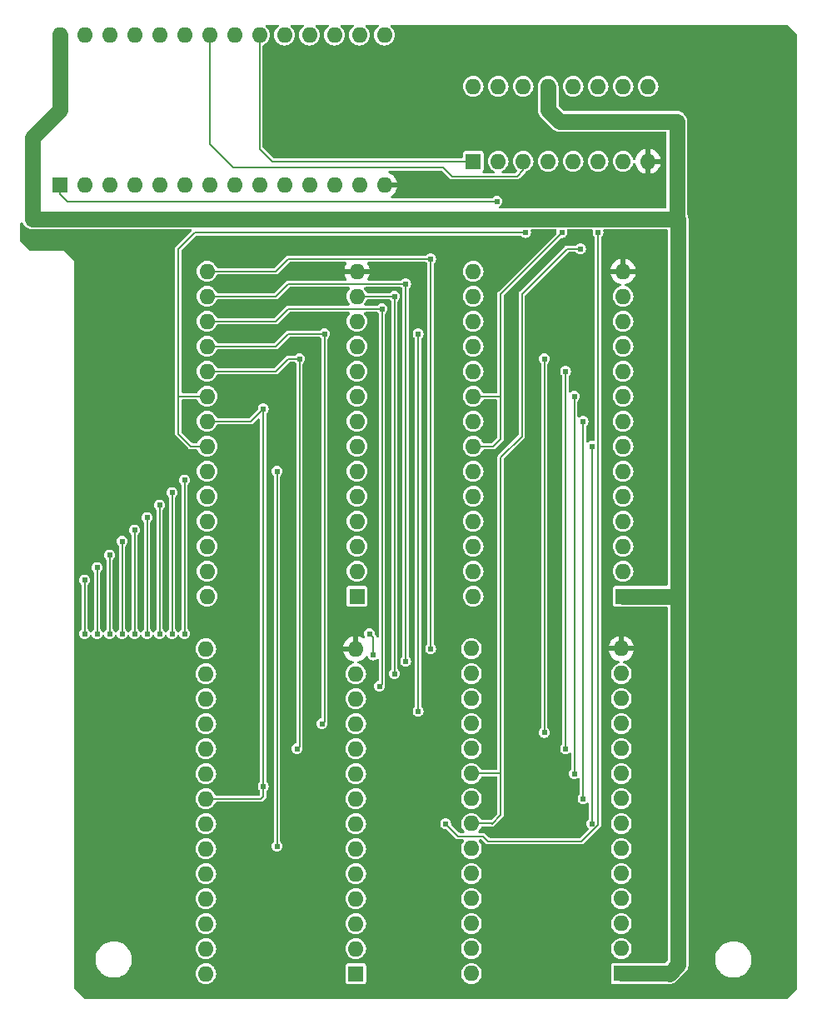
<source format=gbl>
G04 #@! TF.GenerationSoftware,KiCad,Pcbnew,7.0.10*
G04 #@! TF.CreationDate,2024-02-26T06:51:28+09:00*
G04 #@! TF.ProjectId,fs-a1_rom_patch,66732d61-315f-4726-9f6d-5f7061746368,1.0*
G04 #@! TF.SameCoordinates,Original*
G04 #@! TF.FileFunction,Copper,L2,Bot*
G04 #@! TF.FilePolarity,Positive*
%FSLAX46Y46*%
G04 Gerber Fmt 4.6, Leading zero omitted, Abs format (unit mm)*
G04 Created by KiCad (PCBNEW 7.0.10) date 2024-02-26 06:51:28*
%MOMM*%
%LPD*%
G01*
G04 APERTURE LIST*
G04 #@! TA.AperFunction,ComponentPad*
%ADD10R,1.600000X1.600000*%
G04 #@! TD*
G04 #@! TA.AperFunction,ComponentPad*
%ADD11O,1.600000X1.600000*%
G04 #@! TD*
G04 #@! TA.AperFunction,ViaPad*
%ADD12C,0.605000*%
G04 #@! TD*
G04 #@! TA.AperFunction,Conductor*
%ADD13C,0.152400*%
G04 #@! TD*
G04 #@! TA.AperFunction,Conductor*
%ADD14C,1.600000*%
G04 #@! TD*
G04 APERTURE END LIST*
D10*
X106045000Y-64389000D03*
D11*
X108585000Y-64389000D03*
X111125000Y-64389000D03*
X113665000Y-64389000D03*
X116205000Y-64389000D03*
X118745000Y-64389000D03*
X121285000Y-64389000D03*
X123825000Y-64389000D03*
X123825000Y-56769000D03*
X121285000Y-56769000D03*
X118745000Y-56769000D03*
X116205000Y-56769000D03*
X113665000Y-56769000D03*
X111125000Y-56769000D03*
X108585000Y-56769000D03*
X106045000Y-56769000D03*
D10*
X94107000Y-146939000D03*
D11*
X94107000Y-144399000D03*
X94107000Y-141859000D03*
X94107000Y-139319000D03*
X94107000Y-136779000D03*
X94107000Y-134239000D03*
X94107000Y-131699000D03*
X94107000Y-129159000D03*
X94107000Y-126619000D03*
X94107000Y-124079000D03*
X94107000Y-121539000D03*
X94107000Y-118999000D03*
X94107000Y-116459000D03*
X94107000Y-113919000D03*
X78867000Y-113919000D03*
X78867000Y-116459000D03*
X78867000Y-118999000D03*
X78867000Y-121539000D03*
X78867000Y-124079000D03*
X78867000Y-126619000D03*
X78867000Y-129159000D03*
X78867000Y-131699000D03*
X78867000Y-134239000D03*
X78867000Y-136779000D03*
X78867000Y-139319000D03*
X78867000Y-141859000D03*
X78867000Y-144399000D03*
X78867000Y-146939000D03*
D10*
X64008000Y-66802000D03*
D11*
X66548000Y-66802000D03*
X69088000Y-66802000D03*
X71628000Y-66802000D03*
X74168000Y-66802000D03*
X76708000Y-66802000D03*
X79248000Y-66802000D03*
X81788000Y-66802000D03*
X84328000Y-66802000D03*
X86868000Y-66802000D03*
X89408000Y-66802000D03*
X91948000Y-66802000D03*
X94488000Y-66802000D03*
X97028000Y-66802000D03*
X97028000Y-51562000D03*
X94488000Y-51562000D03*
X91948000Y-51562000D03*
X89408000Y-51562000D03*
X86868000Y-51562000D03*
X84328000Y-51562000D03*
X81788000Y-51562000D03*
X79248000Y-51562000D03*
X76708000Y-51562000D03*
X74168000Y-51562000D03*
X71628000Y-51562000D03*
X69088000Y-51562000D03*
X66548000Y-51562000D03*
X64008000Y-51562000D03*
D10*
X94234000Y-108585000D03*
D11*
X94234000Y-106045000D03*
X94234000Y-103505000D03*
X94234000Y-100965000D03*
X94234000Y-98425000D03*
X94234000Y-95885000D03*
X94234000Y-93345000D03*
X94234000Y-90805000D03*
X94234000Y-88265000D03*
X94234000Y-85725000D03*
X94234000Y-83185000D03*
X94234000Y-80645000D03*
X94234000Y-78105000D03*
X94234000Y-75565000D03*
X78994000Y-75565000D03*
X78994000Y-78105000D03*
X78994000Y-80645000D03*
X78994000Y-83185000D03*
X78994000Y-85725000D03*
X78994000Y-88265000D03*
X78994000Y-90805000D03*
X78994000Y-93345000D03*
X78994000Y-95885000D03*
X78994000Y-98425000D03*
X78994000Y-100965000D03*
X78994000Y-103505000D03*
X78994000Y-106045000D03*
X78994000Y-108585000D03*
D10*
X121107000Y-146919000D03*
D11*
X121107000Y-144379000D03*
X121107000Y-141839000D03*
X121107000Y-139299000D03*
X121107000Y-136759000D03*
X121107000Y-134219000D03*
X121107000Y-131679000D03*
X121107000Y-129139000D03*
X121107000Y-126599000D03*
X121107000Y-124059000D03*
X121107000Y-121519000D03*
X121107000Y-118979000D03*
X121107000Y-116439000D03*
X121107000Y-113899000D03*
X105867000Y-113899000D03*
X105867000Y-116439000D03*
X105867000Y-118979000D03*
X105867000Y-121519000D03*
X105867000Y-124059000D03*
X105867000Y-126599000D03*
X105867000Y-129139000D03*
X105867000Y-131679000D03*
X105867000Y-134219000D03*
X105867000Y-136759000D03*
X105867000Y-139299000D03*
X105867000Y-141839000D03*
X105867000Y-144379000D03*
X105867000Y-146919000D03*
D10*
X121285000Y-108585000D03*
D11*
X121285000Y-106045000D03*
X121285000Y-103505000D03*
X121285000Y-100965000D03*
X121285000Y-98425000D03*
X121285000Y-95885000D03*
X121285000Y-93345000D03*
X121285000Y-90805000D03*
X121285000Y-88265000D03*
X121285000Y-85725000D03*
X121285000Y-83185000D03*
X121285000Y-80645000D03*
X121285000Y-78105000D03*
X121285000Y-75565000D03*
X106045000Y-75565000D03*
X106045000Y-78105000D03*
X106045000Y-80645000D03*
X106045000Y-83185000D03*
X106045000Y-85725000D03*
X106045000Y-88265000D03*
X106045000Y-90805000D03*
X106045000Y-93345000D03*
X106045000Y-95885000D03*
X106045000Y-98425000D03*
X106045000Y-100965000D03*
X106045000Y-103505000D03*
X106045000Y-106045000D03*
X106045000Y-108585000D03*
D12*
X108458000Y-68453000D03*
X66548000Y-112395000D03*
X66548000Y-106934000D03*
X69088000Y-112395000D03*
X69088000Y-104394000D03*
X71628000Y-112395000D03*
X71628000Y-101854000D03*
X74168000Y-112395000D03*
X74168000Y-99314000D03*
X76708000Y-96774000D03*
X76708000Y-112395000D03*
X118110000Y-93345000D03*
X118110000Y-131699000D03*
X117221000Y-129159000D03*
X117221000Y-90805000D03*
X116332000Y-88265000D03*
X116332000Y-126619000D03*
X115443000Y-124079000D03*
X115443000Y-85725000D03*
X113284000Y-84455000D03*
X113284000Y-122428000D03*
X100457000Y-81915000D03*
X100457000Y-120269000D03*
X98044000Y-116459000D03*
X98044000Y-78105000D03*
X99441000Y-73152000D03*
X94234000Y-73152000D03*
X100838000Y-58420000D03*
X97028000Y-63246000D03*
X101727000Y-113919000D03*
X95885000Y-114554000D03*
X101727000Y-74295000D03*
X95504000Y-112395000D03*
X99187000Y-115189000D03*
X99187000Y-76835000D03*
X96774000Y-79375000D03*
X96520000Y-117729000D03*
X90678000Y-121539000D03*
X90932000Y-81915000D03*
X88138000Y-124079000D03*
X88392000Y-84455000D03*
X84709000Y-127889000D03*
X84709000Y-89535000D03*
X86106000Y-95885000D03*
X86106000Y-133985000D03*
X75438000Y-112395000D03*
X75438000Y-98044000D03*
X72898000Y-112395000D03*
X72898000Y-100584000D03*
X70358000Y-102997000D03*
X70358000Y-112395000D03*
X67818000Y-105664000D03*
X67818000Y-112395000D03*
X111379000Y-71628000D03*
X115062000Y-71628000D03*
X103251000Y-131699000D03*
X118745000Y-71627994D03*
X116967000Y-73279000D03*
D13*
X64008000Y-66802000D02*
X64008000Y-67691000D01*
X64770000Y-68453000D02*
X108458000Y-68453000D01*
X64008000Y-67691000D02*
X64770000Y-68453000D01*
X66548000Y-106934000D02*
X66548000Y-112395000D01*
X69088000Y-104394000D02*
X69088000Y-112395000D01*
X71628000Y-101854000D02*
X71628000Y-112395000D01*
X74168000Y-99314000D02*
X74168000Y-112395000D01*
X76708000Y-96774000D02*
X76708000Y-112395000D01*
X118110000Y-131699000D02*
X118110000Y-93345000D01*
X117221000Y-129159000D02*
X117221000Y-90805000D01*
X116332000Y-126619000D02*
X116332000Y-88265000D01*
X115443000Y-124079000D02*
X115443000Y-85725000D01*
X113284000Y-84455000D02*
X113284000Y-122428000D01*
X100457000Y-81915000D02*
X100457000Y-120269000D01*
X98044000Y-78105000D02*
X94234000Y-78105000D01*
X98044000Y-78105000D02*
X98044000Y-116459000D01*
X97028000Y-62230000D02*
X97028000Y-63246000D01*
X94234000Y-73152000D02*
X99441000Y-73152000D01*
X100838000Y-58420000D02*
X97028000Y-62230000D01*
X101727000Y-74295000D02*
X87249000Y-74295000D01*
X87249000Y-74295000D02*
X85979000Y-75565000D01*
X101727000Y-113792000D02*
X101727000Y-113919000D01*
X101727000Y-74295000D02*
X101727000Y-113792000D01*
X85979000Y-75565000D02*
X78994000Y-75565000D01*
X95885000Y-114554000D02*
X95885000Y-112776000D01*
X95885000Y-112776000D02*
X95504000Y-112395000D01*
X99187000Y-76835000D02*
X99187000Y-115189000D01*
X99187000Y-76835000D02*
X87249000Y-76835000D01*
X87249000Y-76835000D02*
X85979000Y-78105000D01*
X85979000Y-78105000D02*
X78994000Y-78105000D01*
X96774000Y-79375000D02*
X96774000Y-117475000D01*
X85979000Y-80645000D02*
X78994000Y-80645000D01*
X96774000Y-79375000D02*
X87249000Y-79375000D01*
X96774000Y-117475000D02*
X96520000Y-117729000D01*
X87249000Y-79375000D02*
X85979000Y-80645000D01*
X90932000Y-81915000D02*
X90932000Y-121285000D01*
X85979000Y-83185000D02*
X78994000Y-83185000D01*
X90932000Y-81915000D02*
X87249000Y-81915000D01*
X87249000Y-81915000D02*
X85979000Y-83185000D01*
X90932000Y-121285000D02*
X90678000Y-121539000D01*
X85979000Y-85725000D02*
X78994000Y-85725000D01*
X88392000Y-123825000D02*
X88138000Y-124079000D01*
X88392000Y-84455000D02*
X87249000Y-84455000D01*
X88392000Y-84455000D02*
X88392000Y-123825000D01*
X87249000Y-84455000D02*
X85979000Y-85725000D01*
X84328000Y-63119000D02*
X84328000Y-51562000D01*
X106045000Y-64389000D02*
X85598000Y-64389000D01*
X85598000Y-64389000D02*
X84328000Y-63119000D01*
X84709000Y-128905000D02*
X84455000Y-129159000D01*
X84455000Y-129159000D02*
X78867000Y-129159000D01*
X84709000Y-89535000D02*
X83439000Y-90805000D01*
X83439000Y-90805000D02*
X78994000Y-90805000D01*
X84709000Y-89535000D02*
X84709000Y-128905000D01*
X79248000Y-62611000D02*
X81661000Y-65024000D01*
X102997000Y-65024000D02*
X103886000Y-65913000D01*
X110490000Y-65913000D02*
X111125000Y-65278000D01*
X81661000Y-65024000D02*
X102997000Y-65024000D01*
X103886000Y-65913000D02*
X110490000Y-65913000D01*
X79248000Y-51562000D02*
X79248000Y-62611000D01*
X111125000Y-65278000D02*
X111125000Y-64389000D01*
X86106000Y-95885000D02*
X86106000Y-133985000D01*
X75438000Y-98044000D02*
X75438000Y-112395000D01*
X72898000Y-100584000D02*
X72898000Y-112395000D01*
X70358000Y-102997000D02*
X70358000Y-112395000D01*
X67818000Y-105664000D02*
X67818000Y-112395000D01*
D14*
X125964000Y-146919000D02*
X121107000Y-146919000D01*
X61214000Y-70231000D02*
X126746000Y-70231000D01*
X64008000Y-59182000D02*
X61214000Y-61976000D01*
X126746000Y-70231000D02*
X126746000Y-60325000D01*
X114808000Y-60325000D02*
X113665000Y-59182000D01*
X126873000Y-108585000D02*
X121285000Y-108585000D01*
X125984000Y-146939000D02*
X125964000Y-146919000D01*
X126746000Y-60325000D02*
X114808000Y-60325000D01*
X126873000Y-108585000D02*
X126873000Y-146050000D01*
X61214000Y-61976000D02*
X61214000Y-70231000D01*
X126873000Y-70231000D02*
X126873000Y-108585000D01*
X64008000Y-51562000D02*
X64008000Y-59182000D01*
X113665000Y-59182000D02*
X113665000Y-56769000D01*
X126873000Y-146050000D02*
X125984000Y-146939000D01*
X126746000Y-70231000D02*
X126873000Y-70231000D01*
D13*
X76073000Y-92075000D02*
X77343000Y-93345000D01*
X76073000Y-88265000D02*
X76073000Y-92075000D01*
X77724000Y-71628000D02*
X111379000Y-71628000D01*
X76073000Y-73279000D02*
X77724000Y-71628000D01*
X76073000Y-88265000D02*
X76073000Y-73279000D01*
X78994000Y-88265000D02*
X76073000Y-88265000D01*
X77343000Y-93345000D02*
X78994000Y-93345000D01*
X106045000Y-88265000D02*
X108839000Y-88265000D01*
X108077000Y-93345000D02*
X106045000Y-93345000D01*
X108839000Y-92583000D02*
X108077000Y-93345000D01*
X108839000Y-77851000D02*
X115062000Y-71628000D01*
X108839000Y-88265000D02*
X108839000Y-92583000D01*
X108839000Y-88265000D02*
X108839000Y-77851000D01*
X107061000Y-132969000D02*
X107569000Y-133477000D01*
X117083089Y-133477000D02*
X118745000Y-131815089D01*
X107569000Y-133477000D02*
X117083089Y-133477000D01*
X104521000Y-132969000D02*
X107061000Y-132969000D01*
X118745000Y-131815089D02*
X118745000Y-71627994D01*
X103251000Y-131699000D02*
X104521000Y-132969000D01*
X107950000Y-131699000D02*
X107930000Y-131679000D01*
X108839000Y-126619000D02*
X108839000Y-130810000D01*
X110998000Y-77851000D02*
X115570000Y-73279000D01*
X108839000Y-94488000D02*
X110998000Y-92329000D01*
X107930000Y-131679000D02*
X105867000Y-131679000D01*
X115570000Y-73279000D02*
X116967000Y-73279000D01*
X108839000Y-130810000D02*
X107950000Y-131699000D01*
X105867000Y-126599000D02*
X108819000Y-126599000D01*
X110998000Y-92329000D02*
X110998000Y-77851000D01*
X108819000Y-126599000D02*
X108839000Y-126619000D01*
X108839000Y-126619000D02*
X108839000Y-94488000D01*
G04 #@! TA.AperFunction,Conductor*
G36*
X86226620Y-50519685D02*
G01*
X86272375Y-50572489D01*
X86282319Y-50641647D01*
X86253294Y-50705203D01*
X86238245Y-50719854D01*
X86121589Y-50815589D01*
X85990317Y-50975547D01*
X85892769Y-51158043D01*
X85832699Y-51356067D01*
X85812417Y-51562000D01*
X85832699Y-51767932D01*
X85832700Y-51767934D01*
X85892768Y-51965954D01*
X85990315Y-52148450D01*
X85990317Y-52148452D01*
X86121589Y-52308410D01*
X86218209Y-52387702D01*
X86281550Y-52439685D01*
X86464046Y-52537232D01*
X86662066Y-52597300D01*
X86662065Y-52597300D01*
X86680529Y-52599118D01*
X86868000Y-52617583D01*
X87073934Y-52597300D01*
X87271954Y-52537232D01*
X87454450Y-52439685D01*
X87614410Y-52308410D01*
X87745685Y-52148450D01*
X87843232Y-51965954D01*
X87903300Y-51767934D01*
X87923583Y-51562000D01*
X87903300Y-51356066D01*
X87843232Y-51158046D01*
X87745685Y-50975550D01*
X87693702Y-50912209D01*
X87614410Y-50815589D01*
X87497755Y-50719854D01*
X87458420Y-50662108D01*
X87456549Y-50592263D01*
X87492736Y-50532495D01*
X87555492Y-50501779D01*
X87576419Y-50500000D01*
X88699581Y-50500000D01*
X88766620Y-50519685D01*
X88812375Y-50572489D01*
X88822319Y-50641647D01*
X88793294Y-50705203D01*
X88778245Y-50719854D01*
X88661589Y-50815589D01*
X88530317Y-50975547D01*
X88432769Y-51158043D01*
X88372699Y-51356067D01*
X88352417Y-51562000D01*
X88372699Y-51767932D01*
X88372700Y-51767934D01*
X88432768Y-51965954D01*
X88530315Y-52148450D01*
X88530317Y-52148452D01*
X88661589Y-52308410D01*
X88758209Y-52387702D01*
X88821550Y-52439685D01*
X89004046Y-52537232D01*
X89202066Y-52597300D01*
X89202065Y-52597300D01*
X89220529Y-52599118D01*
X89408000Y-52617583D01*
X89613934Y-52597300D01*
X89811954Y-52537232D01*
X89994450Y-52439685D01*
X90154410Y-52308410D01*
X90285685Y-52148450D01*
X90383232Y-51965954D01*
X90443300Y-51767934D01*
X90463583Y-51562000D01*
X90443300Y-51356066D01*
X90383232Y-51158046D01*
X90285685Y-50975550D01*
X90233702Y-50912209D01*
X90154410Y-50815589D01*
X90037755Y-50719854D01*
X89998420Y-50662108D01*
X89996549Y-50592263D01*
X90032736Y-50532495D01*
X90095492Y-50501779D01*
X90116419Y-50500000D01*
X91239581Y-50500000D01*
X91306620Y-50519685D01*
X91352375Y-50572489D01*
X91362319Y-50641647D01*
X91333294Y-50705203D01*
X91318245Y-50719854D01*
X91201589Y-50815589D01*
X91070317Y-50975547D01*
X90972769Y-51158043D01*
X90912699Y-51356067D01*
X90892417Y-51562000D01*
X90912699Y-51767932D01*
X90912700Y-51767934D01*
X90972768Y-51965954D01*
X91070315Y-52148450D01*
X91070317Y-52148452D01*
X91201589Y-52308410D01*
X91298209Y-52387702D01*
X91361550Y-52439685D01*
X91544046Y-52537232D01*
X91742066Y-52597300D01*
X91742065Y-52597300D01*
X91760529Y-52599118D01*
X91948000Y-52617583D01*
X92153934Y-52597300D01*
X92351954Y-52537232D01*
X92534450Y-52439685D01*
X92694410Y-52308410D01*
X92825685Y-52148450D01*
X92923232Y-51965954D01*
X92983300Y-51767934D01*
X93003583Y-51562000D01*
X92983300Y-51356066D01*
X92923232Y-51158046D01*
X92825685Y-50975550D01*
X92773702Y-50912209D01*
X92694410Y-50815589D01*
X92577755Y-50719854D01*
X92538420Y-50662108D01*
X92536549Y-50592263D01*
X92572736Y-50532495D01*
X92635492Y-50501779D01*
X92656419Y-50500000D01*
X93779581Y-50500000D01*
X93846620Y-50519685D01*
X93892375Y-50572489D01*
X93902319Y-50641647D01*
X93873294Y-50705203D01*
X93858245Y-50719854D01*
X93741589Y-50815589D01*
X93610317Y-50975547D01*
X93512769Y-51158043D01*
X93452699Y-51356067D01*
X93432417Y-51562000D01*
X93452699Y-51767932D01*
X93452700Y-51767934D01*
X93512768Y-51965954D01*
X93610315Y-52148450D01*
X93610317Y-52148452D01*
X93741589Y-52308410D01*
X93838209Y-52387702D01*
X93901550Y-52439685D01*
X94084046Y-52537232D01*
X94282066Y-52597300D01*
X94282065Y-52597300D01*
X94300529Y-52599118D01*
X94488000Y-52617583D01*
X94693934Y-52597300D01*
X94891954Y-52537232D01*
X95074450Y-52439685D01*
X95234410Y-52308410D01*
X95365685Y-52148450D01*
X95463232Y-51965954D01*
X95523300Y-51767934D01*
X95543583Y-51562000D01*
X95523300Y-51356066D01*
X95463232Y-51158046D01*
X95365685Y-50975550D01*
X95313702Y-50912209D01*
X95234410Y-50815589D01*
X95117755Y-50719854D01*
X95078420Y-50662108D01*
X95076549Y-50592263D01*
X95112736Y-50532495D01*
X95175492Y-50501779D01*
X95196419Y-50500000D01*
X96319581Y-50500000D01*
X96386620Y-50519685D01*
X96432375Y-50572489D01*
X96442319Y-50641647D01*
X96413294Y-50705203D01*
X96398245Y-50719854D01*
X96281589Y-50815589D01*
X96150317Y-50975547D01*
X96052769Y-51158043D01*
X95992699Y-51356067D01*
X95972417Y-51562000D01*
X95992699Y-51767932D01*
X95992700Y-51767934D01*
X96052768Y-51965954D01*
X96150315Y-52148450D01*
X96150317Y-52148452D01*
X96281589Y-52308410D01*
X96378209Y-52387702D01*
X96441550Y-52439685D01*
X96624046Y-52537232D01*
X96822066Y-52597300D01*
X96822065Y-52597300D01*
X96840529Y-52599118D01*
X97028000Y-52617583D01*
X97233934Y-52597300D01*
X97431954Y-52537232D01*
X97614450Y-52439685D01*
X97774410Y-52308410D01*
X97905685Y-52148450D01*
X98003232Y-51965954D01*
X98063300Y-51767934D01*
X98083583Y-51562000D01*
X98063300Y-51356066D01*
X98003232Y-51158046D01*
X97905685Y-50975550D01*
X97853702Y-50912209D01*
X97774410Y-50815589D01*
X97657755Y-50719854D01*
X97618420Y-50662108D01*
X97616549Y-50592263D01*
X97652736Y-50532495D01*
X97715492Y-50501779D01*
X97736419Y-50500000D01*
X137948638Y-50500000D01*
X138015677Y-50519685D01*
X138036319Y-50536319D01*
X138963681Y-51463681D01*
X138997166Y-51525004D01*
X139000000Y-51551362D01*
X139000000Y-148448638D01*
X138980315Y-148515677D01*
X138963681Y-148536319D01*
X138036319Y-149463681D01*
X137974996Y-149497166D01*
X137948638Y-149500000D01*
X66551362Y-149500000D01*
X66484323Y-149480315D01*
X66463681Y-149463681D01*
X65536319Y-148536319D01*
X65502834Y-148474996D01*
X65500000Y-148448638D01*
X65500000Y-145567763D01*
X67645787Y-145567763D01*
X67675413Y-145837013D01*
X67675415Y-145837024D01*
X67742683Y-146094326D01*
X67743928Y-146099088D01*
X67849870Y-146348390D01*
X67921998Y-146466575D01*
X67990979Y-146579605D01*
X67990986Y-146579615D01*
X68164253Y-146787819D01*
X68164259Y-146787824D01*
X68253063Y-146867392D01*
X68365998Y-146968582D01*
X68591910Y-147118044D01*
X68837176Y-147233020D01*
X68837183Y-147233022D01*
X68837185Y-147233023D01*
X69096557Y-147311057D01*
X69096564Y-147311058D01*
X69096569Y-147311060D01*
X69364561Y-147350500D01*
X69364566Y-147350500D01*
X69567629Y-147350500D01*
X69567631Y-147350500D01*
X69567636Y-147350499D01*
X69567648Y-147350499D01*
X69605191Y-147347750D01*
X69770156Y-147335677D01*
X69882758Y-147310593D01*
X70034546Y-147276782D01*
X70034548Y-147276781D01*
X70034553Y-147276780D01*
X70287558Y-147180014D01*
X70523777Y-147047441D01*
X70664214Y-146939000D01*
X77811417Y-146939000D01*
X77831699Y-147144932D01*
X77842341Y-147180014D01*
X77891768Y-147342954D01*
X77989315Y-147525450D01*
X77989317Y-147525452D01*
X78120589Y-147685410D01*
X78191585Y-147743674D01*
X78280550Y-147816685D01*
X78463046Y-147914232D01*
X78661066Y-147974300D01*
X78661065Y-147974300D01*
X78679529Y-147976118D01*
X78867000Y-147994583D01*
X79072934Y-147974300D01*
X79270954Y-147914232D01*
X79453450Y-147816685D01*
X79518043Y-147763675D01*
X93056500Y-147763675D01*
X93071032Y-147836735D01*
X93071033Y-147836739D01*
X93071034Y-147836740D01*
X93126399Y-147919601D01*
X93206485Y-147973112D01*
X93209260Y-147974966D01*
X93209264Y-147974967D01*
X93282321Y-147989499D01*
X93282324Y-147989500D01*
X93282326Y-147989500D01*
X94931676Y-147989500D01*
X94931677Y-147989499D01*
X95004740Y-147974966D01*
X95087601Y-147919601D01*
X95142966Y-147836740D01*
X95157500Y-147763674D01*
X95157500Y-146919000D01*
X104811417Y-146919000D01*
X104831699Y-147124932D01*
X104848408Y-147180014D01*
X104891768Y-147322954D01*
X104989315Y-147505450D01*
X105005730Y-147525452D01*
X105120589Y-147665410D01*
X105215956Y-147743674D01*
X105280550Y-147796685D01*
X105463046Y-147894232D01*
X105661066Y-147954300D01*
X105661065Y-147954300D01*
X105679529Y-147956118D01*
X105867000Y-147974583D01*
X106072934Y-147954300D01*
X106270954Y-147894232D01*
X106453450Y-147796685D01*
X106613410Y-147665410D01*
X106744685Y-147505450D01*
X106842232Y-147322954D01*
X106902300Y-147124934D01*
X106922583Y-146919000D01*
X106902300Y-146713066D01*
X106842232Y-146515046D01*
X106744685Y-146332550D01*
X106656988Y-146225690D01*
X106613410Y-146172589D01*
X106495677Y-146075969D01*
X106453450Y-146041315D01*
X106270954Y-145943768D01*
X106072934Y-145883700D01*
X106072932Y-145883699D01*
X106072934Y-145883699D01*
X105867000Y-145863417D01*
X105661067Y-145883699D01*
X105463043Y-145943769D01*
X105352898Y-146002643D01*
X105280550Y-146041315D01*
X105280548Y-146041316D01*
X105280547Y-146041317D01*
X105120589Y-146172589D01*
X104989317Y-146332547D01*
X104989315Y-146332550D01*
X104978625Y-146352550D01*
X104891769Y-146515043D01*
X104831699Y-146713067D01*
X104811417Y-146919000D01*
X95157500Y-146919000D01*
X95157500Y-146114326D01*
X95157500Y-146114323D01*
X95157499Y-146114321D01*
X95142967Y-146041264D01*
X95142966Y-146041260D01*
X95129605Y-146021264D01*
X95087601Y-145958399D01*
X95005737Y-145903700D01*
X95004739Y-145903033D01*
X95004735Y-145903032D01*
X94931677Y-145888500D01*
X94931674Y-145888500D01*
X93282326Y-145888500D01*
X93282323Y-145888500D01*
X93209264Y-145903032D01*
X93209260Y-145903033D01*
X93126399Y-145958399D01*
X93071033Y-146041260D01*
X93071032Y-146041264D01*
X93056500Y-146114321D01*
X93056500Y-147763675D01*
X79518043Y-147763675D01*
X79613410Y-147685410D01*
X79744685Y-147525450D01*
X79842232Y-147342954D01*
X79902300Y-147144934D01*
X79922583Y-146939000D01*
X79902300Y-146733066D01*
X79842232Y-146535046D01*
X79744685Y-146352550D01*
X79665393Y-146255932D01*
X79613410Y-146192589D01*
X79453452Y-146061317D01*
X79453453Y-146061317D01*
X79453450Y-146061315D01*
X79270954Y-145963768D01*
X79072934Y-145903700D01*
X79072932Y-145903699D01*
X79072934Y-145903699D01*
X78867000Y-145883417D01*
X78661067Y-145903699D01*
X78463043Y-145963769D01*
X78386930Y-146004453D01*
X78280550Y-146061315D01*
X78280548Y-146061316D01*
X78280547Y-146061317D01*
X78120589Y-146192589D01*
X77989317Y-146352547D01*
X77891769Y-146535043D01*
X77831699Y-146733067D01*
X77811417Y-146939000D01*
X70664214Y-146939000D01*
X70738177Y-146881888D01*
X70926186Y-146686881D01*
X71083799Y-146466579D01*
X71192100Y-146255932D01*
X71207649Y-146225690D01*
X71207651Y-146225684D01*
X71207656Y-146225675D01*
X71295118Y-145969305D01*
X71344319Y-145702933D01*
X71354212Y-145432235D01*
X71324586Y-145162982D01*
X71256072Y-144900912D01*
X71150130Y-144651610D01*
X71009018Y-144420390D01*
X70991217Y-144399000D01*
X77811417Y-144399000D01*
X77831699Y-144604932D01*
X77831700Y-144604934D01*
X77891768Y-144802954D01*
X77989315Y-144985450D01*
X77989317Y-144985452D01*
X78120589Y-145145410D01*
X78217209Y-145224702D01*
X78280550Y-145276685D01*
X78463046Y-145374232D01*
X78661066Y-145434300D01*
X78661065Y-145434300D01*
X78679529Y-145436118D01*
X78867000Y-145454583D01*
X79072934Y-145434300D01*
X79270954Y-145374232D01*
X79453450Y-145276685D01*
X79613410Y-145145410D01*
X79744685Y-144985450D01*
X79842232Y-144802954D01*
X79902300Y-144604934D01*
X79922583Y-144399000D01*
X93051417Y-144399000D01*
X93071699Y-144604932D01*
X93071700Y-144604934D01*
X93131768Y-144802954D01*
X93229315Y-144985450D01*
X93229317Y-144985452D01*
X93360589Y-145145410D01*
X93457209Y-145224702D01*
X93520550Y-145276685D01*
X93703046Y-145374232D01*
X93901066Y-145434300D01*
X93901065Y-145434300D01*
X93919529Y-145436118D01*
X94107000Y-145454583D01*
X94312934Y-145434300D01*
X94510954Y-145374232D01*
X94693450Y-145276685D01*
X94853410Y-145145410D01*
X94984685Y-144985450D01*
X95082232Y-144802954D01*
X95142300Y-144604934D01*
X95162583Y-144399000D01*
X95160613Y-144379000D01*
X104811417Y-144379000D01*
X104831699Y-144584932D01*
X104831700Y-144584934D01*
X104891768Y-144782954D01*
X104989315Y-144965450D01*
X105005730Y-144985452D01*
X105120589Y-145125410D01*
X105217209Y-145204702D01*
X105280550Y-145256685D01*
X105463046Y-145354232D01*
X105661066Y-145414300D01*
X105661065Y-145414300D01*
X105679529Y-145416118D01*
X105867000Y-145434583D01*
X106072934Y-145414300D01*
X106270954Y-145354232D01*
X106453450Y-145256685D01*
X106613410Y-145125410D01*
X106744685Y-144965450D01*
X106842232Y-144782954D01*
X106902300Y-144584934D01*
X106922583Y-144379000D01*
X120051417Y-144379000D01*
X120071699Y-144584932D01*
X120071700Y-144584934D01*
X120131768Y-144782954D01*
X120229315Y-144965450D01*
X120245730Y-144985452D01*
X120360589Y-145125410D01*
X120457209Y-145204702D01*
X120520550Y-145256685D01*
X120703046Y-145354232D01*
X120901066Y-145414300D01*
X120901065Y-145414300D01*
X120919529Y-145416118D01*
X121107000Y-145434583D01*
X121312934Y-145414300D01*
X121510954Y-145354232D01*
X121693450Y-145256685D01*
X121853410Y-145125410D01*
X121984685Y-144965450D01*
X122082232Y-144782954D01*
X122142300Y-144584934D01*
X122162583Y-144379000D01*
X122142300Y-144173066D01*
X122082232Y-143975046D01*
X121984685Y-143792550D01*
X121899654Y-143688939D01*
X121853410Y-143632589D01*
X121735677Y-143535969D01*
X121693450Y-143501315D01*
X121510954Y-143403768D01*
X121312934Y-143343700D01*
X121312932Y-143343699D01*
X121312934Y-143343699D01*
X121107000Y-143323417D01*
X120901067Y-143343699D01*
X120703043Y-143403769D01*
X120592898Y-143462643D01*
X120520550Y-143501315D01*
X120520548Y-143501316D01*
X120520547Y-143501317D01*
X120360589Y-143632589D01*
X120229317Y-143792547D01*
X120229315Y-143792550D01*
X120190643Y-143864898D01*
X120131769Y-143975043D01*
X120071699Y-144173067D01*
X120051417Y-144379000D01*
X106922583Y-144379000D01*
X106902300Y-144173066D01*
X106842232Y-143975046D01*
X106744685Y-143792550D01*
X106659654Y-143688939D01*
X106613410Y-143632589D01*
X106495677Y-143535969D01*
X106453450Y-143501315D01*
X106270954Y-143403768D01*
X106072934Y-143343700D01*
X106072932Y-143343699D01*
X106072934Y-143343699D01*
X105867000Y-143323417D01*
X105661067Y-143343699D01*
X105463043Y-143403769D01*
X105352898Y-143462643D01*
X105280550Y-143501315D01*
X105280548Y-143501316D01*
X105280547Y-143501317D01*
X105120589Y-143632589D01*
X104989317Y-143792547D01*
X104989315Y-143792550D01*
X104950643Y-143864898D01*
X104891769Y-143975043D01*
X104831699Y-144173067D01*
X104811417Y-144379000D01*
X95160613Y-144379000D01*
X95142300Y-144193066D01*
X95082232Y-143995046D01*
X94984685Y-143812550D01*
X94911372Y-143723217D01*
X94853410Y-143652589D01*
X94693452Y-143521317D01*
X94693453Y-143521317D01*
X94693450Y-143521315D01*
X94510954Y-143423768D01*
X94312934Y-143363700D01*
X94312932Y-143363699D01*
X94312934Y-143363699D01*
X94107000Y-143343417D01*
X93901067Y-143363699D01*
X93703043Y-143423769D01*
X93592898Y-143482643D01*
X93520550Y-143521315D01*
X93520548Y-143521316D01*
X93520547Y-143521317D01*
X93360589Y-143652589D01*
X93245728Y-143792550D01*
X93229315Y-143812550D01*
X93225340Y-143819987D01*
X93131769Y-143995043D01*
X93071699Y-144193067D01*
X93051417Y-144399000D01*
X79922583Y-144399000D01*
X79902300Y-144193066D01*
X79842232Y-143995046D01*
X79744685Y-143812550D01*
X79671372Y-143723217D01*
X79613410Y-143652589D01*
X79453452Y-143521317D01*
X79453453Y-143521317D01*
X79453450Y-143521315D01*
X79270954Y-143423768D01*
X79072934Y-143363700D01*
X79072932Y-143363699D01*
X79072934Y-143363699D01*
X78867000Y-143343417D01*
X78661067Y-143363699D01*
X78463043Y-143423769D01*
X78352898Y-143482643D01*
X78280550Y-143521315D01*
X78280548Y-143521316D01*
X78280547Y-143521317D01*
X78120589Y-143652589D01*
X78005728Y-143792550D01*
X77989315Y-143812550D01*
X77985340Y-143819987D01*
X77891769Y-143995043D01*
X77831699Y-144193067D01*
X77811417Y-144399000D01*
X70991217Y-144399000D01*
X70919747Y-144313119D01*
X70835746Y-144212180D01*
X70835740Y-144212175D01*
X70634002Y-144031418D01*
X70408092Y-143881957D01*
X70408090Y-143881956D01*
X70162824Y-143766980D01*
X70162819Y-143766978D01*
X70162814Y-143766976D01*
X69903442Y-143688942D01*
X69903428Y-143688939D01*
X69787791Y-143671921D01*
X69635439Y-143649500D01*
X69432369Y-143649500D01*
X69432351Y-143649500D01*
X69229844Y-143664323D01*
X69229831Y-143664325D01*
X68965453Y-143723217D01*
X68965446Y-143723220D01*
X68712439Y-143819987D01*
X68476226Y-143952557D01*
X68261822Y-144118112D01*
X68073822Y-144313109D01*
X68073816Y-144313116D01*
X67916202Y-144533419D01*
X67916199Y-144533424D01*
X67792350Y-144774309D01*
X67792343Y-144774327D01*
X67704884Y-145030685D01*
X67704882Y-145030695D01*
X67663141Y-145256682D01*
X67655681Y-145297068D01*
X67655680Y-145297075D01*
X67645787Y-145567763D01*
X65500000Y-145567763D01*
X65500000Y-141859000D01*
X77811417Y-141859000D01*
X77831699Y-142064932D01*
X77831700Y-142064934D01*
X77891768Y-142262954D01*
X77989315Y-142445450D01*
X77989317Y-142445452D01*
X78120589Y-142605410D01*
X78217209Y-142684702D01*
X78280550Y-142736685D01*
X78463046Y-142834232D01*
X78661066Y-142894300D01*
X78661065Y-142894300D01*
X78679529Y-142896118D01*
X78867000Y-142914583D01*
X79072934Y-142894300D01*
X79270954Y-142834232D01*
X79453450Y-142736685D01*
X79613410Y-142605410D01*
X79744685Y-142445450D01*
X79842232Y-142262954D01*
X79902300Y-142064934D01*
X79922583Y-141859000D01*
X93051417Y-141859000D01*
X93071699Y-142064932D01*
X93071700Y-142064934D01*
X93131768Y-142262954D01*
X93229315Y-142445450D01*
X93229317Y-142445452D01*
X93360589Y-142605410D01*
X93457209Y-142684702D01*
X93520550Y-142736685D01*
X93703046Y-142834232D01*
X93901066Y-142894300D01*
X93901065Y-142894300D01*
X93919529Y-142896118D01*
X94107000Y-142914583D01*
X94312934Y-142894300D01*
X94510954Y-142834232D01*
X94693450Y-142736685D01*
X94853410Y-142605410D01*
X94984685Y-142445450D01*
X95082232Y-142262954D01*
X95142300Y-142064934D01*
X95162583Y-141859000D01*
X95160613Y-141839000D01*
X104811417Y-141839000D01*
X104831699Y-142044932D01*
X104831700Y-142044934D01*
X104891768Y-142242954D01*
X104989315Y-142425450D01*
X105005730Y-142445452D01*
X105120589Y-142585410D01*
X105217209Y-142664702D01*
X105280550Y-142716685D01*
X105463046Y-142814232D01*
X105661066Y-142874300D01*
X105661065Y-142874300D01*
X105679529Y-142876118D01*
X105867000Y-142894583D01*
X106072934Y-142874300D01*
X106270954Y-142814232D01*
X106453450Y-142716685D01*
X106613410Y-142585410D01*
X106744685Y-142425450D01*
X106842232Y-142242954D01*
X106902300Y-142044934D01*
X106922583Y-141839000D01*
X120051417Y-141839000D01*
X120071699Y-142044932D01*
X120071700Y-142044934D01*
X120131768Y-142242954D01*
X120229315Y-142425450D01*
X120245730Y-142445452D01*
X120360589Y-142585410D01*
X120457209Y-142664702D01*
X120520550Y-142716685D01*
X120703046Y-142814232D01*
X120901066Y-142874300D01*
X120901065Y-142874300D01*
X120919529Y-142876118D01*
X121107000Y-142894583D01*
X121312934Y-142874300D01*
X121510954Y-142814232D01*
X121693450Y-142716685D01*
X121853410Y-142585410D01*
X121984685Y-142425450D01*
X122082232Y-142242954D01*
X122142300Y-142044934D01*
X122162583Y-141839000D01*
X122142300Y-141633066D01*
X122082232Y-141435046D01*
X121984685Y-141252550D01*
X121932702Y-141189209D01*
X121853410Y-141092589D01*
X121735677Y-140995969D01*
X121693450Y-140961315D01*
X121510954Y-140863768D01*
X121312934Y-140803700D01*
X121312932Y-140803699D01*
X121312934Y-140803699D01*
X121107000Y-140783417D01*
X120901067Y-140803699D01*
X120703043Y-140863769D01*
X120592898Y-140922643D01*
X120520550Y-140961315D01*
X120520548Y-140961316D01*
X120520547Y-140961317D01*
X120360589Y-141092589D01*
X120229317Y-141252547D01*
X120229315Y-141252550D01*
X120218625Y-141272550D01*
X120131769Y-141435043D01*
X120071699Y-141633067D01*
X120051417Y-141839000D01*
X106922583Y-141839000D01*
X106902300Y-141633066D01*
X106842232Y-141435046D01*
X106744685Y-141252550D01*
X106692702Y-141189209D01*
X106613410Y-141092589D01*
X106495677Y-140995969D01*
X106453450Y-140961315D01*
X106270954Y-140863768D01*
X106072934Y-140803700D01*
X106072932Y-140803699D01*
X106072934Y-140803699D01*
X105867000Y-140783417D01*
X105661067Y-140803699D01*
X105463043Y-140863769D01*
X105352898Y-140922643D01*
X105280550Y-140961315D01*
X105280548Y-140961316D01*
X105280547Y-140961317D01*
X105120589Y-141092589D01*
X104989317Y-141252547D01*
X104989315Y-141252550D01*
X104978625Y-141272550D01*
X104891769Y-141435043D01*
X104831699Y-141633067D01*
X104811417Y-141839000D01*
X95160613Y-141839000D01*
X95142300Y-141653066D01*
X95082232Y-141455046D01*
X94984685Y-141272550D01*
X94932702Y-141209209D01*
X94853410Y-141112589D01*
X94693452Y-140981317D01*
X94693453Y-140981317D01*
X94693450Y-140981315D01*
X94510954Y-140883768D01*
X94312934Y-140823700D01*
X94312932Y-140823699D01*
X94312934Y-140823699D01*
X94107000Y-140803417D01*
X93901067Y-140823699D01*
X93703043Y-140883769D01*
X93592898Y-140942643D01*
X93520550Y-140981315D01*
X93520548Y-140981316D01*
X93520547Y-140981317D01*
X93360589Y-141112589D01*
X93229317Y-141272547D01*
X93131769Y-141455043D01*
X93071699Y-141653067D01*
X93051417Y-141859000D01*
X79922583Y-141859000D01*
X79902300Y-141653066D01*
X79842232Y-141455046D01*
X79744685Y-141272550D01*
X79692702Y-141209209D01*
X79613410Y-141112589D01*
X79453452Y-140981317D01*
X79453453Y-140981317D01*
X79453450Y-140981315D01*
X79270954Y-140883768D01*
X79072934Y-140823700D01*
X79072932Y-140823699D01*
X79072934Y-140823699D01*
X78867000Y-140803417D01*
X78661067Y-140823699D01*
X78463043Y-140883769D01*
X78352898Y-140942643D01*
X78280550Y-140981315D01*
X78280548Y-140981316D01*
X78280547Y-140981317D01*
X78120589Y-141112589D01*
X77989317Y-141272547D01*
X77891769Y-141455043D01*
X77831699Y-141653067D01*
X77811417Y-141859000D01*
X65500000Y-141859000D01*
X65500000Y-139319000D01*
X77811417Y-139319000D01*
X77831699Y-139524932D01*
X77831700Y-139524934D01*
X77891768Y-139722954D01*
X77989315Y-139905450D01*
X77989317Y-139905452D01*
X78120589Y-140065410D01*
X78217209Y-140144702D01*
X78280550Y-140196685D01*
X78463046Y-140294232D01*
X78661066Y-140354300D01*
X78661065Y-140354300D01*
X78679529Y-140356118D01*
X78867000Y-140374583D01*
X79072934Y-140354300D01*
X79270954Y-140294232D01*
X79453450Y-140196685D01*
X79613410Y-140065410D01*
X79744685Y-139905450D01*
X79842232Y-139722954D01*
X79902300Y-139524934D01*
X79922583Y-139319000D01*
X93051417Y-139319000D01*
X93071699Y-139524932D01*
X93071700Y-139524934D01*
X93131768Y-139722954D01*
X93229315Y-139905450D01*
X93229317Y-139905452D01*
X93360589Y-140065410D01*
X93457209Y-140144702D01*
X93520550Y-140196685D01*
X93703046Y-140294232D01*
X93901066Y-140354300D01*
X93901065Y-140354300D01*
X93919529Y-140356118D01*
X94107000Y-140374583D01*
X94312934Y-140354300D01*
X94510954Y-140294232D01*
X94693450Y-140196685D01*
X94853410Y-140065410D01*
X94984685Y-139905450D01*
X95082232Y-139722954D01*
X95142300Y-139524934D01*
X95162583Y-139319000D01*
X95160613Y-139299000D01*
X104811417Y-139299000D01*
X104831699Y-139504932D01*
X104831700Y-139504934D01*
X104891768Y-139702954D01*
X104989315Y-139885450D01*
X105005730Y-139905452D01*
X105120589Y-140045410D01*
X105217209Y-140124702D01*
X105280550Y-140176685D01*
X105463046Y-140274232D01*
X105661066Y-140334300D01*
X105661065Y-140334300D01*
X105679529Y-140336118D01*
X105867000Y-140354583D01*
X106072934Y-140334300D01*
X106270954Y-140274232D01*
X106453450Y-140176685D01*
X106613410Y-140045410D01*
X106744685Y-139885450D01*
X106842232Y-139702954D01*
X106902300Y-139504934D01*
X106922583Y-139299000D01*
X120051417Y-139299000D01*
X120071699Y-139504932D01*
X120071700Y-139504934D01*
X120131768Y-139702954D01*
X120229315Y-139885450D01*
X120245730Y-139905452D01*
X120360589Y-140045410D01*
X120457209Y-140124702D01*
X120520550Y-140176685D01*
X120703046Y-140274232D01*
X120901066Y-140334300D01*
X120901065Y-140334300D01*
X120919529Y-140336118D01*
X121107000Y-140354583D01*
X121312934Y-140334300D01*
X121510954Y-140274232D01*
X121693450Y-140176685D01*
X121853410Y-140045410D01*
X121984685Y-139885450D01*
X122082232Y-139702954D01*
X122142300Y-139504934D01*
X122162583Y-139299000D01*
X122142300Y-139093066D01*
X122082232Y-138895046D01*
X121984685Y-138712550D01*
X121932702Y-138649209D01*
X121853410Y-138552589D01*
X121735677Y-138455969D01*
X121693450Y-138421315D01*
X121510954Y-138323768D01*
X121312934Y-138263700D01*
X121312932Y-138263699D01*
X121312934Y-138263699D01*
X121107000Y-138243417D01*
X120901067Y-138263699D01*
X120703043Y-138323769D01*
X120592898Y-138382643D01*
X120520550Y-138421315D01*
X120520548Y-138421316D01*
X120520547Y-138421317D01*
X120360589Y-138552589D01*
X120229317Y-138712547D01*
X120229315Y-138712550D01*
X120218625Y-138732550D01*
X120131769Y-138895043D01*
X120071699Y-139093067D01*
X120051417Y-139299000D01*
X106922583Y-139299000D01*
X106902300Y-139093066D01*
X106842232Y-138895046D01*
X106744685Y-138712550D01*
X106692702Y-138649209D01*
X106613410Y-138552589D01*
X106495677Y-138455969D01*
X106453450Y-138421315D01*
X106270954Y-138323768D01*
X106072934Y-138263700D01*
X106072932Y-138263699D01*
X106072934Y-138263699D01*
X105867000Y-138243417D01*
X105661067Y-138263699D01*
X105463043Y-138323769D01*
X105352898Y-138382643D01*
X105280550Y-138421315D01*
X105280548Y-138421316D01*
X105280547Y-138421317D01*
X105120589Y-138552589D01*
X104989317Y-138712547D01*
X104989315Y-138712550D01*
X104978625Y-138732550D01*
X104891769Y-138895043D01*
X104831699Y-139093067D01*
X104811417Y-139299000D01*
X95160613Y-139299000D01*
X95142300Y-139113066D01*
X95082232Y-138915046D01*
X94984685Y-138732550D01*
X94932702Y-138669209D01*
X94853410Y-138572589D01*
X94693452Y-138441317D01*
X94693453Y-138441317D01*
X94693450Y-138441315D01*
X94510954Y-138343768D01*
X94312934Y-138283700D01*
X94312932Y-138283699D01*
X94312934Y-138283699D01*
X94107000Y-138263417D01*
X93901067Y-138283699D01*
X93703043Y-138343769D01*
X93592898Y-138402643D01*
X93520550Y-138441315D01*
X93520548Y-138441316D01*
X93520547Y-138441317D01*
X93360589Y-138572589D01*
X93229317Y-138732547D01*
X93131769Y-138915043D01*
X93071699Y-139113067D01*
X93051417Y-139319000D01*
X79922583Y-139319000D01*
X79902300Y-139113066D01*
X79842232Y-138915046D01*
X79744685Y-138732550D01*
X79692702Y-138669209D01*
X79613410Y-138572589D01*
X79453452Y-138441317D01*
X79453453Y-138441317D01*
X79453450Y-138441315D01*
X79270954Y-138343768D01*
X79072934Y-138283700D01*
X79072932Y-138283699D01*
X79072934Y-138283699D01*
X78867000Y-138263417D01*
X78661067Y-138283699D01*
X78463043Y-138343769D01*
X78352898Y-138402643D01*
X78280550Y-138441315D01*
X78280548Y-138441316D01*
X78280547Y-138441317D01*
X78120589Y-138572589D01*
X77989317Y-138732547D01*
X77891769Y-138915043D01*
X77831699Y-139113067D01*
X77811417Y-139319000D01*
X65500000Y-139319000D01*
X65500000Y-136779000D01*
X77811417Y-136779000D01*
X77831699Y-136984932D01*
X77831700Y-136984934D01*
X77891768Y-137182954D01*
X77989315Y-137365450D01*
X77989317Y-137365452D01*
X78120589Y-137525410D01*
X78217209Y-137604702D01*
X78280550Y-137656685D01*
X78463046Y-137754232D01*
X78661066Y-137814300D01*
X78661065Y-137814300D01*
X78679529Y-137816118D01*
X78867000Y-137834583D01*
X79072934Y-137814300D01*
X79270954Y-137754232D01*
X79453450Y-137656685D01*
X79613410Y-137525410D01*
X79744685Y-137365450D01*
X79842232Y-137182954D01*
X79902300Y-136984934D01*
X79922583Y-136779000D01*
X93051417Y-136779000D01*
X93071699Y-136984932D01*
X93071700Y-136984934D01*
X93131768Y-137182954D01*
X93229315Y-137365450D01*
X93229317Y-137365452D01*
X93360589Y-137525410D01*
X93457209Y-137604702D01*
X93520550Y-137656685D01*
X93703046Y-137754232D01*
X93901066Y-137814300D01*
X93901065Y-137814300D01*
X93919529Y-137816118D01*
X94107000Y-137834583D01*
X94312934Y-137814300D01*
X94510954Y-137754232D01*
X94693450Y-137656685D01*
X94853410Y-137525410D01*
X94984685Y-137365450D01*
X95082232Y-137182954D01*
X95142300Y-136984934D01*
X95162583Y-136779000D01*
X95160613Y-136759000D01*
X104811417Y-136759000D01*
X104831699Y-136964932D01*
X104831700Y-136964934D01*
X104891768Y-137162954D01*
X104989315Y-137345450D01*
X105005730Y-137365452D01*
X105120589Y-137505410D01*
X105217209Y-137584702D01*
X105280550Y-137636685D01*
X105463046Y-137734232D01*
X105661066Y-137794300D01*
X105661065Y-137794300D01*
X105679529Y-137796118D01*
X105867000Y-137814583D01*
X106072934Y-137794300D01*
X106270954Y-137734232D01*
X106453450Y-137636685D01*
X106613410Y-137505410D01*
X106744685Y-137345450D01*
X106842232Y-137162954D01*
X106902300Y-136964934D01*
X106922583Y-136759000D01*
X120051417Y-136759000D01*
X120071699Y-136964932D01*
X120071700Y-136964934D01*
X120131768Y-137162954D01*
X120229315Y-137345450D01*
X120245730Y-137365452D01*
X120360589Y-137505410D01*
X120457209Y-137584702D01*
X120520550Y-137636685D01*
X120703046Y-137734232D01*
X120901066Y-137794300D01*
X120901065Y-137794300D01*
X120919529Y-137796118D01*
X121107000Y-137814583D01*
X121312934Y-137794300D01*
X121510954Y-137734232D01*
X121693450Y-137636685D01*
X121853410Y-137505410D01*
X121984685Y-137345450D01*
X122082232Y-137162954D01*
X122142300Y-136964934D01*
X122162583Y-136759000D01*
X122142300Y-136553066D01*
X122082232Y-136355046D01*
X121984685Y-136172550D01*
X121932702Y-136109209D01*
X121853410Y-136012589D01*
X121735677Y-135915969D01*
X121693450Y-135881315D01*
X121510954Y-135783768D01*
X121312934Y-135723700D01*
X121312932Y-135723699D01*
X121312934Y-135723699D01*
X121107000Y-135703417D01*
X120901067Y-135723699D01*
X120703043Y-135783769D01*
X120592898Y-135842643D01*
X120520550Y-135881315D01*
X120520548Y-135881316D01*
X120520547Y-135881317D01*
X120360589Y-136012589D01*
X120229317Y-136172547D01*
X120229315Y-136172550D01*
X120218625Y-136192550D01*
X120131769Y-136355043D01*
X120071699Y-136553067D01*
X120051417Y-136759000D01*
X106922583Y-136759000D01*
X106902300Y-136553066D01*
X106842232Y-136355046D01*
X106744685Y-136172550D01*
X106692702Y-136109209D01*
X106613410Y-136012589D01*
X106495677Y-135915969D01*
X106453450Y-135881315D01*
X106270954Y-135783768D01*
X106072934Y-135723700D01*
X106072932Y-135723699D01*
X106072934Y-135723699D01*
X105867000Y-135703417D01*
X105661067Y-135723699D01*
X105463043Y-135783769D01*
X105352898Y-135842643D01*
X105280550Y-135881315D01*
X105280548Y-135881316D01*
X105280547Y-135881317D01*
X105120589Y-136012589D01*
X104989317Y-136172547D01*
X104989315Y-136172550D01*
X104978625Y-136192550D01*
X104891769Y-136355043D01*
X104831699Y-136553067D01*
X104811417Y-136759000D01*
X95160613Y-136759000D01*
X95142300Y-136573066D01*
X95082232Y-136375046D01*
X94984685Y-136192550D01*
X94932702Y-136129209D01*
X94853410Y-136032589D01*
X94693452Y-135901317D01*
X94693453Y-135901317D01*
X94693450Y-135901315D01*
X94510954Y-135803768D01*
X94312934Y-135743700D01*
X94312932Y-135743699D01*
X94312934Y-135743699D01*
X94107000Y-135723417D01*
X93901067Y-135743699D01*
X93703043Y-135803769D01*
X93592898Y-135862643D01*
X93520550Y-135901315D01*
X93520548Y-135901316D01*
X93520547Y-135901317D01*
X93360589Y-136032589D01*
X93229317Y-136192547D01*
X93131769Y-136375043D01*
X93071699Y-136573067D01*
X93051417Y-136779000D01*
X79922583Y-136779000D01*
X79902300Y-136573066D01*
X79842232Y-136375046D01*
X79744685Y-136192550D01*
X79692702Y-136129209D01*
X79613410Y-136032589D01*
X79453452Y-135901317D01*
X79453453Y-135901317D01*
X79453450Y-135901315D01*
X79270954Y-135803768D01*
X79072934Y-135743700D01*
X79072932Y-135743699D01*
X79072934Y-135743699D01*
X78867000Y-135723417D01*
X78661067Y-135743699D01*
X78463043Y-135803769D01*
X78352898Y-135862643D01*
X78280550Y-135901315D01*
X78280548Y-135901316D01*
X78280547Y-135901317D01*
X78120589Y-136032589D01*
X77989317Y-136192547D01*
X77891769Y-136375043D01*
X77831699Y-136573067D01*
X77811417Y-136779000D01*
X65500000Y-136779000D01*
X65500000Y-134239000D01*
X77811417Y-134239000D01*
X77831699Y-134444932D01*
X77855613Y-134523765D01*
X77891768Y-134642954D01*
X77989315Y-134825450D01*
X77989317Y-134825452D01*
X78120589Y-134985410D01*
X78217209Y-135064702D01*
X78280550Y-135116685D01*
X78463046Y-135214232D01*
X78661066Y-135274300D01*
X78661065Y-135274300D01*
X78679529Y-135276118D01*
X78867000Y-135294583D01*
X79072934Y-135274300D01*
X79270954Y-135214232D01*
X79453450Y-135116685D01*
X79613410Y-134985410D01*
X79744685Y-134825450D01*
X79842232Y-134642954D01*
X79902300Y-134444934D01*
X79922583Y-134239000D01*
X79902300Y-134033066D01*
X79887720Y-133985000D01*
X85548228Y-133985000D01*
X85567234Y-134129361D01*
X85567235Y-134129365D01*
X85622953Y-134263883D01*
X85622954Y-134263885D01*
X85622955Y-134263886D01*
X85711596Y-134379404D01*
X85827114Y-134468045D01*
X85961638Y-134523766D01*
X86089204Y-134540560D01*
X86105999Y-134542772D01*
X86106000Y-134542772D01*
X86106001Y-134542772D01*
X86121045Y-134540791D01*
X86250362Y-134523766D01*
X86384886Y-134468045D01*
X86500404Y-134379404D01*
X86589045Y-134263886D01*
X86599353Y-134239000D01*
X93051417Y-134239000D01*
X93071699Y-134444932D01*
X93095613Y-134523765D01*
X93131768Y-134642954D01*
X93229315Y-134825450D01*
X93229317Y-134825452D01*
X93360589Y-134985410D01*
X93457209Y-135064702D01*
X93520550Y-135116685D01*
X93703046Y-135214232D01*
X93901066Y-135274300D01*
X93901065Y-135274300D01*
X93919529Y-135276118D01*
X94107000Y-135294583D01*
X94312934Y-135274300D01*
X94510954Y-135214232D01*
X94693450Y-135116685D01*
X94853410Y-134985410D01*
X94984685Y-134825450D01*
X95082232Y-134642954D01*
X95142300Y-134444934D01*
X95162583Y-134239000D01*
X95142300Y-134033066D01*
X95082232Y-133835046D01*
X94984685Y-133652550D01*
X94921755Y-133575869D01*
X94853410Y-133492589D01*
X94693452Y-133361317D01*
X94693453Y-133361317D01*
X94693450Y-133361315D01*
X94510954Y-133263768D01*
X94312934Y-133203700D01*
X94312932Y-133203699D01*
X94312934Y-133203699D01*
X94107000Y-133183417D01*
X93901067Y-133203699D01*
X93703043Y-133263769D01*
X93609767Y-133313627D01*
X93520550Y-133361315D01*
X93520548Y-133361316D01*
X93520547Y-133361317D01*
X93360589Y-133492589D01*
X93229317Y-133652547D01*
X93131769Y-133835043D01*
X93071699Y-134033067D01*
X93051417Y-134239000D01*
X86599353Y-134239000D01*
X86644766Y-134129362D01*
X86663772Y-133985000D01*
X86644766Y-133840638D01*
X86618680Y-133777659D01*
X86589046Y-133706115D01*
X86589044Y-133706112D01*
X86500403Y-133590595D01*
X86481212Y-133575869D01*
X86440010Y-133519441D01*
X86432700Y-133477494D01*
X86432700Y-131699000D01*
X93051417Y-131699000D01*
X93071699Y-131904932D01*
X93097745Y-131990795D01*
X93131768Y-132102954D01*
X93229315Y-132285450D01*
X93256758Y-132318889D01*
X93360589Y-132445410D01*
X93427904Y-132500653D01*
X93520550Y-132576685D01*
X93703046Y-132674232D01*
X93901066Y-132734300D01*
X93901065Y-132734300D01*
X93919529Y-132736118D01*
X94107000Y-132754583D01*
X94312934Y-132734300D01*
X94510954Y-132674232D01*
X94693450Y-132576685D01*
X94853410Y-132445410D01*
X94984685Y-132285450D01*
X95082232Y-132102954D01*
X95142300Y-131904934D01*
X95162583Y-131699000D01*
X95142300Y-131493066D01*
X95082232Y-131295046D01*
X94984685Y-131112550D01*
X94911385Y-131023233D01*
X94853410Y-130952589D01*
X94693452Y-130821317D01*
X94693453Y-130821317D01*
X94693450Y-130821315D01*
X94510954Y-130723768D01*
X94312934Y-130663700D01*
X94312932Y-130663699D01*
X94312934Y-130663699D01*
X94107000Y-130643417D01*
X93901067Y-130663699D01*
X93703043Y-130723769D01*
X93592898Y-130782643D01*
X93520550Y-130821315D01*
X93520548Y-130821316D01*
X93520547Y-130821317D01*
X93360589Y-130952589D01*
X93229317Y-131112547D01*
X93131769Y-131295043D01*
X93071699Y-131493067D01*
X93051417Y-131699000D01*
X86432700Y-131699000D01*
X86432700Y-129159000D01*
X93051417Y-129159000D01*
X93071699Y-129364932D01*
X93093829Y-129437886D01*
X93131768Y-129562954D01*
X93229315Y-129745450D01*
X93229317Y-129745452D01*
X93360589Y-129905410D01*
X93457209Y-129984702D01*
X93520550Y-130036685D01*
X93703046Y-130134232D01*
X93901066Y-130194300D01*
X93901065Y-130194300D01*
X93919529Y-130196118D01*
X94107000Y-130214583D01*
X94312934Y-130194300D01*
X94510954Y-130134232D01*
X94693450Y-130036685D01*
X94853410Y-129905410D01*
X94984685Y-129745450D01*
X95082232Y-129562954D01*
X95142300Y-129364934D01*
X95162583Y-129159000D01*
X95160613Y-129139000D01*
X104811417Y-129139000D01*
X104831699Y-129344932D01*
X104831700Y-129344934D01*
X104891768Y-129542954D01*
X104989315Y-129725450D01*
X105005730Y-129745452D01*
X105120589Y-129885410D01*
X105217209Y-129964702D01*
X105280550Y-130016685D01*
X105463046Y-130114232D01*
X105661066Y-130174300D01*
X105661065Y-130174300D01*
X105679529Y-130176118D01*
X105867000Y-130194583D01*
X106072934Y-130174300D01*
X106270954Y-130114232D01*
X106453450Y-130016685D01*
X106613410Y-129885410D01*
X106744685Y-129725450D01*
X106842232Y-129542954D01*
X106902300Y-129344934D01*
X106922583Y-129139000D01*
X106902300Y-128933066D01*
X106842232Y-128735046D01*
X106744685Y-128552550D01*
X106692702Y-128489209D01*
X106613410Y-128392589D01*
X106480363Y-128283402D01*
X106453450Y-128261315D01*
X106270954Y-128163768D01*
X106072934Y-128103700D01*
X106072932Y-128103699D01*
X106072934Y-128103699D01*
X105867000Y-128083417D01*
X105661067Y-128103699D01*
X105463043Y-128163769D01*
X105352898Y-128222643D01*
X105280550Y-128261315D01*
X105280548Y-128261316D01*
X105280547Y-128261317D01*
X105120589Y-128392589D01*
X104989317Y-128552547D01*
X104989315Y-128552550D01*
X104978625Y-128572550D01*
X104891769Y-128735043D01*
X104831699Y-128933067D01*
X104811417Y-129139000D01*
X95160613Y-129139000D01*
X95142300Y-128953066D01*
X95082232Y-128755046D01*
X94984685Y-128572550D01*
X94932702Y-128509209D01*
X94853410Y-128412589D01*
X94735677Y-128315969D01*
X94693450Y-128281315D01*
X94510954Y-128183768D01*
X94312934Y-128123700D01*
X94312932Y-128123699D01*
X94312934Y-128123699D01*
X94107000Y-128103417D01*
X93901067Y-128123699D01*
X93703043Y-128183769D01*
X93592898Y-128242643D01*
X93520550Y-128281315D01*
X93520548Y-128281316D01*
X93520547Y-128281317D01*
X93360589Y-128412589D01*
X93229317Y-128572547D01*
X93131769Y-128755043D01*
X93071699Y-128953067D01*
X93051417Y-129159000D01*
X86432700Y-129159000D01*
X86432700Y-126619000D01*
X93051417Y-126619000D01*
X93071699Y-126824932D01*
X93093829Y-126897886D01*
X93131768Y-127022954D01*
X93229315Y-127205450D01*
X93229317Y-127205452D01*
X93360589Y-127365410D01*
X93431301Y-127423441D01*
X93520550Y-127496685D01*
X93703046Y-127594232D01*
X93901066Y-127654300D01*
X93901065Y-127654300D01*
X93919529Y-127656118D01*
X94107000Y-127674583D01*
X94312934Y-127654300D01*
X94510954Y-127594232D01*
X94693450Y-127496685D01*
X94853410Y-127365410D01*
X94984685Y-127205450D01*
X95082232Y-127022954D01*
X95142300Y-126824934D01*
X95162583Y-126619000D01*
X95142300Y-126413066D01*
X95082232Y-126215046D01*
X94984685Y-126032550D01*
X94932702Y-125969209D01*
X94853410Y-125872589D01*
X94693452Y-125741317D01*
X94693453Y-125741317D01*
X94693450Y-125741315D01*
X94510954Y-125643768D01*
X94312934Y-125583700D01*
X94312932Y-125583699D01*
X94312934Y-125583699D01*
X94107000Y-125563417D01*
X93901067Y-125583699D01*
X93703043Y-125643769D01*
X93592898Y-125702643D01*
X93520550Y-125741315D01*
X93520548Y-125741316D01*
X93520547Y-125741317D01*
X93360589Y-125872589D01*
X93229317Y-126032547D01*
X93131769Y-126215043D01*
X93071699Y-126413067D01*
X93051417Y-126619000D01*
X86432700Y-126619000D01*
X86432700Y-96392504D01*
X86452385Y-96325465D01*
X86481211Y-96294131D01*
X86500404Y-96279404D01*
X86589045Y-96163886D01*
X86644766Y-96029362D01*
X86663772Y-95885000D01*
X86644766Y-95740638D01*
X86589045Y-95606114D01*
X86500404Y-95490596D01*
X86384886Y-95401955D01*
X86384885Y-95401954D01*
X86384883Y-95401953D01*
X86250365Y-95346235D01*
X86250363Y-95346234D01*
X86250362Y-95346234D01*
X86178181Y-95336731D01*
X86106001Y-95327228D01*
X86105999Y-95327228D01*
X85961638Y-95346234D01*
X85961634Y-95346235D01*
X85827116Y-95401953D01*
X85711596Y-95490596D01*
X85622953Y-95606116D01*
X85567235Y-95740634D01*
X85567234Y-95740638D01*
X85548228Y-95884999D01*
X85548228Y-95885000D01*
X85567234Y-96029361D01*
X85567235Y-96029365D01*
X85622953Y-96163883D01*
X85622954Y-96163885D01*
X85622955Y-96163886D01*
X85711596Y-96279404D01*
X85730787Y-96294129D01*
X85771988Y-96350554D01*
X85779300Y-96392504D01*
X85779300Y-133477494D01*
X85759615Y-133544533D01*
X85730788Y-133575869D01*
X85711596Y-133590595D01*
X85622955Y-133706112D01*
X85622953Y-133706115D01*
X85567235Y-133840634D01*
X85567234Y-133840638D01*
X85548228Y-133984999D01*
X85548228Y-133985000D01*
X79887720Y-133985000D01*
X79842232Y-133835046D01*
X79744685Y-133652550D01*
X79681755Y-133575869D01*
X79613410Y-133492589D01*
X79453452Y-133361317D01*
X79453453Y-133361317D01*
X79453450Y-133361315D01*
X79270954Y-133263768D01*
X79072934Y-133203700D01*
X79072932Y-133203699D01*
X79072934Y-133203699D01*
X78867000Y-133183417D01*
X78661067Y-133203699D01*
X78463043Y-133263769D01*
X78369767Y-133313627D01*
X78280550Y-133361315D01*
X78280548Y-133361316D01*
X78280547Y-133361317D01*
X78120589Y-133492589D01*
X77989317Y-133652547D01*
X77891769Y-133835043D01*
X77831699Y-134033067D01*
X77811417Y-134239000D01*
X65500000Y-134239000D01*
X65500000Y-131699000D01*
X77811417Y-131699000D01*
X77831699Y-131904932D01*
X77857745Y-131990795D01*
X77891768Y-132102954D01*
X77989315Y-132285450D01*
X78016758Y-132318889D01*
X78120589Y-132445410D01*
X78187904Y-132500653D01*
X78280550Y-132576685D01*
X78463046Y-132674232D01*
X78661066Y-132734300D01*
X78661065Y-132734300D01*
X78679529Y-132736118D01*
X78867000Y-132754583D01*
X79072934Y-132734300D01*
X79270954Y-132674232D01*
X79453450Y-132576685D01*
X79613410Y-132445410D01*
X79744685Y-132285450D01*
X79842232Y-132102954D01*
X79902300Y-131904934D01*
X79922583Y-131699000D01*
X79902300Y-131493066D01*
X79842232Y-131295046D01*
X79744685Y-131112550D01*
X79671385Y-131023233D01*
X79613410Y-130952589D01*
X79453452Y-130821317D01*
X79453453Y-130821317D01*
X79453450Y-130821315D01*
X79270954Y-130723768D01*
X79072934Y-130663700D01*
X79072932Y-130663699D01*
X79072934Y-130663699D01*
X78867000Y-130643417D01*
X78661067Y-130663699D01*
X78463043Y-130723769D01*
X78352898Y-130782643D01*
X78280550Y-130821315D01*
X78280548Y-130821316D01*
X78280547Y-130821317D01*
X78120589Y-130952589D01*
X77989317Y-131112547D01*
X77891769Y-131295043D01*
X77831699Y-131493067D01*
X77811417Y-131699000D01*
X65500000Y-131699000D01*
X65500000Y-129159000D01*
X77811417Y-129159000D01*
X77831699Y-129364932D01*
X77853829Y-129437886D01*
X77891768Y-129562954D01*
X77989315Y-129745450D01*
X77989317Y-129745452D01*
X78120589Y-129905410D01*
X78217209Y-129984702D01*
X78280550Y-130036685D01*
X78463046Y-130134232D01*
X78661066Y-130194300D01*
X78661065Y-130194300D01*
X78679529Y-130196118D01*
X78867000Y-130214583D01*
X79072934Y-130194300D01*
X79270954Y-130134232D01*
X79453450Y-130036685D01*
X79613410Y-129905410D01*
X79744685Y-129745450D01*
X79842232Y-129562954D01*
X79842234Y-129562949D01*
X79842525Y-129562248D01*
X79842775Y-129561936D01*
X79845104Y-129557581D01*
X79845929Y-129558022D01*
X79886365Y-129507844D01*
X79952659Y-129485779D01*
X79957086Y-129485700D01*
X84435320Y-129485700D01*
X84446128Y-129486171D01*
X84483914Y-129489478D01*
X84520570Y-129479655D01*
X84531098Y-129477321D01*
X84568462Y-129470734D01*
X84573355Y-129468953D01*
X84590473Y-129461862D01*
X84595191Y-129459660D01*
X84595199Y-129459659D01*
X84626282Y-129437893D01*
X84635390Y-129432091D01*
X84668238Y-129413128D01*
X84692618Y-129384071D01*
X84699917Y-129376105D01*
X84926105Y-129149917D01*
X84934072Y-129142618D01*
X84938384Y-129139000D01*
X84963128Y-129118238D01*
X84982094Y-129085387D01*
X84987895Y-129076281D01*
X85009659Y-129045200D01*
X85009659Y-129045197D01*
X85011864Y-129040470D01*
X85018949Y-129023364D01*
X85020734Y-129018462D01*
X85027319Y-128981111D01*
X85029661Y-128970545D01*
X85039477Y-128933914D01*
X85036172Y-128896135D01*
X85035700Y-128885327D01*
X85035700Y-128396504D01*
X85055385Y-128329465D01*
X85084211Y-128298131D01*
X85103404Y-128283404D01*
X85192045Y-128167886D01*
X85247766Y-128033362D01*
X85266772Y-127889000D01*
X85247766Y-127744638D01*
X85218748Y-127674582D01*
X85192046Y-127610115D01*
X85192044Y-127610112D01*
X85105007Y-127496685D01*
X85103404Y-127494596D01*
X85084212Y-127479869D01*
X85043010Y-127423441D01*
X85035700Y-127381494D01*
X85035700Y-90042504D01*
X85055385Y-89975465D01*
X85084211Y-89944131D01*
X85103404Y-89929404D01*
X85192045Y-89813886D01*
X85247766Y-89679362D01*
X85266772Y-89535000D01*
X85247766Y-89390638D01*
X85192045Y-89256114D01*
X85103404Y-89140596D01*
X84987886Y-89051955D01*
X84987885Y-89051954D01*
X84987883Y-89051953D01*
X84853365Y-88996235D01*
X84853363Y-88996234D01*
X84853362Y-88996234D01*
X84781181Y-88986731D01*
X84709001Y-88977228D01*
X84708999Y-88977228D01*
X84564638Y-88996234D01*
X84564634Y-88996235D01*
X84430116Y-89051953D01*
X84314596Y-89140596D01*
X84225953Y-89256116D01*
X84170235Y-89390634D01*
X84170234Y-89390638D01*
X84151228Y-89534999D01*
X84151228Y-89535001D01*
X84154385Y-89558981D01*
X84143619Y-89628016D01*
X84119127Y-89662847D01*
X83339995Y-90441981D01*
X83278672Y-90475466D01*
X83252314Y-90478300D01*
X80084086Y-90478300D01*
X80017047Y-90458615D01*
X79971292Y-90405811D01*
X79969525Y-90401752D01*
X79969234Y-90401050D01*
X79961379Y-90386355D01*
X79871685Y-90218550D01*
X79819702Y-90155209D01*
X79740410Y-90058589D01*
X79622677Y-89961969D01*
X79580450Y-89927315D01*
X79397954Y-89829768D01*
X79199934Y-89769700D01*
X79199932Y-89769699D01*
X79199934Y-89769699D01*
X78994000Y-89749417D01*
X78788067Y-89769699D01*
X78590043Y-89829769D01*
X78479898Y-89888643D01*
X78407550Y-89927315D01*
X78407548Y-89927316D01*
X78407547Y-89927317D01*
X78247589Y-90058589D01*
X78116317Y-90218547D01*
X78018769Y-90401043D01*
X77958699Y-90599067D01*
X77938417Y-90805000D01*
X77958699Y-91010932D01*
X77980829Y-91083886D01*
X78018768Y-91208954D01*
X78116315Y-91391450D01*
X78116317Y-91391452D01*
X78247589Y-91551410D01*
X78344209Y-91630702D01*
X78407550Y-91682685D01*
X78590046Y-91780232D01*
X78788066Y-91840300D01*
X78788065Y-91840300D01*
X78806529Y-91842118D01*
X78994000Y-91860583D01*
X79199934Y-91840300D01*
X79397954Y-91780232D01*
X79580450Y-91682685D01*
X79740410Y-91551410D01*
X79871685Y-91391450D01*
X79969232Y-91208954D01*
X79969234Y-91208949D01*
X79969525Y-91208248D01*
X79969775Y-91207936D01*
X79972104Y-91203581D01*
X79972929Y-91204022D01*
X80013365Y-91153844D01*
X80079659Y-91131779D01*
X80084086Y-91131700D01*
X83419320Y-91131700D01*
X83430128Y-91132171D01*
X83467914Y-91135478D01*
X83504570Y-91125655D01*
X83515098Y-91123321D01*
X83552462Y-91116734D01*
X83557355Y-91114953D01*
X83574473Y-91107862D01*
X83579191Y-91105660D01*
X83579199Y-91105659D01*
X83610282Y-91083893D01*
X83619390Y-91078091D01*
X83652238Y-91059128D01*
X83676630Y-91030057D01*
X83683915Y-91022107D01*
X84170620Y-90535403D01*
X84231942Y-90501919D01*
X84301634Y-90506903D01*
X84357567Y-90548775D01*
X84381984Y-90614239D01*
X84382300Y-90623085D01*
X84382300Y-127381494D01*
X84362615Y-127448533D01*
X84333788Y-127479869D01*
X84314596Y-127494595D01*
X84225955Y-127610112D01*
X84225953Y-127610115D01*
X84170235Y-127744634D01*
X84170234Y-127744638D01*
X84151228Y-127888999D01*
X84151228Y-127889000D01*
X84170234Y-128033361D01*
X84170235Y-128033365D01*
X84225953Y-128167883D01*
X84225954Y-128167885D01*
X84225955Y-128167886D01*
X84314596Y-128283404D01*
X84333787Y-128298129D01*
X84374988Y-128354554D01*
X84382300Y-128396504D01*
X84382300Y-128708300D01*
X84362615Y-128775339D01*
X84309811Y-128821094D01*
X84258300Y-128832300D01*
X79957086Y-128832300D01*
X79890047Y-128812615D01*
X79844292Y-128759811D01*
X79842525Y-128755752D01*
X79842234Y-128755050D01*
X79839465Y-128749869D01*
X79744685Y-128572550D01*
X79692702Y-128509209D01*
X79613410Y-128412589D01*
X79495677Y-128315969D01*
X79453450Y-128281315D01*
X79270954Y-128183768D01*
X79072934Y-128123700D01*
X79072932Y-128123699D01*
X79072934Y-128123699D01*
X78867000Y-128103417D01*
X78661067Y-128123699D01*
X78463043Y-128183769D01*
X78352898Y-128242643D01*
X78280550Y-128281315D01*
X78280548Y-128281316D01*
X78280547Y-128281317D01*
X78120589Y-128412589D01*
X77989317Y-128572547D01*
X77891769Y-128755043D01*
X77831699Y-128953067D01*
X77811417Y-129159000D01*
X65500000Y-129159000D01*
X65500000Y-126619000D01*
X77811417Y-126619000D01*
X77831699Y-126824932D01*
X77853829Y-126897886D01*
X77891768Y-127022954D01*
X77989315Y-127205450D01*
X77989317Y-127205452D01*
X78120589Y-127365410D01*
X78191301Y-127423441D01*
X78280550Y-127496685D01*
X78463046Y-127594232D01*
X78661066Y-127654300D01*
X78661065Y-127654300D01*
X78679529Y-127656118D01*
X78867000Y-127674583D01*
X79072934Y-127654300D01*
X79270954Y-127594232D01*
X79453450Y-127496685D01*
X79613410Y-127365410D01*
X79744685Y-127205450D01*
X79842232Y-127022954D01*
X79902300Y-126824934D01*
X79922583Y-126619000D01*
X79902300Y-126413066D01*
X79842232Y-126215046D01*
X79744685Y-126032550D01*
X79692702Y-125969209D01*
X79613410Y-125872589D01*
X79453452Y-125741317D01*
X79453453Y-125741317D01*
X79453450Y-125741315D01*
X79270954Y-125643768D01*
X79072934Y-125583700D01*
X79072932Y-125583699D01*
X79072934Y-125583699D01*
X78867000Y-125563417D01*
X78661067Y-125583699D01*
X78463043Y-125643769D01*
X78352898Y-125702643D01*
X78280550Y-125741315D01*
X78280548Y-125741316D01*
X78280547Y-125741317D01*
X78120589Y-125872589D01*
X77989317Y-126032547D01*
X77891769Y-126215043D01*
X77831699Y-126413067D01*
X77811417Y-126619000D01*
X65500000Y-126619000D01*
X65500000Y-124079000D01*
X77811417Y-124079000D01*
X77831699Y-124284932D01*
X77853829Y-124357886D01*
X77891768Y-124482954D01*
X77989315Y-124665450D01*
X77989317Y-124665452D01*
X78120589Y-124825410D01*
X78217209Y-124904702D01*
X78280550Y-124956685D01*
X78463046Y-125054232D01*
X78661066Y-125114300D01*
X78661065Y-125114300D01*
X78679529Y-125116118D01*
X78867000Y-125134583D01*
X79072934Y-125114300D01*
X79270954Y-125054232D01*
X79453450Y-124956685D01*
X79613410Y-124825410D01*
X79744685Y-124665450D01*
X79842232Y-124482954D01*
X79902300Y-124284934D01*
X79922583Y-124079000D01*
X79902300Y-123873066D01*
X79842232Y-123675046D01*
X79744685Y-123492550D01*
X79691461Y-123427696D01*
X79613410Y-123332589D01*
X79453452Y-123201317D01*
X79453453Y-123201317D01*
X79453450Y-123201315D01*
X79270954Y-123103768D01*
X79072934Y-123043700D01*
X79072932Y-123043699D01*
X79072934Y-123043699D01*
X78867000Y-123023417D01*
X78661067Y-123043699D01*
X78463043Y-123103769D01*
X78352898Y-123162643D01*
X78280550Y-123201315D01*
X78280548Y-123201316D01*
X78280547Y-123201317D01*
X78120589Y-123332589D01*
X77989317Y-123492547D01*
X77891769Y-123675043D01*
X77831699Y-123873067D01*
X77811417Y-124079000D01*
X65500000Y-124079000D01*
X65500000Y-121539000D01*
X77811417Y-121539000D01*
X77831699Y-121744932D01*
X77853829Y-121817886D01*
X77891768Y-121942954D01*
X77989315Y-122125450D01*
X78008736Y-122149115D01*
X78120589Y-122285410D01*
X78217209Y-122364702D01*
X78280550Y-122416685D01*
X78463046Y-122514232D01*
X78661066Y-122574300D01*
X78661065Y-122574300D01*
X78679529Y-122576118D01*
X78867000Y-122594583D01*
X79072934Y-122574300D01*
X79270954Y-122514232D01*
X79453450Y-122416685D01*
X79613410Y-122285410D01*
X79744685Y-122125450D01*
X79842232Y-121942954D01*
X79902300Y-121744934D01*
X79922583Y-121539000D01*
X79902300Y-121333066D01*
X79842232Y-121135046D01*
X79744685Y-120952550D01*
X79691461Y-120887696D01*
X79613410Y-120792589D01*
X79453452Y-120661317D01*
X79453453Y-120661317D01*
X79453450Y-120661315D01*
X79270954Y-120563768D01*
X79072934Y-120503700D01*
X79072932Y-120503699D01*
X79072934Y-120503699D01*
X78867000Y-120483417D01*
X78661067Y-120503699D01*
X78463043Y-120563769D01*
X78352898Y-120622643D01*
X78280550Y-120661315D01*
X78280548Y-120661316D01*
X78280547Y-120661317D01*
X78120589Y-120792589D01*
X77989317Y-120952547D01*
X77891769Y-121135043D01*
X77831699Y-121333067D01*
X77811417Y-121539000D01*
X65500000Y-121539000D01*
X65500000Y-118999000D01*
X77811417Y-118999000D01*
X77831699Y-119204932D01*
X77831700Y-119204934D01*
X77891768Y-119402954D01*
X77989315Y-119585450D01*
X77989317Y-119585452D01*
X78120589Y-119745410D01*
X78191301Y-119803441D01*
X78280550Y-119876685D01*
X78463046Y-119974232D01*
X78661066Y-120034300D01*
X78661065Y-120034300D01*
X78679529Y-120036118D01*
X78867000Y-120054583D01*
X79072934Y-120034300D01*
X79270954Y-119974232D01*
X79453450Y-119876685D01*
X79613410Y-119745410D01*
X79744685Y-119585450D01*
X79842232Y-119402954D01*
X79902300Y-119204934D01*
X79922583Y-118999000D01*
X79902300Y-118793066D01*
X79842232Y-118595046D01*
X79744685Y-118412550D01*
X79692702Y-118349209D01*
X79613410Y-118252589D01*
X79453452Y-118121317D01*
X79453453Y-118121317D01*
X79453450Y-118121315D01*
X79270954Y-118023768D01*
X79072934Y-117963700D01*
X79072932Y-117963699D01*
X79072934Y-117963699D01*
X78867000Y-117943417D01*
X78661067Y-117963699D01*
X78463043Y-118023769D01*
X78352898Y-118082643D01*
X78280550Y-118121315D01*
X78280548Y-118121316D01*
X78280547Y-118121317D01*
X78120589Y-118252589D01*
X77989317Y-118412547D01*
X77891769Y-118595043D01*
X77831699Y-118793067D01*
X77811417Y-118999000D01*
X65500000Y-118999000D01*
X65500000Y-116459000D01*
X77811417Y-116459000D01*
X77831699Y-116664932D01*
X77853829Y-116737886D01*
X77891768Y-116862954D01*
X77989315Y-117045450D01*
X78023969Y-117087677D01*
X78120589Y-117205410D01*
X78217209Y-117284702D01*
X78280550Y-117336685D01*
X78463046Y-117434232D01*
X78661066Y-117494300D01*
X78661065Y-117494300D01*
X78679529Y-117496118D01*
X78867000Y-117514583D01*
X79072934Y-117494300D01*
X79270954Y-117434232D01*
X79453450Y-117336685D01*
X79613410Y-117205410D01*
X79744685Y-117045450D01*
X79842232Y-116862954D01*
X79902300Y-116664934D01*
X79922583Y-116459000D01*
X79902300Y-116253066D01*
X79842232Y-116055046D01*
X79744685Y-115872550D01*
X79692702Y-115809209D01*
X79613410Y-115712589D01*
X79453452Y-115581317D01*
X79453453Y-115581317D01*
X79453450Y-115581315D01*
X79270954Y-115483768D01*
X79072934Y-115423700D01*
X79072932Y-115423699D01*
X79072934Y-115423699D01*
X78867000Y-115403417D01*
X78661067Y-115423699D01*
X78463043Y-115483769D01*
X78352898Y-115542643D01*
X78280550Y-115581315D01*
X78280548Y-115581316D01*
X78280547Y-115581317D01*
X78120589Y-115712589D01*
X77989317Y-115872547D01*
X77891769Y-116055043D01*
X77831699Y-116253067D01*
X77811417Y-116459000D01*
X65500000Y-116459000D01*
X65500000Y-113919000D01*
X77811417Y-113919000D01*
X77831699Y-114124932D01*
X77853829Y-114197886D01*
X77891768Y-114322954D01*
X77989315Y-114505450D01*
X77989317Y-114505452D01*
X78120589Y-114665410D01*
X78146400Y-114686592D01*
X78280550Y-114796685D01*
X78463046Y-114894232D01*
X78661066Y-114954300D01*
X78661065Y-114954300D01*
X78679529Y-114956118D01*
X78867000Y-114974583D01*
X79072934Y-114954300D01*
X79270954Y-114894232D01*
X79453450Y-114796685D01*
X79613410Y-114665410D01*
X79744685Y-114505450D01*
X79842232Y-114322954D01*
X79902300Y-114124934D01*
X79922583Y-113919000D01*
X79902300Y-113713066D01*
X79842232Y-113515046D01*
X79744685Y-113332550D01*
X79674080Y-113246517D01*
X79613410Y-113172589D01*
X79453452Y-113041317D01*
X79453453Y-113041317D01*
X79453450Y-113041315D01*
X79274617Y-112945726D01*
X79270956Y-112943769D01*
X79270955Y-112943768D01*
X79270954Y-112943768D01*
X79072934Y-112883700D01*
X79072932Y-112883699D01*
X79072934Y-112883699D01*
X78867000Y-112863417D01*
X78661067Y-112883699D01*
X78463043Y-112943769D01*
X78406501Y-112973992D01*
X78280550Y-113041315D01*
X78280548Y-113041316D01*
X78280547Y-113041317D01*
X78120589Y-113172589D01*
X77989317Y-113332547D01*
X77891769Y-113515043D01*
X77891768Y-113515045D01*
X77891768Y-113515046D01*
X77884898Y-113537692D01*
X77831699Y-113713067D01*
X77811417Y-113919000D01*
X65500000Y-113919000D01*
X65500000Y-112395000D01*
X65990228Y-112395000D01*
X66008646Y-112534899D01*
X66009234Y-112539361D01*
X66009235Y-112539365D01*
X66064953Y-112673883D01*
X66064954Y-112673884D01*
X66064955Y-112673886D01*
X66153596Y-112789404D01*
X66269114Y-112878045D01*
X66269115Y-112878045D01*
X66269116Y-112878046D01*
X66313955Y-112896618D01*
X66403638Y-112933766D01*
X66529748Y-112950369D01*
X66547999Y-112952772D01*
X66548000Y-112952772D01*
X66548001Y-112952772D01*
X66566252Y-112950369D01*
X66692362Y-112933766D01*
X66826886Y-112878045D01*
X66942404Y-112789404D01*
X67031045Y-112673886D01*
X67068439Y-112583608D01*
X67112279Y-112529204D01*
X67178573Y-112507139D01*
X67246273Y-112524418D01*
X67293884Y-112575555D01*
X67297561Y-112583608D01*
X67334953Y-112673883D01*
X67334954Y-112673884D01*
X67334955Y-112673886D01*
X67423596Y-112789404D01*
X67539114Y-112878045D01*
X67539115Y-112878045D01*
X67539116Y-112878046D01*
X67583955Y-112896618D01*
X67673638Y-112933766D01*
X67799748Y-112950369D01*
X67817999Y-112952772D01*
X67818000Y-112952772D01*
X67818001Y-112952772D01*
X67836252Y-112950369D01*
X67962362Y-112933766D01*
X68096886Y-112878045D01*
X68212404Y-112789404D01*
X68301045Y-112673886D01*
X68338439Y-112583608D01*
X68382279Y-112529204D01*
X68448573Y-112507139D01*
X68516273Y-112524418D01*
X68563884Y-112575555D01*
X68567561Y-112583608D01*
X68604953Y-112673883D01*
X68604954Y-112673884D01*
X68604955Y-112673886D01*
X68693596Y-112789404D01*
X68809114Y-112878045D01*
X68809115Y-112878045D01*
X68809116Y-112878046D01*
X68853955Y-112896618D01*
X68943638Y-112933766D01*
X69069748Y-112950369D01*
X69087999Y-112952772D01*
X69088000Y-112952772D01*
X69088001Y-112952772D01*
X69106252Y-112950369D01*
X69232362Y-112933766D01*
X69366886Y-112878045D01*
X69482404Y-112789404D01*
X69571045Y-112673886D01*
X69608439Y-112583608D01*
X69652279Y-112529204D01*
X69718573Y-112507139D01*
X69786273Y-112524418D01*
X69833884Y-112575555D01*
X69837561Y-112583608D01*
X69874953Y-112673883D01*
X69874954Y-112673884D01*
X69874955Y-112673886D01*
X69963596Y-112789404D01*
X70079114Y-112878045D01*
X70079115Y-112878045D01*
X70079116Y-112878046D01*
X70123955Y-112896618D01*
X70213638Y-112933766D01*
X70339748Y-112950369D01*
X70357999Y-112952772D01*
X70358000Y-112952772D01*
X70358001Y-112952772D01*
X70376252Y-112950369D01*
X70502362Y-112933766D01*
X70636886Y-112878045D01*
X70752404Y-112789404D01*
X70841045Y-112673886D01*
X70878439Y-112583608D01*
X70922279Y-112529204D01*
X70988573Y-112507139D01*
X71056273Y-112524418D01*
X71103884Y-112575555D01*
X71107561Y-112583608D01*
X71144953Y-112673883D01*
X71144954Y-112673884D01*
X71144955Y-112673886D01*
X71233596Y-112789404D01*
X71349114Y-112878045D01*
X71349115Y-112878045D01*
X71349116Y-112878046D01*
X71393955Y-112896618D01*
X71483638Y-112933766D01*
X71609748Y-112950369D01*
X71627999Y-112952772D01*
X71628000Y-112952772D01*
X71628001Y-112952772D01*
X71646252Y-112950369D01*
X71772362Y-112933766D01*
X71906886Y-112878045D01*
X72022404Y-112789404D01*
X72111045Y-112673886D01*
X72148439Y-112583608D01*
X72192279Y-112529204D01*
X72258573Y-112507139D01*
X72326273Y-112524418D01*
X72373884Y-112575555D01*
X72377561Y-112583608D01*
X72414953Y-112673883D01*
X72414954Y-112673884D01*
X72414955Y-112673886D01*
X72503596Y-112789404D01*
X72619114Y-112878045D01*
X72619115Y-112878045D01*
X72619116Y-112878046D01*
X72663955Y-112896618D01*
X72753638Y-112933766D01*
X72879748Y-112950369D01*
X72897999Y-112952772D01*
X72898000Y-112952772D01*
X72898001Y-112952772D01*
X72916252Y-112950369D01*
X73042362Y-112933766D01*
X73176886Y-112878045D01*
X73292404Y-112789404D01*
X73381045Y-112673886D01*
X73418439Y-112583608D01*
X73462279Y-112529204D01*
X73528573Y-112507139D01*
X73596273Y-112524418D01*
X73643884Y-112575555D01*
X73647561Y-112583608D01*
X73684953Y-112673883D01*
X73684954Y-112673884D01*
X73684955Y-112673886D01*
X73773596Y-112789404D01*
X73889114Y-112878045D01*
X73889115Y-112878045D01*
X73889116Y-112878046D01*
X73933955Y-112896618D01*
X74023638Y-112933766D01*
X74149748Y-112950369D01*
X74167999Y-112952772D01*
X74168000Y-112952772D01*
X74168001Y-112952772D01*
X74186252Y-112950369D01*
X74312362Y-112933766D01*
X74446886Y-112878045D01*
X74562404Y-112789404D01*
X74651045Y-112673886D01*
X74688439Y-112583608D01*
X74732279Y-112529204D01*
X74798573Y-112507139D01*
X74866273Y-112524418D01*
X74913884Y-112575555D01*
X74917561Y-112583608D01*
X74954953Y-112673883D01*
X74954954Y-112673884D01*
X74954955Y-112673886D01*
X75043596Y-112789404D01*
X75159114Y-112878045D01*
X75159115Y-112878045D01*
X75159116Y-112878046D01*
X75203955Y-112896618D01*
X75293638Y-112933766D01*
X75419748Y-112950369D01*
X75437999Y-112952772D01*
X75438000Y-112952772D01*
X75438001Y-112952772D01*
X75456252Y-112950369D01*
X75582362Y-112933766D01*
X75716886Y-112878045D01*
X75832404Y-112789404D01*
X75921045Y-112673886D01*
X75958439Y-112583608D01*
X76002279Y-112529204D01*
X76068573Y-112507139D01*
X76136273Y-112524418D01*
X76183884Y-112575555D01*
X76187561Y-112583608D01*
X76224953Y-112673883D01*
X76224954Y-112673884D01*
X76224955Y-112673886D01*
X76313596Y-112789404D01*
X76429114Y-112878045D01*
X76429115Y-112878045D01*
X76429116Y-112878046D01*
X76473955Y-112896618D01*
X76563638Y-112933766D01*
X76689748Y-112950369D01*
X76707999Y-112952772D01*
X76708000Y-112952772D01*
X76708001Y-112952772D01*
X76726252Y-112950369D01*
X76852362Y-112933766D01*
X76986886Y-112878045D01*
X77102404Y-112789404D01*
X77191045Y-112673886D01*
X77246766Y-112539362D01*
X77265772Y-112395000D01*
X77246766Y-112250638D01*
X77191046Y-112116116D01*
X77191046Y-112116115D01*
X77191044Y-112116112D01*
X77102403Y-112000595D01*
X77083212Y-111985869D01*
X77042010Y-111929441D01*
X77034700Y-111887494D01*
X77034700Y-108585000D01*
X77938417Y-108585000D01*
X77958699Y-108790932D01*
X77958700Y-108790934D01*
X78018768Y-108988954D01*
X78116315Y-109171450D01*
X78116317Y-109171452D01*
X78247589Y-109331410D01*
X78342956Y-109409674D01*
X78407550Y-109462685D01*
X78590046Y-109560232D01*
X78788066Y-109620300D01*
X78788065Y-109620300D01*
X78806529Y-109622118D01*
X78994000Y-109640583D01*
X79199934Y-109620300D01*
X79397954Y-109560232D01*
X79580450Y-109462685D01*
X79740410Y-109331410D01*
X79871685Y-109171450D01*
X79969232Y-108988954D01*
X80029300Y-108790934D01*
X80049583Y-108585000D01*
X80029300Y-108379066D01*
X79969232Y-108181046D01*
X79871685Y-107998550D01*
X79819702Y-107935209D01*
X79740410Y-107838589D01*
X79580452Y-107707317D01*
X79580453Y-107707317D01*
X79580450Y-107707315D01*
X79397954Y-107609768D01*
X79199934Y-107549700D01*
X79199932Y-107549699D01*
X79199934Y-107549699D01*
X78994000Y-107529417D01*
X78788067Y-107549699D01*
X78590043Y-107609769D01*
X78479898Y-107668643D01*
X78407550Y-107707315D01*
X78407548Y-107707316D01*
X78407547Y-107707317D01*
X78247589Y-107838589D01*
X78116317Y-107998547D01*
X78018769Y-108181043D01*
X77958699Y-108379067D01*
X77938417Y-108585000D01*
X77034700Y-108585000D01*
X77034700Y-106045000D01*
X77938417Y-106045000D01*
X77958699Y-106250932D01*
X77958700Y-106250934D01*
X78018768Y-106448954D01*
X78116315Y-106631450D01*
X78135737Y-106655116D01*
X78247589Y-106791410D01*
X78344209Y-106870702D01*
X78407550Y-106922685D01*
X78590046Y-107020232D01*
X78788066Y-107080300D01*
X78788065Y-107080300D01*
X78806529Y-107082118D01*
X78994000Y-107100583D01*
X79199934Y-107080300D01*
X79397954Y-107020232D01*
X79580450Y-106922685D01*
X79740410Y-106791410D01*
X79871685Y-106631450D01*
X79969232Y-106448954D01*
X80029300Y-106250934D01*
X80049583Y-106045000D01*
X80029300Y-105839066D01*
X79969232Y-105641046D01*
X79871685Y-105458550D01*
X79811418Y-105385114D01*
X79740410Y-105298589D01*
X79580452Y-105167317D01*
X79580453Y-105167317D01*
X79580450Y-105167315D01*
X79397954Y-105069768D01*
X79199934Y-105009700D01*
X79199932Y-105009699D01*
X79199934Y-105009699D01*
X78994000Y-104989417D01*
X78788067Y-105009699D01*
X78590043Y-105069769D01*
X78486277Y-105125234D01*
X78407550Y-105167315D01*
X78407548Y-105167316D01*
X78407547Y-105167317D01*
X78247589Y-105298589D01*
X78116317Y-105458547D01*
X78116315Y-105458550D01*
X78077643Y-105530898D01*
X78018769Y-105641043D01*
X77958699Y-105839067D01*
X77938417Y-106045000D01*
X77034700Y-106045000D01*
X77034700Y-103505000D01*
X77938417Y-103505000D01*
X77958699Y-103710932D01*
X77958700Y-103710934D01*
X78018768Y-103908954D01*
X78116315Y-104091450D01*
X78135737Y-104115116D01*
X78247589Y-104251410D01*
X78344209Y-104330702D01*
X78407550Y-104382685D01*
X78590046Y-104480232D01*
X78788066Y-104540300D01*
X78788065Y-104540300D01*
X78806529Y-104542118D01*
X78994000Y-104560583D01*
X79199934Y-104540300D01*
X79397954Y-104480232D01*
X79580450Y-104382685D01*
X79740410Y-104251410D01*
X79871685Y-104091450D01*
X79969232Y-103908954D01*
X80029300Y-103710934D01*
X80049583Y-103505000D01*
X80029300Y-103299066D01*
X79969232Y-103101046D01*
X79871685Y-102918550D01*
X79817589Y-102852634D01*
X79740410Y-102758589D01*
X79580452Y-102627317D01*
X79580453Y-102627317D01*
X79580450Y-102627315D01*
X79397954Y-102529768D01*
X79199934Y-102469700D01*
X79199932Y-102469699D01*
X79199934Y-102469699D01*
X78994000Y-102449417D01*
X78788067Y-102469699D01*
X78590043Y-102529769D01*
X78479898Y-102588643D01*
X78407550Y-102627315D01*
X78407548Y-102627316D01*
X78407547Y-102627317D01*
X78247589Y-102758589D01*
X78116317Y-102918547D01*
X78018769Y-103101043D01*
X77958699Y-103299067D01*
X77938417Y-103505000D01*
X77034700Y-103505000D01*
X77034700Y-100965000D01*
X77938417Y-100965000D01*
X77958699Y-101170932D01*
X77958700Y-101170934D01*
X78018768Y-101368954D01*
X78116315Y-101551450D01*
X78135737Y-101575116D01*
X78247589Y-101711410D01*
X78344209Y-101790702D01*
X78407550Y-101842685D01*
X78590046Y-101940232D01*
X78788066Y-102000300D01*
X78788065Y-102000300D01*
X78806529Y-102002118D01*
X78994000Y-102020583D01*
X79199934Y-102000300D01*
X79397954Y-101940232D01*
X79580450Y-101842685D01*
X79740410Y-101711410D01*
X79871685Y-101551450D01*
X79969232Y-101368954D01*
X80029300Y-101170934D01*
X80049583Y-100965000D01*
X80029300Y-100759066D01*
X79969232Y-100561046D01*
X79871685Y-100378550D01*
X79811418Y-100305114D01*
X79740410Y-100218589D01*
X79580452Y-100087317D01*
X79580453Y-100087317D01*
X79580450Y-100087315D01*
X79397954Y-99989768D01*
X79199934Y-99929700D01*
X79199932Y-99929699D01*
X79199934Y-99929699D01*
X78994000Y-99909417D01*
X78788067Y-99929699D01*
X78590043Y-99989769D01*
X78486277Y-100045234D01*
X78407550Y-100087315D01*
X78407548Y-100087316D01*
X78407547Y-100087317D01*
X78247589Y-100218589D01*
X78116317Y-100378547D01*
X78116315Y-100378550D01*
X78077643Y-100450898D01*
X78018769Y-100561043D01*
X77958699Y-100759067D01*
X77938417Y-100965000D01*
X77034700Y-100965000D01*
X77034700Y-98425000D01*
X77938417Y-98425000D01*
X77958699Y-98630932D01*
X77958700Y-98630934D01*
X78018768Y-98828954D01*
X78116315Y-99011450D01*
X78135737Y-99035116D01*
X78247589Y-99171410D01*
X78344209Y-99250702D01*
X78407550Y-99302685D01*
X78590046Y-99400232D01*
X78788066Y-99460300D01*
X78788065Y-99460300D01*
X78806529Y-99462118D01*
X78994000Y-99480583D01*
X79199934Y-99460300D01*
X79397954Y-99400232D01*
X79580450Y-99302685D01*
X79740410Y-99171410D01*
X79871685Y-99011450D01*
X79969232Y-98828954D01*
X80029300Y-98630934D01*
X80049583Y-98425000D01*
X80029300Y-98219066D01*
X79969232Y-98021046D01*
X79871685Y-97838550D01*
X79811418Y-97765114D01*
X79740410Y-97678589D01*
X79580452Y-97547317D01*
X79580453Y-97547317D01*
X79580450Y-97547315D01*
X79397954Y-97449768D01*
X79199934Y-97389700D01*
X79199932Y-97389699D01*
X79199934Y-97389699D01*
X78994000Y-97369417D01*
X78788067Y-97389699D01*
X78590043Y-97449769D01*
X78486277Y-97505234D01*
X78407550Y-97547315D01*
X78407548Y-97547316D01*
X78407547Y-97547317D01*
X78247589Y-97678589D01*
X78116317Y-97838547D01*
X78116315Y-97838550D01*
X78077643Y-97910898D01*
X78018769Y-98021043D01*
X77958699Y-98219067D01*
X77938417Y-98425000D01*
X77034700Y-98425000D01*
X77034700Y-97281504D01*
X77054385Y-97214465D01*
X77083211Y-97183131D01*
X77102404Y-97168404D01*
X77191045Y-97052886D01*
X77246766Y-96918362D01*
X77265772Y-96774000D01*
X77246766Y-96629638D01*
X77191045Y-96495114D01*
X77102404Y-96379596D01*
X76986886Y-96290955D01*
X76986885Y-96290954D01*
X76986883Y-96290953D01*
X76852365Y-96235235D01*
X76852363Y-96235234D01*
X76852362Y-96235234D01*
X76780181Y-96225731D01*
X76708001Y-96216228D01*
X76707999Y-96216228D01*
X76563638Y-96235234D01*
X76563634Y-96235235D01*
X76429116Y-96290953D01*
X76313596Y-96379596D01*
X76224953Y-96495116D01*
X76169235Y-96629634D01*
X76169234Y-96629638D01*
X76150228Y-96773999D01*
X76150228Y-96774000D01*
X76169234Y-96918361D01*
X76169235Y-96918365D01*
X76224953Y-97052883D01*
X76224954Y-97052885D01*
X76224955Y-97052886D01*
X76313596Y-97168404D01*
X76332787Y-97183129D01*
X76373988Y-97239554D01*
X76381300Y-97281504D01*
X76381300Y-111887494D01*
X76361615Y-111954533D01*
X76332788Y-111985869D01*
X76313596Y-112000595D01*
X76224955Y-112116112D01*
X76224953Y-112116115D01*
X76187561Y-112206391D01*
X76143720Y-112260795D01*
X76077426Y-112282860D01*
X76009727Y-112265581D01*
X75962116Y-112214444D01*
X75958439Y-112206391D01*
X75921046Y-112116115D01*
X75921044Y-112116112D01*
X75832403Y-112000595D01*
X75813212Y-111985869D01*
X75772010Y-111929441D01*
X75764700Y-111887494D01*
X75764700Y-98551504D01*
X75784385Y-98484465D01*
X75813211Y-98453131D01*
X75832404Y-98438404D01*
X75921045Y-98322886D01*
X75976766Y-98188362D01*
X75995772Y-98044000D01*
X75976766Y-97899638D01*
X75921045Y-97765114D01*
X75832404Y-97649596D01*
X75716886Y-97560955D01*
X75716885Y-97560954D01*
X75716883Y-97560953D01*
X75582365Y-97505235D01*
X75582363Y-97505234D01*
X75582362Y-97505234D01*
X75510181Y-97495731D01*
X75438001Y-97486228D01*
X75437999Y-97486228D01*
X75293638Y-97505234D01*
X75293634Y-97505235D01*
X75159116Y-97560953D01*
X75043596Y-97649596D01*
X74954953Y-97765116D01*
X74899235Y-97899634D01*
X74899234Y-97899638D01*
X74880228Y-98043999D01*
X74880228Y-98044000D01*
X74899234Y-98188361D01*
X74899235Y-98188365D01*
X74954953Y-98322883D01*
X74954954Y-98322885D01*
X74954955Y-98322886D01*
X75043596Y-98438404D01*
X75062787Y-98453129D01*
X75103988Y-98509554D01*
X75111300Y-98551504D01*
X75111300Y-111887494D01*
X75091615Y-111954533D01*
X75062788Y-111985869D01*
X75043596Y-112000595D01*
X74954955Y-112116112D01*
X74954953Y-112116115D01*
X74917561Y-112206391D01*
X74873720Y-112260795D01*
X74807426Y-112282860D01*
X74739727Y-112265581D01*
X74692116Y-112214444D01*
X74688439Y-112206391D01*
X74651046Y-112116115D01*
X74651044Y-112116112D01*
X74562403Y-112000595D01*
X74543212Y-111985869D01*
X74502010Y-111929441D01*
X74494700Y-111887494D01*
X74494700Y-99821504D01*
X74514385Y-99754465D01*
X74543211Y-99723131D01*
X74562404Y-99708404D01*
X74651045Y-99592886D01*
X74706766Y-99458362D01*
X74725772Y-99314000D01*
X74706766Y-99169638D01*
X74651045Y-99035114D01*
X74562404Y-98919596D01*
X74446886Y-98830955D01*
X74446885Y-98830954D01*
X74446883Y-98830953D01*
X74312365Y-98775235D01*
X74312363Y-98775234D01*
X74312362Y-98775234D01*
X74240181Y-98765731D01*
X74168001Y-98756228D01*
X74167999Y-98756228D01*
X74023638Y-98775234D01*
X74023634Y-98775235D01*
X73889116Y-98830953D01*
X73773596Y-98919596D01*
X73684953Y-99035116D01*
X73629235Y-99169634D01*
X73629234Y-99169638D01*
X73610228Y-99313999D01*
X73610228Y-99314000D01*
X73629234Y-99458361D01*
X73629235Y-99458365D01*
X73684953Y-99592883D01*
X73684954Y-99592885D01*
X73684955Y-99592886D01*
X73773596Y-99708404D01*
X73792787Y-99723129D01*
X73833988Y-99779554D01*
X73841300Y-99821504D01*
X73841300Y-111887494D01*
X73821615Y-111954533D01*
X73792788Y-111985869D01*
X73773596Y-112000595D01*
X73684955Y-112116112D01*
X73684953Y-112116115D01*
X73647561Y-112206391D01*
X73603720Y-112260795D01*
X73537426Y-112282860D01*
X73469727Y-112265581D01*
X73422116Y-112214444D01*
X73418439Y-112206391D01*
X73381046Y-112116115D01*
X73381044Y-112116112D01*
X73292403Y-112000595D01*
X73273212Y-111985869D01*
X73232010Y-111929441D01*
X73224700Y-111887494D01*
X73224700Y-101091504D01*
X73244385Y-101024465D01*
X73273211Y-100993131D01*
X73292404Y-100978404D01*
X73381045Y-100862886D01*
X73436766Y-100728362D01*
X73455772Y-100584000D01*
X73436766Y-100439638D01*
X73381045Y-100305114D01*
X73292404Y-100189596D01*
X73176886Y-100100955D01*
X73176885Y-100100954D01*
X73176883Y-100100953D01*
X73042365Y-100045235D01*
X73042363Y-100045234D01*
X73042362Y-100045234D01*
X72970181Y-100035731D01*
X72898001Y-100026228D01*
X72897999Y-100026228D01*
X72753638Y-100045234D01*
X72753634Y-100045235D01*
X72619116Y-100100953D01*
X72503596Y-100189596D01*
X72414953Y-100305116D01*
X72359235Y-100439634D01*
X72359234Y-100439638D01*
X72340228Y-100583999D01*
X72340228Y-100584000D01*
X72359234Y-100728361D01*
X72359235Y-100728365D01*
X72414953Y-100862883D01*
X72414954Y-100862885D01*
X72414955Y-100862886D01*
X72503596Y-100978404D01*
X72522787Y-100993129D01*
X72563988Y-101049554D01*
X72571300Y-101091504D01*
X72571300Y-111887494D01*
X72551615Y-111954533D01*
X72522788Y-111985869D01*
X72503596Y-112000595D01*
X72414955Y-112116112D01*
X72414953Y-112116115D01*
X72377561Y-112206391D01*
X72333720Y-112260795D01*
X72267426Y-112282860D01*
X72199727Y-112265581D01*
X72152116Y-112214444D01*
X72148439Y-112206391D01*
X72111046Y-112116115D01*
X72111044Y-112116112D01*
X72022403Y-112000595D01*
X72003212Y-111985869D01*
X71962010Y-111929441D01*
X71954700Y-111887494D01*
X71954700Y-102361504D01*
X71974385Y-102294465D01*
X72003211Y-102263131D01*
X72022404Y-102248404D01*
X72111045Y-102132886D01*
X72166766Y-101998362D01*
X72185772Y-101854000D01*
X72166766Y-101709638D01*
X72111045Y-101575114D01*
X72022404Y-101459596D01*
X71906886Y-101370955D01*
X71906885Y-101370954D01*
X71906883Y-101370953D01*
X71772365Y-101315235D01*
X71772363Y-101315234D01*
X71772362Y-101315234D01*
X71700181Y-101305731D01*
X71628001Y-101296228D01*
X71627999Y-101296228D01*
X71483638Y-101315234D01*
X71483634Y-101315235D01*
X71349116Y-101370953D01*
X71233596Y-101459596D01*
X71144953Y-101575116D01*
X71089235Y-101709634D01*
X71089234Y-101709638D01*
X71070228Y-101853999D01*
X71070228Y-101854000D01*
X71089234Y-101998361D01*
X71089235Y-101998365D01*
X71144953Y-102132883D01*
X71144954Y-102132885D01*
X71144955Y-102132886D01*
X71233596Y-102248404D01*
X71252787Y-102263129D01*
X71293988Y-102319554D01*
X71301300Y-102361504D01*
X71301300Y-111887494D01*
X71281615Y-111954533D01*
X71252788Y-111985869D01*
X71233596Y-112000595D01*
X71144955Y-112116112D01*
X71144953Y-112116115D01*
X71107561Y-112206391D01*
X71063720Y-112260795D01*
X70997426Y-112282860D01*
X70929727Y-112265581D01*
X70882116Y-112214444D01*
X70878439Y-112206391D01*
X70841046Y-112116115D01*
X70841044Y-112116112D01*
X70752403Y-112000595D01*
X70733212Y-111985869D01*
X70692010Y-111929441D01*
X70684700Y-111887494D01*
X70684700Y-103504504D01*
X70704385Y-103437465D01*
X70733211Y-103406131D01*
X70752404Y-103391404D01*
X70841045Y-103275886D01*
X70896766Y-103141362D01*
X70915772Y-102997000D01*
X70896766Y-102852638D01*
X70841045Y-102718114D01*
X70752404Y-102602596D01*
X70636886Y-102513955D01*
X70636885Y-102513954D01*
X70636883Y-102513953D01*
X70502365Y-102458235D01*
X70502363Y-102458234D01*
X70502362Y-102458234D01*
X70430181Y-102448731D01*
X70358001Y-102439228D01*
X70357999Y-102439228D01*
X70213638Y-102458234D01*
X70213634Y-102458235D01*
X70079116Y-102513953D01*
X69963596Y-102602596D01*
X69874953Y-102718116D01*
X69819235Y-102852634D01*
X69819234Y-102852638D01*
X69800228Y-102996999D01*
X69800228Y-102997000D01*
X69819234Y-103141361D01*
X69819235Y-103141365D01*
X69874953Y-103275883D01*
X69874954Y-103275885D01*
X69874955Y-103275886D01*
X69963596Y-103391404D01*
X69982787Y-103406129D01*
X70023988Y-103462554D01*
X70031300Y-103504504D01*
X70031300Y-111887494D01*
X70011615Y-111954533D01*
X69982788Y-111985869D01*
X69963596Y-112000595D01*
X69874955Y-112116112D01*
X69874953Y-112116115D01*
X69837561Y-112206391D01*
X69793720Y-112260795D01*
X69727426Y-112282860D01*
X69659727Y-112265581D01*
X69612116Y-112214444D01*
X69608439Y-112206391D01*
X69571046Y-112116115D01*
X69571044Y-112116112D01*
X69482403Y-112000595D01*
X69463212Y-111985869D01*
X69422010Y-111929441D01*
X69414700Y-111887494D01*
X69414700Y-104901504D01*
X69434385Y-104834465D01*
X69463211Y-104803131D01*
X69482404Y-104788404D01*
X69571045Y-104672886D01*
X69626766Y-104538362D01*
X69645772Y-104394000D01*
X69626766Y-104249638D01*
X69571045Y-104115114D01*
X69482404Y-103999596D01*
X69366886Y-103910955D01*
X69366885Y-103910954D01*
X69366883Y-103910953D01*
X69232365Y-103855235D01*
X69232363Y-103855234D01*
X69232362Y-103855234D01*
X69160181Y-103845731D01*
X69088001Y-103836228D01*
X69087999Y-103836228D01*
X68943638Y-103855234D01*
X68943634Y-103855235D01*
X68809116Y-103910953D01*
X68693596Y-103999596D01*
X68604953Y-104115116D01*
X68549235Y-104249634D01*
X68549234Y-104249638D01*
X68530228Y-104393999D01*
X68530228Y-104394000D01*
X68549234Y-104538361D01*
X68549235Y-104538365D01*
X68604953Y-104672883D01*
X68604954Y-104672885D01*
X68604955Y-104672886D01*
X68693596Y-104788404D01*
X68712787Y-104803129D01*
X68753988Y-104859554D01*
X68761300Y-104901504D01*
X68761300Y-111887494D01*
X68741615Y-111954533D01*
X68712788Y-111985869D01*
X68693596Y-112000595D01*
X68604955Y-112116112D01*
X68604953Y-112116115D01*
X68567561Y-112206391D01*
X68523720Y-112260795D01*
X68457426Y-112282860D01*
X68389727Y-112265581D01*
X68342116Y-112214444D01*
X68338439Y-112206391D01*
X68301046Y-112116115D01*
X68301044Y-112116112D01*
X68212403Y-112000595D01*
X68193212Y-111985869D01*
X68152010Y-111929441D01*
X68144700Y-111887494D01*
X68144700Y-106171504D01*
X68164385Y-106104465D01*
X68193211Y-106073131D01*
X68212404Y-106058404D01*
X68301045Y-105942886D01*
X68356766Y-105808362D01*
X68375772Y-105664000D01*
X68356766Y-105519638D01*
X68301045Y-105385114D01*
X68212404Y-105269596D01*
X68096886Y-105180955D01*
X68096885Y-105180954D01*
X68096883Y-105180953D01*
X67962365Y-105125235D01*
X67962363Y-105125234D01*
X67962362Y-105125234D01*
X67890181Y-105115731D01*
X67818001Y-105106228D01*
X67817999Y-105106228D01*
X67673638Y-105125234D01*
X67673634Y-105125235D01*
X67539116Y-105180953D01*
X67423596Y-105269596D01*
X67334953Y-105385116D01*
X67279235Y-105519634D01*
X67279234Y-105519638D01*
X67260228Y-105663999D01*
X67260228Y-105664000D01*
X67279234Y-105808361D01*
X67279235Y-105808365D01*
X67334953Y-105942883D01*
X67334954Y-105942885D01*
X67334955Y-105942886D01*
X67423596Y-106058404D01*
X67442787Y-106073129D01*
X67483988Y-106129554D01*
X67491300Y-106171504D01*
X67491300Y-111887494D01*
X67471615Y-111954533D01*
X67442788Y-111985869D01*
X67423596Y-112000595D01*
X67334955Y-112116112D01*
X67334953Y-112116115D01*
X67297561Y-112206391D01*
X67253720Y-112260795D01*
X67187426Y-112282860D01*
X67119727Y-112265581D01*
X67072116Y-112214444D01*
X67068439Y-112206391D01*
X67031046Y-112116115D01*
X67031044Y-112116112D01*
X66942403Y-112000595D01*
X66923212Y-111985869D01*
X66882010Y-111929441D01*
X66874700Y-111887494D01*
X66874700Y-107441504D01*
X66894385Y-107374465D01*
X66923211Y-107343131D01*
X66942404Y-107328404D01*
X67031045Y-107212886D01*
X67086766Y-107078362D01*
X67105772Y-106934000D01*
X67086766Y-106789638D01*
X67031045Y-106655114D01*
X66942404Y-106539596D01*
X66826886Y-106450955D01*
X66826885Y-106450954D01*
X66826883Y-106450953D01*
X66692365Y-106395235D01*
X66692363Y-106395234D01*
X66692362Y-106395234D01*
X66620181Y-106385731D01*
X66548001Y-106376228D01*
X66547999Y-106376228D01*
X66403638Y-106395234D01*
X66403634Y-106395235D01*
X66269116Y-106450953D01*
X66153596Y-106539596D01*
X66064953Y-106655116D01*
X66009235Y-106789634D01*
X66009234Y-106789638D01*
X65990228Y-106933999D01*
X65990228Y-106934000D01*
X66009234Y-107078361D01*
X66009235Y-107078365D01*
X66064953Y-107212883D01*
X66064954Y-107212885D01*
X66064955Y-107212886D01*
X66153596Y-107328404D01*
X66172787Y-107343129D01*
X66213988Y-107399554D01*
X66221300Y-107441504D01*
X66221300Y-111887494D01*
X66201615Y-111954533D01*
X66172788Y-111985869D01*
X66153596Y-112000595D01*
X66064955Y-112116112D01*
X66064953Y-112116115D01*
X66009235Y-112250634D01*
X66009234Y-112250638D01*
X65990228Y-112395000D01*
X65500000Y-112395000D01*
X65500000Y-95885000D01*
X77938417Y-95885000D01*
X77958699Y-96090932D01*
X77980829Y-96163886D01*
X78018768Y-96288954D01*
X78116315Y-96471450D01*
X78135737Y-96495116D01*
X78247589Y-96631410D01*
X78344209Y-96710702D01*
X78407550Y-96762685D01*
X78590046Y-96860232D01*
X78788066Y-96920300D01*
X78788065Y-96920300D01*
X78806529Y-96922118D01*
X78994000Y-96940583D01*
X79199934Y-96920300D01*
X79397954Y-96860232D01*
X79580450Y-96762685D01*
X79740410Y-96631410D01*
X79871685Y-96471450D01*
X79969232Y-96288954D01*
X80029300Y-96090934D01*
X80049583Y-95885000D01*
X80029300Y-95679066D01*
X79969232Y-95481046D01*
X79871685Y-95298550D01*
X79819702Y-95235209D01*
X79740410Y-95138589D01*
X79580452Y-95007317D01*
X79580453Y-95007317D01*
X79580450Y-95007315D01*
X79397954Y-94909768D01*
X79199934Y-94849700D01*
X79199932Y-94849699D01*
X79199934Y-94849699D01*
X78994000Y-94829417D01*
X78788067Y-94849699D01*
X78590043Y-94909769D01*
X78479898Y-94968643D01*
X78407550Y-95007315D01*
X78407548Y-95007316D01*
X78407547Y-95007317D01*
X78247589Y-95138589D01*
X78116317Y-95298547D01*
X78018769Y-95481043D01*
X77958699Y-95679067D01*
X77938417Y-95885000D01*
X65500000Y-95885000D01*
X65500000Y-74500000D01*
X64500000Y-73500000D01*
X61051362Y-73500000D01*
X60984323Y-73480315D01*
X60963681Y-73463681D01*
X60036319Y-72536319D01*
X60002834Y-72474996D01*
X60000000Y-72448638D01*
X60000000Y-70681907D01*
X60019685Y-70614868D01*
X60072489Y-70569113D01*
X60141647Y-70559169D01*
X60205203Y-70588194D01*
X60235282Y-70629909D01*
X60235896Y-70629581D01*
X60238332Y-70634139D01*
X60238563Y-70634459D01*
X60238768Y-70634954D01*
X60336315Y-70817450D01*
X60336317Y-70817452D01*
X60467589Y-70977410D01*
X60564209Y-71056702D01*
X60627550Y-71108685D01*
X60810046Y-71206232D01*
X61008066Y-71266300D01*
X61008065Y-71266300D01*
X61026529Y-71268118D01*
X61214000Y-71286583D01*
X61259547Y-71282097D01*
X61271701Y-71281500D01*
X77309113Y-71281500D01*
X77376152Y-71301185D01*
X77421907Y-71353989D01*
X77431851Y-71423147D01*
X77402826Y-71486703D01*
X77396794Y-71493181D01*
X75855899Y-73034075D01*
X75847926Y-73041381D01*
X75818876Y-73065757D01*
X75818868Y-73065767D01*
X75799906Y-73098609D01*
X75794098Y-73107726D01*
X75772341Y-73138799D01*
X75770171Y-73143453D01*
X75763023Y-73160711D01*
X75761266Y-73165538D01*
X75754680Y-73202888D01*
X75752339Y-73213445D01*
X75742521Y-73250085D01*
X75745828Y-73287870D01*
X75746300Y-73298679D01*
X75746300Y-92055319D01*
X75745828Y-92066128D01*
X75742521Y-92103914D01*
X75752340Y-92140557D01*
X75754681Y-92151117D01*
X75761266Y-92188463D01*
X75763031Y-92193312D01*
X75770161Y-92210524D01*
X75772340Y-92215198D01*
X75794096Y-92246269D01*
X75799907Y-92255390D01*
X75818872Y-92288238D01*
X75844448Y-92309699D01*
X75847927Y-92312618D01*
X75855902Y-92319926D01*
X77098073Y-93562097D01*
X77105381Y-93570072D01*
X77129762Y-93599128D01*
X77129763Y-93599129D01*
X77162611Y-93618095D01*
X77171729Y-93623904D01*
X77202797Y-93645657D01*
X77202800Y-93645659D01*
X77202803Y-93645659D01*
X77207502Y-93647851D01*
X77224670Y-93654962D01*
X77229536Y-93656733D01*
X77229538Y-93656734D01*
X77266894Y-93663320D01*
X77277440Y-93665658D01*
X77314086Y-93675478D01*
X77351871Y-93672171D01*
X77362680Y-93671700D01*
X77903914Y-93671700D01*
X77970953Y-93691385D01*
X78016708Y-93744189D01*
X78018475Y-93748248D01*
X78018765Y-93748949D01*
X78018768Y-93748954D01*
X78116315Y-93931450D01*
X78116317Y-93931452D01*
X78247589Y-94091410D01*
X78344209Y-94170702D01*
X78407550Y-94222685D01*
X78590046Y-94320232D01*
X78788066Y-94380300D01*
X78788065Y-94380300D01*
X78806529Y-94382118D01*
X78994000Y-94400583D01*
X79199934Y-94380300D01*
X79397954Y-94320232D01*
X79580450Y-94222685D01*
X79740410Y-94091410D01*
X79871685Y-93931450D01*
X79969232Y-93748954D01*
X80029300Y-93550934D01*
X80049583Y-93345000D01*
X80029300Y-93139066D01*
X79969232Y-92941046D01*
X79871685Y-92758550D01*
X79790077Y-92659110D01*
X79740410Y-92598589D01*
X79600775Y-92483995D01*
X79580450Y-92467315D01*
X79397954Y-92369768D01*
X79199934Y-92309700D01*
X79199932Y-92309699D01*
X79199934Y-92309699D01*
X78994000Y-92289417D01*
X78788067Y-92309699D01*
X78590043Y-92369769D01*
X78543688Y-92394547D01*
X78407550Y-92467315D01*
X78407548Y-92467316D01*
X78407547Y-92467317D01*
X78247589Y-92598589D01*
X78119828Y-92754269D01*
X78116315Y-92758550D01*
X78113724Y-92763398D01*
X78018765Y-92941050D01*
X78018475Y-92941752D01*
X78018224Y-92942063D01*
X78015896Y-92946419D01*
X78015070Y-92945977D01*
X77974635Y-92996156D01*
X77908341Y-93018221D01*
X77903914Y-93018300D01*
X77529686Y-93018300D01*
X77462647Y-92998615D01*
X77442005Y-92981981D01*
X76436019Y-91975995D01*
X76402534Y-91914672D01*
X76399700Y-91888314D01*
X76399700Y-88715700D01*
X76419385Y-88648661D01*
X76472189Y-88602906D01*
X76523700Y-88591700D01*
X77903914Y-88591700D01*
X77970953Y-88611385D01*
X78016708Y-88664189D01*
X78018475Y-88668248D01*
X78018765Y-88668949D01*
X78018768Y-88668954D01*
X78116315Y-88851450D01*
X78116317Y-88851452D01*
X78247589Y-89011410D01*
X78344209Y-89090702D01*
X78407550Y-89142685D01*
X78590046Y-89240232D01*
X78788066Y-89300300D01*
X78788065Y-89300300D01*
X78806529Y-89302118D01*
X78994000Y-89320583D01*
X79199934Y-89300300D01*
X79397954Y-89240232D01*
X79580450Y-89142685D01*
X79740410Y-89011410D01*
X79871685Y-88851450D01*
X79969232Y-88668954D01*
X80029300Y-88470934D01*
X80049583Y-88265000D01*
X80029300Y-88059066D01*
X79969232Y-87861046D01*
X79871685Y-87678550D01*
X79819702Y-87615209D01*
X79740410Y-87518589D01*
X79580452Y-87387317D01*
X79580453Y-87387317D01*
X79580450Y-87387315D01*
X79397954Y-87289768D01*
X79199934Y-87229700D01*
X79199932Y-87229699D01*
X79199934Y-87229699D01*
X78994000Y-87209417D01*
X78788067Y-87229699D01*
X78590043Y-87289769D01*
X78479898Y-87348643D01*
X78407550Y-87387315D01*
X78407548Y-87387316D01*
X78407547Y-87387317D01*
X78247589Y-87518589D01*
X78116317Y-87678547D01*
X78018765Y-87861050D01*
X78018475Y-87861752D01*
X78018224Y-87862063D01*
X78015896Y-87866419D01*
X78015070Y-87865977D01*
X77974635Y-87916156D01*
X77908341Y-87938221D01*
X77903914Y-87938300D01*
X76523700Y-87938300D01*
X76456661Y-87918615D01*
X76410906Y-87865811D01*
X76399700Y-87814300D01*
X76399700Y-85725000D01*
X77938417Y-85725000D01*
X77958699Y-85930932D01*
X77980829Y-86003886D01*
X78018768Y-86128954D01*
X78116315Y-86311450D01*
X78116317Y-86311452D01*
X78247589Y-86471410D01*
X78344209Y-86550702D01*
X78407550Y-86602685D01*
X78590046Y-86700232D01*
X78788066Y-86760300D01*
X78788065Y-86760300D01*
X78806529Y-86762118D01*
X78994000Y-86780583D01*
X79199934Y-86760300D01*
X79397954Y-86700232D01*
X79580450Y-86602685D01*
X79740410Y-86471410D01*
X79871685Y-86311450D01*
X79969232Y-86128954D01*
X79969234Y-86128949D01*
X79969525Y-86128248D01*
X79969775Y-86127936D01*
X79972104Y-86123581D01*
X79972929Y-86124022D01*
X80013365Y-86073844D01*
X80079659Y-86051779D01*
X80084086Y-86051700D01*
X85959320Y-86051700D01*
X85970128Y-86052171D01*
X86007914Y-86055478D01*
X86044570Y-86045655D01*
X86055098Y-86043321D01*
X86092462Y-86036734D01*
X86097355Y-86034953D01*
X86114473Y-86027862D01*
X86119191Y-86025660D01*
X86119199Y-86025659D01*
X86150282Y-86003893D01*
X86159390Y-85998091D01*
X86192238Y-85979128D01*
X86216630Y-85950057D01*
X86223916Y-85942107D01*
X87348005Y-84818019D01*
X87409328Y-84784534D01*
X87435686Y-84781700D01*
X87884494Y-84781700D01*
X87951533Y-84801385D01*
X87982869Y-84830212D01*
X87995994Y-84847317D01*
X87997596Y-84849404D01*
X88016787Y-84864129D01*
X88057988Y-84920554D01*
X88065300Y-84962504D01*
X88065300Y-123427696D01*
X88045615Y-123494735D01*
X87992811Y-123540490D01*
X87988753Y-123542257D01*
X87859115Y-123595954D01*
X87743596Y-123684596D01*
X87654953Y-123800116D01*
X87599235Y-123934634D01*
X87599234Y-123934638D01*
X87580228Y-124078999D01*
X87580228Y-124079000D01*
X87599234Y-124223361D01*
X87599235Y-124223365D01*
X87654953Y-124357883D01*
X87654954Y-124357885D01*
X87654955Y-124357886D01*
X87743596Y-124473404D01*
X87859114Y-124562045D01*
X87993638Y-124617766D01*
X88121204Y-124634560D01*
X88137999Y-124636772D01*
X88138000Y-124636772D01*
X88138001Y-124636772D01*
X88153045Y-124634791D01*
X88282362Y-124617766D01*
X88416886Y-124562045D01*
X88532404Y-124473404D01*
X88621045Y-124357886D01*
X88676766Y-124223362D01*
X88695772Y-124079000D01*
X93051417Y-124079000D01*
X93071699Y-124284932D01*
X93093829Y-124357886D01*
X93131768Y-124482954D01*
X93229315Y-124665450D01*
X93229317Y-124665452D01*
X93360589Y-124825410D01*
X93457209Y-124904702D01*
X93520550Y-124956685D01*
X93703046Y-125054232D01*
X93901066Y-125114300D01*
X93901065Y-125114300D01*
X93919529Y-125116118D01*
X94107000Y-125134583D01*
X94312934Y-125114300D01*
X94510954Y-125054232D01*
X94693450Y-124956685D01*
X94853410Y-124825410D01*
X94984685Y-124665450D01*
X95082232Y-124482954D01*
X95142300Y-124284934D01*
X95162583Y-124079000D01*
X95160613Y-124059000D01*
X104811417Y-124059000D01*
X104831699Y-124264932D01*
X104831700Y-124264934D01*
X104891768Y-124462954D01*
X104989315Y-124645450D01*
X105005730Y-124665452D01*
X105120589Y-124805410D01*
X105217209Y-124884702D01*
X105280550Y-124936685D01*
X105463046Y-125034232D01*
X105661066Y-125094300D01*
X105661065Y-125094300D01*
X105679529Y-125096118D01*
X105867000Y-125114583D01*
X106072934Y-125094300D01*
X106270954Y-125034232D01*
X106453450Y-124936685D01*
X106613410Y-124805410D01*
X106744685Y-124645450D01*
X106842232Y-124462954D01*
X106902300Y-124264934D01*
X106922583Y-124059000D01*
X106902300Y-123853066D01*
X106842232Y-123655046D01*
X106744685Y-123472550D01*
X106692702Y-123409209D01*
X106613410Y-123312589D01*
X106495677Y-123215969D01*
X106453450Y-123181315D01*
X106270954Y-123083768D01*
X106072934Y-123023700D01*
X106072932Y-123023699D01*
X106072934Y-123023699D01*
X105867000Y-123003417D01*
X105661067Y-123023699D01*
X105463043Y-123083769D01*
X105352898Y-123142643D01*
X105280550Y-123181315D01*
X105280548Y-123181316D01*
X105280547Y-123181317D01*
X105120589Y-123312589D01*
X104989317Y-123472547D01*
X104989315Y-123472550D01*
X104978625Y-123492550D01*
X104891769Y-123655043D01*
X104831699Y-123853067D01*
X104811417Y-124059000D01*
X95160613Y-124059000D01*
X95142300Y-123873066D01*
X95082232Y-123675046D01*
X94984685Y-123492550D01*
X94931461Y-123427696D01*
X94853410Y-123332589D01*
X94693452Y-123201317D01*
X94693453Y-123201317D01*
X94693450Y-123201315D01*
X94510954Y-123103768D01*
X94312934Y-123043700D01*
X94312932Y-123043699D01*
X94312934Y-123043699D01*
X94107000Y-123023417D01*
X93901067Y-123043699D01*
X93703043Y-123103769D01*
X93592898Y-123162643D01*
X93520550Y-123201315D01*
X93520548Y-123201316D01*
X93520547Y-123201317D01*
X93360589Y-123332589D01*
X93229317Y-123492547D01*
X93131769Y-123675043D01*
X93071699Y-123873067D01*
X93051417Y-124079000D01*
X88695772Y-124079000D01*
X88687919Y-124019354D01*
X88691083Y-123971081D01*
X88692211Y-123966871D01*
X88701953Y-123943354D01*
X88703734Y-123938462D01*
X88710319Y-123901111D01*
X88712661Y-123890545D01*
X88722477Y-123853914D01*
X88719172Y-123816135D01*
X88718700Y-123805327D01*
X88718700Y-84962504D01*
X88738385Y-84895465D01*
X88767211Y-84864131D01*
X88786404Y-84849404D01*
X88875045Y-84733886D01*
X88930766Y-84599362D01*
X88949772Y-84455000D01*
X88930766Y-84310638D01*
X88875045Y-84176114D01*
X88786404Y-84060596D01*
X88670886Y-83971955D01*
X88670885Y-83971954D01*
X88670883Y-83971953D01*
X88536365Y-83916235D01*
X88536363Y-83916234D01*
X88536362Y-83916234D01*
X88464181Y-83906731D01*
X88392001Y-83897228D01*
X88391999Y-83897228D01*
X88247638Y-83916234D01*
X88247634Y-83916235D01*
X88113115Y-83971953D01*
X88113112Y-83971955D01*
X87997595Y-84060596D01*
X87982869Y-84079788D01*
X87926441Y-84120990D01*
X87884494Y-84128300D01*
X87268680Y-84128300D01*
X87257871Y-84127828D01*
X87220085Y-84124521D01*
X87220084Y-84124521D01*
X87183447Y-84134338D01*
X87172892Y-84136679D01*
X87135537Y-84143266D01*
X87130684Y-84145032D01*
X87113459Y-84152168D01*
X87108798Y-84154341D01*
X87077717Y-84176103D01*
X87068601Y-84181911D01*
X87035764Y-84200870D01*
X87035756Y-84200877D01*
X87011380Y-84229927D01*
X87004074Y-84237900D01*
X85879995Y-85361981D01*
X85818672Y-85395466D01*
X85792314Y-85398300D01*
X80084086Y-85398300D01*
X80017047Y-85378615D01*
X79971292Y-85325811D01*
X79969525Y-85321752D01*
X79969234Y-85321050D01*
X79969230Y-85321043D01*
X79871685Y-85138550D01*
X79819702Y-85075209D01*
X79740410Y-84978589D01*
X79622677Y-84881969D01*
X79580450Y-84847315D01*
X79397954Y-84749768D01*
X79199934Y-84689700D01*
X79199932Y-84689699D01*
X79199934Y-84689699D01*
X78994000Y-84669417D01*
X78788067Y-84689699D01*
X78590043Y-84749769D01*
X78493478Y-84801385D01*
X78407550Y-84847315D01*
X78407548Y-84847316D01*
X78407547Y-84847317D01*
X78247589Y-84978589D01*
X78116317Y-85138547D01*
X78018769Y-85321043D01*
X77958699Y-85519067D01*
X77938417Y-85725000D01*
X76399700Y-85725000D01*
X76399700Y-83185000D01*
X77938417Y-83185000D01*
X77958699Y-83390932D01*
X77973319Y-83439128D01*
X78018768Y-83588954D01*
X78116315Y-83771450D01*
X78116317Y-83771452D01*
X78247589Y-83931410D01*
X78344209Y-84010702D01*
X78407550Y-84062685D01*
X78590046Y-84160232D01*
X78788066Y-84220300D01*
X78788065Y-84220300D01*
X78806529Y-84222118D01*
X78994000Y-84240583D01*
X79199934Y-84220300D01*
X79397954Y-84160232D01*
X79580450Y-84062685D01*
X79740410Y-83931410D01*
X79871685Y-83771450D01*
X79969232Y-83588954D01*
X79969234Y-83588949D01*
X79969525Y-83588248D01*
X79969775Y-83587936D01*
X79972104Y-83583581D01*
X79972929Y-83584022D01*
X80013365Y-83533844D01*
X80079659Y-83511779D01*
X80084086Y-83511700D01*
X85959320Y-83511700D01*
X85970128Y-83512171D01*
X86007914Y-83515478D01*
X86044570Y-83505655D01*
X86055098Y-83503321D01*
X86092462Y-83496734D01*
X86097355Y-83494953D01*
X86114473Y-83487862D01*
X86119191Y-83485660D01*
X86119199Y-83485659D01*
X86150282Y-83463893D01*
X86159390Y-83458091D01*
X86192238Y-83439128D01*
X86216630Y-83410057D01*
X86223916Y-83402107D01*
X87348005Y-82278019D01*
X87409328Y-82244534D01*
X87435686Y-82241700D01*
X90424494Y-82241700D01*
X90491533Y-82261385D01*
X90522869Y-82290212D01*
X90535994Y-82307317D01*
X90537596Y-82309404D01*
X90556787Y-82324129D01*
X90597988Y-82380554D01*
X90605300Y-82422504D01*
X90605300Y-120887696D01*
X90585615Y-120954735D01*
X90532811Y-121000490D01*
X90528753Y-121002257D01*
X90399115Y-121055954D01*
X90283596Y-121144596D01*
X90194953Y-121260116D01*
X90139235Y-121394634D01*
X90139234Y-121394638D01*
X90120228Y-121538999D01*
X90120228Y-121539000D01*
X90139234Y-121683361D01*
X90139235Y-121683365D01*
X90194953Y-121817883D01*
X90194954Y-121817885D01*
X90194955Y-121817886D01*
X90283596Y-121933404D01*
X90399114Y-122022045D01*
X90533638Y-122077766D01*
X90661204Y-122094560D01*
X90677999Y-122096772D01*
X90678000Y-122096772D01*
X90678001Y-122096772D01*
X90693045Y-122094791D01*
X90822362Y-122077766D01*
X90956886Y-122022045D01*
X91072404Y-121933404D01*
X91161045Y-121817886D01*
X91216766Y-121683362D01*
X91235772Y-121539000D01*
X93051417Y-121539000D01*
X93071699Y-121744932D01*
X93093829Y-121817886D01*
X93131768Y-121942954D01*
X93229315Y-122125450D01*
X93248736Y-122149115D01*
X93360589Y-122285410D01*
X93457209Y-122364702D01*
X93520550Y-122416685D01*
X93703046Y-122514232D01*
X93901066Y-122574300D01*
X93901065Y-122574300D01*
X93919529Y-122576118D01*
X94107000Y-122594583D01*
X94312934Y-122574300D01*
X94510954Y-122514232D01*
X94693450Y-122416685D01*
X94853410Y-122285410D01*
X94984685Y-122125450D01*
X95082232Y-121942954D01*
X95142300Y-121744934D01*
X95162583Y-121539000D01*
X95160613Y-121519000D01*
X104811417Y-121519000D01*
X104831699Y-121724932D01*
X104831700Y-121724934D01*
X104891768Y-121922954D01*
X104989315Y-122105450D01*
X105005730Y-122125452D01*
X105120589Y-122265410D01*
X105217209Y-122344702D01*
X105280550Y-122396685D01*
X105463046Y-122494232D01*
X105661066Y-122554300D01*
X105661065Y-122554300D01*
X105679529Y-122556118D01*
X105867000Y-122574583D01*
X106072934Y-122554300D01*
X106270954Y-122494232D01*
X106453450Y-122396685D01*
X106613410Y-122265410D01*
X106744685Y-122105450D01*
X106842232Y-121922954D01*
X106902300Y-121724934D01*
X106922583Y-121519000D01*
X106902300Y-121313066D01*
X106842232Y-121115046D01*
X106744685Y-120932550D01*
X106657876Y-120826772D01*
X106613410Y-120772589D01*
X106480364Y-120663403D01*
X106453450Y-120641315D01*
X106270954Y-120543768D01*
X106072934Y-120483700D01*
X106072932Y-120483699D01*
X106072934Y-120483699D01*
X105867000Y-120463417D01*
X105661067Y-120483699D01*
X105463043Y-120543769D01*
X105352898Y-120602643D01*
X105280550Y-120641315D01*
X105280548Y-120641316D01*
X105280547Y-120641317D01*
X105120589Y-120772589D01*
X104989317Y-120932547D01*
X104989315Y-120932550D01*
X104978625Y-120952550D01*
X104891769Y-121115043D01*
X104831699Y-121313067D01*
X104811417Y-121519000D01*
X95160613Y-121519000D01*
X95142300Y-121333066D01*
X95082232Y-121135046D01*
X94984685Y-120952550D01*
X94931461Y-120887696D01*
X94853410Y-120792589D01*
X94693452Y-120661317D01*
X94693453Y-120661317D01*
X94693450Y-120661315D01*
X94510954Y-120563768D01*
X94312934Y-120503700D01*
X94312932Y-120503699D01*
X94312934Y-120503699D01*
X94107000Y-120483417D01*
X93901067Y-120503699D01*
X93703043Y-120563769D01*
X93592898Y-120622643D01*
X93520550Y-120661315D01*
X93520548Y-120661316D01*
X93520547Y-120661317D01*
X93360589Y-120792589D01*
X93229317Y-120952547D01*
X93131769Y-121135043D01*
X93071699Y-121333067D01*
X93051417Y-121539000D01*
X91235772Y-121539000D01*
X91227919Y-121479354D01*
X91231083Y-121431081D01*
X91232211Y-121426871D01*
X91241953Y-121403354D01*
X91243734Y-121398462D01*
X91250319Y-121361111D01*
X91252661Y-121350545D01*
X91262477Y-121313914D01*
X91259172Y-121276135D01*
X91258700Y-121265327D01*
X91258700Y-120269000D01*
X99899228Y-120269000D01*
X99918234Y-120413361D01*
X99918235Y-120413365D01*
X99973953Y-120547883D01*
X99973954Y-120547885D01*
X99973955Y-120547886D01*
X100062596Y-120663404D01*
X100178114Y-120752045D01*
X100312638Y-120807766D01*
X100440204Y-120824560D01*
X100456999Y-120826772D01*
X100457000Y-120826772D01*
X100457001Y-120826772D01*
X100472045Y-120824791D01*
X100601362Y-120807766D01*
X100735886Y-120752045D01*
X100851404Y-120663404D01*
X100940045Y-120547886D01*
X100995766Y-120413362D01*
X101014772Y-120269000D01*
X100995766Y-120124638D01*
X100966748Y-120054582D01*
X100940046Y-119990115D01*
X100940044Y-119990112D01*
X100853007Y-119876685D01*
X100851404Y-119874596D01*
X100832212Y-119859869D01*
X100791010Y-119803441D01*
X100783700Y-119761494D01*
X100783700Y-118979000D01*
X104811417Y-118979000D01*
X104831699Y-119184932D01*
X104831700Y-119184934D01*
X104891768Y-119382954D01*
X104989315Y-119565450D01*
X105005730Y-119585452D01*
X105120589Y-119725410D01*
X105215672Y-119803441D01*
X105280550Y-119856685D01*
X105463046Y-119954232D01*
X105661066Y-120014300D01*
X105661065Y-120014300D01*
X105679529Y-120016118D01*
X105867000Y-120034583D01*
X106072934Y-120014300D01*
X106270954Y-119954232D01*
X106453450Y-119856685D01*
X106613410Y-119725410D01*
X106744685Y-119565450D01*
X106842232Y-119382954D01*
X106902300Y-119184934D01*
X106922583Y-118979000D01*
X106902300Y-118773066D01*
X106842232Y-118575046D01*
X106744685Y-118392550D01*
X106657876Y-118286772D01*
X106613410Y-118232589D01*
X106480364Y-118123403D01*
X106453450Y-118101315D01*
X106270954Y-118003768D01*
X106072934Y-117943700D01*
X106072932Y-117943699D01*
X106072934Y-117943699D01*
X105867000Y-117923417D01*
X105661067Y-117943699D01*
X105463043Y-118003769D01*
X105352898Y-118062643D01*
X105280550Y-118101315D01*
X105280548Y-118101316D01*
X105280547Y-118101317D01*
X105120589Y-118232589D01*
X104989317Y-118392547D01*
X104989315Y-118392550D01*
X104978625Y-118412550D01*
X104891769Y-118575043D01*
X104831699Y-118773067D01*
X104811417Y-118979000D01*
X100783700Y-118979000D01*
X100783700Y-116439000D01*
X104811417Y-116439000D01*
X104831699Y-116644932D01*
X104831700Y-116644934D01*
X104891768Y-116842954D01*
X104989315Y-117025450D01*
X105005730Y-117045452D01*
X105120589Y-117185410D01*
X105217209Y-117264702D01*
X105280550Y-117316685D01*
X105463046Y-117414232D01*
X105661066Y-117474300D01*
X105661065Y-117474300D01*
X105679529Y-117476118D01*
X105867000Y-117494583D01*
X106072934Y-117474300D01*
X106270954Y-117414232D01*
X106453450Y-117316685D01*
X106613410Y-117185410D01*
X106744685Y-117025450D01*
X106842232Y-116842954D01*
X106902300Y-116644934D01*
X106922583Y-116439000D01*
X106902300Y-116233066D01*
X106842232Y-116035046D01*
X106744685Y-115852550D01*
X106657876Y-115746772D01*
X106613410Y-115692589D01*
X106480364Y-115583403D01*
X106453450Y-115561315D01*
X106270954Y-115463768D01*
X106072934Y-115403700D01*
X106072932Y-115403699D01*
X106072934Y-115403699D01*
X105867000Y-115383417D01*
X105661067Y-115403699D01*
X105463043Y-115463769D01*
X105352898Y-115522643D01*
X105280550Y-115561315D01*
X105280548Y-115561316D01*
X105280547Y-115561317D01*
X105120589Y-115692589D01*
X104989317Y-115852547D01*
X104989315Y-115852550D01*
X104978625Y-115872550D01*
X104891769Y-116035043D01*
X104831699Y-116233067D01*
X104811417Y-116439000D01*
X100783700Y-116439000D01*
X100783700Y-82422504D01*
X100803385Y-82355465D01*
X100832211Y-82324131D01*
X100851404Y-82309404D01*
X100940045Y-82193886D01*
X100995766Y-82059362D01*
X101014772Y-81915000D01*
X100995766Y-81770638D01*
X100940045Y-81636114D01*
X100851404Y-81520596D01*
X100735886Y-81431955D01*
X100735885Y-81431954D01*
X100735883Y-81431953D01*
X100601365Y-81376235D01*
X100601363Y-81376234D01*
X100601362Y-81376234D01*
X100529181Y-81366731D01*
X100457001Y-81357228D01*
X100456999Y-81357228D01*
X100312638Y-81376234D01*
X100312634Y-81376235D01*
X100178116Y-81431953D01*
X100062596Y-81520596D01*
X99973953Y-81636116D01*
X99918235Y-81770634D01*
X99918234Y-81770638D01*
X99899228Y-81914999D01*
X99899228Y-81915000D01*
X99918234Y-82059361D01*
X99918235Y-82059365D01*
X99973953Y-82193883D01*
X99973954Y-82193885D01*
X99973955Y-82193886D01*
X100062596Y-82309404D01*
X100081787Y-82324129D01*
X100122988Y-82380554D01*
X100130300Y-82422504D01*
X100130300Y-119761494D01*
X100110615Y-119828533D01*
X100081788Y-119859869D01*
X100062596Y-119874595D01*
X99973955Y-119990112D01*
X99973953Y-119990115D01*
X99918235Y-120124634D01*
X99918234Y-120124638D01*
X99899228Y-120268999D01*
X99899228Y-120269000D01*
X91258700Y-120269000D01*
X91258700Y-118999000D01*
X93051417Y-118999000D01*
X93071699Y-119204932D01*
X93071700Y-119204934D01*
X93131768Y-119402954D01*
X93229315Y-119585450D01*
X93229317Y-119585452D01*
X93360589Y-119745410D01*
X93431301Y-119803441D01*
X93520550Y-119876685D01*
X93703046Y-119974232D01*
X93901066Y-120034300D01*
X93901065Y-120034300D01*
X93919529Y-120036118D01*
X94107000Y-120054583D01*
X94312934Y-120034300D01*
X94510954Y-119974232D01*
X94693450Y-119876685D01*
X94853410Y-119745410D01*
X94984685Y-119585450D01*
X95082232Y-119402954D01*
X95142300Y-119204934D01*
X95162583Y-118999000D01*
X95142300Y-118793066D01*
X95082232Y-118595046D01*
X94984685Y-118412550D01*
X94932702Y-118349209D01*
X94853410Y-118252589D01*
X94693452Y-118121317D01*
X94693453Y-118121317D01*
X94693450Y-118121315D01*
X94510954Y-118023768D01*
X94312934Y-117963700D01*
X94312932Y-117963699D01*
X94312934Y-117963699D01*
X94107000Y-117943417D01*
X93901067Y-117963699D01*
X93703043Y-118023769D01*
X93592898Y-118082643D01*
X93520550Y-118121315D01*
X93520548Y-118121316D01*
X93520547Y-118121317D01*
X93360589Y-118252589D01*
X93229317Y-118412547D01*
X93131769Y-118595043D01*
X93071699Y-118793067D01*
X93051417Y-118999000D01*
X91258700Y-118999000D01*
X91258700Y-109409678D01*
X93183500Y-109409678D01*
X93198032Y-109482735D01*
X93198033Y-109482739D01*
X93198034Y-109482740D01*
X93253399Y-109565601D01*
X93335263Y-109620300D01*
X93336260Y-109620966D01*
X93336264Y-109620967D01*
X93409321Y-109635499D01*
X93409324Y-109635500D01*
X93409326Y-109635500D01*
X95058676Y-109635500D01*
X95058677Y-109635499D01*
X95131740Y-109620966D01*
X95214601Y-109565601D01*
X95269966Y-109482740D01*
X95284500Y-109409674D01*
X95284500Y-107760326D01*
X95284500Y-107760323D01*
X95284499Y-107760321D01*
X95269967Y-107687264D01*
X95269966Y-107687260D01*
X95214601Y-107604399D01*
X95132737Y-107549700D01*
X95131739Y-107549033D01*
X95131735Y-107549032D01*
X95058677Y-107534500D01*
X95058674Y-107534500D01*
X93409326Y-107534500D01*
X93409323Y-107534500D01*
X93336264Y-107549032D01*
X93336260Y-107549033D01*
X93253399Y-107604399D01*
X93198033Y-107687260D01*
X93198032Y-107687264D01*
X93183500Y-107760321D01*
X93183500Y-109409678D01*
X91258700Y-109409678D01*
X91258700Y-106045000D01*
X93178417Y-106045000D01*
X93198699Y-106250932D01*
X93198700Y-106250934D01*
X93258768Y-106448954D01*
X93356315Y-106631450D01*
X93375737Y-106655116D01*
X93487589Y-106791410D01*
X93584209Y-106870702D01*
X93647550Y-106922685D01*
X93830046Y-107020232D01*
X94028066Y-107080300D01*
X94028065Y-107080300D01*
X94046529Y-107082118D01*
X94234000Y-107100583D01*
X94439934Y-107080300D01*
X94637954Y-107020232D01*
X94820450Y-106922685D01*
X94980410Y-106791410D01*
X95111685Y-106631450D01*
X95209232Y-106448954D01*
X95269300Y-106250934D01*
X95289583Y-106045000D01*
X95269300Y-105839066D01*
X95209232Y-105641046D01*
X95111685Y-105458550D01*
X95051418Y-105385114D01*
X94980410Y-105298589D01*
X94820452Y-105167317D01*
X94820453Y-105167317D01*
X94820450Y-105167315D01*
X94637954Y-105069768D01*
X94439934Y-105009700D01*
X94439932Y-105009699D01*
X94439934Y-105009699D01*
X94234000Y-104989417D01*
X94028067Y-105009699D01*
X93830043Y-105069769D01*
X93726277Y-105125234D01*
X93647550Y-105167315D01*
X93647548Y-105167316D01*
X93647547Y-105167317D01*
X93487589Y-105298589D01*
X93356317Y-105458547D01*
X93356315Y-105458550D01*
X93317643Y-105530898D01*
X93258769Y-105641043D01*
X93198699Y-105839067D01*
X93178417Y-106045000D01*
X91258700Y-106045000D01*
X91258700Y-103505000D01*
X93178417Y-103505000D01*
X93198699Y-103710932D01*
X93198700Y-103710934D01*
X93258768Y-103908954D01*
X93356315Y-104091450D01*
X93375737Y-104115116D01*
X93487589Y-104251410D01*
X93584209Y-104330702D01*
X93647550Y-104382685D01*
X93830046Y-104480232D01*
X94028066Y-104540300D01*
X94028065Y-104540300D01*
X94046529Y-104542118D01*
X94234000Y-104560583D01*
X94439934Y-104540300D01*
X94637954Y-104480232D01*
X94820450Y-104382685D01*
X94980410Y-104251410D01*
X95111685Y-104091450D01*
X95209232Y-103908954D01*
X95269300Y-103710934D01*
X95289583Y-103505000D01*
X95269300Y-103299066D01*
X95209232Y-103101046D01*
X95111685Y-102918550D01*
X95057589Y-102852634D01*
X94980410Y-102758589D01*
X94820452Y-102627317D01*
X94820453Y-102627317D01*
X94820450Y-102627315D01*
X94637954Y-102529768D01*
X94439934Y-102469700D01*
X94439932Y-102469699D01*
X94439934Y-102469699D01*
X94234000Y-102449417D01*
X94028067Y-102469699D01*
X93830043Y-102529769D01*
X93719898Y-102588643D01*
X93647550Y-102627315D01*
X93647548Y-102627316D01*
X93647547Y-102627317D01*
X93487589Y-102758589D01*
X93356317Y-102918547D01*
X93258769Y-103101043D01*
X93198699Y-103299067D01*
X93178417Y-103505000D01*
X91258700Y-103505000D01*
X91258700Y-100965000D01*
X93178417Y-100965000D01*
X93198699Y-101170932D01*
X93198700Y-101170934D01*
X93258768Y-101368954D01*
X93356315Y-101551450D01*
X93375737Y-101575116D01*
X93487589Y-101711410D01*
X93584209Y-101790702D01*
X93647550Y-101842685D01*
X93830046Y-101940232D01*
X94028066Y-102000300D01*
X94028065Y-102000300D01*
X94046529Y-102002118D01*
X94234000Y-102020583D01*
X94439934Y-102000300D01*
X94637954Y-101940232D01*
X94820450Y-101842685D01*
X94980410Y-101711410D01*
X95111685Y-101551450D01*
X95209232Y-101368954D01*
X95269300Y-101170934D01*
X95289583Y-100965000D01*
X95269300Y-100759066D01*
X95209232Y-100561046D01*
X95111685Y-100378550D01*
X95051418Y-100305114D01*
X94980410Y-100218589D01*
X94820452Y-100087317D01*
X94820453Y-100087317D01*
X94820450Y-100087315D01*
X94637954Y-99989768D01*
X94439934Y-99929700D01*
X94439932Y-99929699D01*
X94439934Y-99929699D01*
X94234000Y-99909417D01*
X94028067Y-99929699D01*
X93830043Y-99989769D01*
X93726277Y-100045234D01*
X93647550Y-100087315D01*
X93647548Y-100087316D01*
X93647547Y-100087317D01*
X93487589Y-100218589D01*
X93356317Y-100378547D01*
X93356315Y-100378550D01*
X93317643Y-100450898D01*
X93258769Y-100561043D01*
X93198699Y-100759067D01*
X93178417Y-100965000D01*
X91258700Y-100965000D01*
X91258700Y-98425000D01*
X93178417Y-98425000D01*
X93198699Y-98630932D01*
X93198700Y-98630934D01*
X93258768Y-98828954D01*
X93356315Y-99011450D01*
X93375737Y-99035116D01*
X93487589Y-99171410D01*
X93584209Y-99250702D01*
X93647550Y-99302685D01*
X93830046Y-99400232D01*
X94028066Y-99460300D01*
X94028065Y-99460300D01*
X94046529Y-99462118D01*
X94234000Y-99480583D01*
X94439934Y-99460300D01*
X94637954Y-99400232D01*
X94820450Y-99302685D01*
X94980410Y-99171410D01*
X95111685Y-99011450D01*
X95209232Y-98828954D01*
X95269300Y-98630934D01*
X95289583Y-98425000D01*
X95269300Y-98219066D01*
X95209232Y-98021046D01*
X95111685Y-97838550D01*
X95051418Y-97765114D01*
X94980410Y-97678589D01*
X94820452Y-97547317D01*
X94820453Y-97547317D01*
X94820450Y-97547315D01*
X94637954Y-97449768D01*
X94439934Y-97389700D01*
X94439932Y-97389699D01*
X94439934Y-97389699D01*
X94234000Y-97369417D01*
X94028067Y-97389699D01*
X93830043Y-97449769D01*
X93726277Y-97505234D01*
X93647550Y-97547315D01*
X93647548Y-97547316D01*
X93647547Y-97547317D01*
X93487589Y-97678589D01*
X93356317Y-97838547D01*
X93356315Y-97838550D01*
X93317643Y-97910898D01*
X93258769Y-98021043D01*
X93198699Y-98219067D01*
X93178417Y-98425000D01*
X91258700Y-98425000D01*
X91258700Y-95885000D01*
X93178417Y-95885000D01*
X93198699Y-96090932D01*
X93220829Y-96163886D01*
X93258768Y-96288954D01*
X93356315Y-96471450D01*
X93375737Y-96495116D01*
X93487589Y-96631410D01*
X93584209Y-96710702D01*
X93647550Y-96762685D01*
X93830046Y-96860232D01*
X94028066Y-96920300D01*
X94028065Y-96920300D01*
X94046529Y-96922118D01*
X94234000Y-96940583D01*
X94439934Y-96920300D01*
X94637954Y-96860232D01*
X94820450Y-96762685D01*
X94980410Y-96631410D01*
X95111685Y-96471450D01*
X95209232Y-96288954D01*
X95269300Y-96090934D01*
X95289583Y-95885000D01*
X95269300Y-95679066D01*
X95209232Y-95481046D01*
X95111685Y-95298550D01*
X95059702Y-95235209D01*
X94980410Y-95138589D01*
X94820452Y-95007317D01*
X94820453Y-95007317D01*
X94820450Y-95007315D01*
X94637954Y-94909768D01*
X94439934Y-94849700D01*
X94439932Y-94849699D01*
X94439934Y-94849699D01*
X94234000Y-94829417D01*
X94028067Y-94849699D01*
X93830043Y-94909769D01*
X93719898Y-94968643D01*
X93647550Y-95007315D01*
X93647548Y-95007316D01*
X93647547Y-95007317D01*
X93487589Y-95138589D01*
X93356317Y-95298547D01*
X93258769Y-95481043D01*
X93198699Y-95679067D01*
X93178417Y-95885000D01*
X91258700Y-95885000D01*
X91258700Y-93345000D01*
X93178417Y-93345000D01*
X93198699Y-93550932D01*
X93213320Y-93599130D01*
X93258768Y-93748954D01*
X93356315Y-93931450D01*
X93356317Y-93931452D01*
X93487589Y-94091410D01*
X93584209Y-94170702D01*
X93647550Y-94222685D01*
X93830046Y-94320232D01*
X94028066Y-94380300D01*
X94028065Y-94380300D01*
X94046529Y-94382118D01*
X94234000Y-94400583D01*
X94439934Y-94380300D01*
X94637954Y-94320232D01*
X94820450Y-94222685D01*
X94980410Y-94091410D01*
X95111685Y-93931450D01*
X95209232Y-93748954D01*
X95269300Y-93550934D01*
X95289583Y-93345000D01*
X95269300Y-93139066D01*
X95209232Y-92941046D01*
X95111685Y-92758550D01*
X95030077Y-92659110D01*
X94980410Y-92598589D01*
X94840775Y-92483995D01*
X94820450Y-92467315D01*
X94637954Y-92369768D01*
X94439934Y-92309700D01*
X94439932Y-92309699D01*
X94439934Y-92309699D01*
X94234000Y-92289417D01*
X94028067Y-92309699D01*
X93830043Y-92369769D01*
X93783688Y-92394547D01*
X93647550Y-92467315D01*
X93647548Y-92467316D01*
X93647547Y-92467317D01*
X93487589Y-92598589D01*
X93359828Y-92754269D01*
X93356315Y-92758550D01*
X93353724Y-92763398D01*
X93258769Y-92941043D01*
X93198699Y-93139067D01*
X93178417Y-93345000D01*
X91258700Y-93345000D01*
X91258700Y-90805000D01*
X93178417Y-90805000D01*
X93198699Y-91010932D01*
X93220829Y-91083886D01*
X93258768Y-91208954D01*
X93356315Y-91391450D01*
X93356317Y-91391452D01*
X93487589Y-91551410D01*
X93584209Y-91630702D01*
X93647550Y-91682685D01*
X93830046Y-91780232D01*
X94028066Y-91840300D01*
X94028065Y-91840300D01*
X94046529Y-91842118D01*
X94234000Y-91860583D01*
X94439934Y-91840300D01*
X94637954Y-91780232D01*
X94820450Y-91682685D01*
X94980410Y-91551410D01*
X95111685Y-91391450D01*
X95209232Y-91208954D01*
X95269300Y-91010934D01*
X95289583Y-90805000D01*
X95269300Y-90599066D01*
X95209232Y-90401046D01*
X95111685Y-90218550D01*
X95059702Y-90155209D01*
X94980410Y-90058589D01*
X94862677Y-89961969D01*
X94820450Y-89927315D01*
X94637954Y-89829768D01*
X94439934Y-89769700D01*
X94439932Y-89769699D01*
X94439934Y-89769699D01*
X94234000Y-89749417D01*
X94028067Y-89769699D01*
X93830043Y-89829769D01*
X93719898Y-89888643D01*
X93647550Y-89927315D01*
X93647548Y-89927316D01*
X93647547Y-89927317D01*
X93487589Y-90058589D01*
X93356317Y-90218547D01*
X93258769Y-90401043D01*
X93198699Y-90599067D01*
X93178417Y-90805000D01*
X91258700Y-90805000D01*
X91258700Y-88265000D01*
X93178417Y-88265000D01*
X93198699Y-88470932D01*
X93220829Y-88543886D01*
X93258768Y-88668954D01*
X93356315Y-88851450D01*
X93356317Y-88851452D01*
X93487589Y-89011410D01*
X93584209Y-89090702D01*
X93647550Y-89142685D01*
X93830046Y-89240232D01*
X94028066Y-89300300D01*
X94028065Y-89300300D01*
X94046529Y-89302118D01*
X94234000Y-89320583D01*
X94439934Y-89300300D01*
X94637954Y-89240232D01*
X94820450Y-89142685D01*
X94980410Y-89011410D01*
X95111685Y-88851450D01*
X95209232Y-88668954D01*
X95269300Y-88470934D01*
X95289583Y-88265000D01*
X95269300Y-88059066D01*
X95209232Y-87861046D01*
X95111685Y-87678550D01*
X95059702Y-87615209D01*
X94980410Y-87518589D01*
X94820452Y-87387317D01*
X94820453Y-87387317D01*
X94820450Y-87387315D01*
X94637954Y-87289768D01*
X94439934Y-87229700D01*
X94439932Y-87229699D01*
X94439934Y-87229699D01*
X94234000Y-87209417D01*
X94028067Y-87229699D01*
X93830043Y-87289769D01*
X93719898Y-87348643D01*
X93647550Y-87387315D01*
X93647548Y-87387316D01*
X93647547Y-87387317D01*
X93487589Y-87518589D01*
X93356317Y-87678547D01*
X93258769Y-87861043D01*
X93198699Y-88059067D01*
X93178417Y-88265000D01*
X91258700Y-88265000D01*
X91258700Y-85725000D01*
X93178417Y-85725000D01*
X93198699Y-85930932D01*
X93220829Y-86003886D01*
X93258768Y-86128954D01*
X93356315Y-86311450D01*
X93356317Y-86311452D01*
X93487589Y-86471410D01*
X93584209Y-86550702D01*
X93647550Y-86602685D01*
X93830046Y-86700232D01*
X94028066Y-86760300D01*
X94028065Y-86760300D01*
X94046529Y-86762118D01*
X94234000Y-86780583D01*
X94439934Y-86760300D01*
X94637954Y-86700232D01*
X94820450Y-86602685D01*
X94980410Y-86471410D01*
X95111685Y-86311450D01*
X95209232Y-86128954D01*
X95269300Y-85930934D01*
X95289583Y-85725000D01*
X95269300Y-85519066D01*
X95209232Y-85321046D01*
X95111685Y-85138550D01*
X95059702Y-85075209D01*
X94980410Y-84978589D01*
X94862677Y-84881969D01*
X94820450Y-84847315D01*
X94637954Y-84749768D01*
X94439934Y-84689700D01*
X94439932Y-84689699D01*
X94439934Y-84689699D01*
X94234000Y-84669417D01*
X94028067Y-84689699D01*
X93830043Y-84749769D01*
X93733478Y-84801385D01*
X93647550Y-84847315D01*
X93647548Y-84847316D01*
X93647547Y-84847317D01*
X93487589Y-84978589D01*
X93356317Y-85138547D01*
X93258769Y-85321043D01*
X93198699Y-85519067D01*
X93178417Y-85725000D01*
X91258700Y-85725000D01*
X91258700Y-83185000D01*
X93178417Y-83185000D01*
X93198699Y-83390932D01*
X93213319Y-83439128D01*
X93258768Y-83588954D01*
X93356315Y-83771450D01*
X93356317Y-83771452D01*
X93487589Y-83931410D01*
X93584209Y-84010702D01*
X93647550Y-84062685D01*
X93830046Y-84160232D01*
X94028066Y-84220300D01*
X94028065Y-84220300D01*
X94046529Y-84222118D01*
X94234000Y-84240583D01*
X94439934Y-84220300D01*
X94637954Y-84160232D01*
X94820450Y-84062685D01*
X94980410Y-83931410D01*
X95111685Y-83771450D01*
X95209232Y-83588954D01*
X95269300Y-83390934D01*
X95289583Y-83185000D01*
X95269300Y-82979066D01*
X95209232Y-82781046D01*
X95111685Y-82598550D01*
X95059702Y-82535209D01*
X94980410Y-82438589D01*
X94862677Y-82341969D01*
X94820450Y-82307315D01*
X94637954Y-82209768D01*
X94439934Y-82149700D01*
X94439932Y-82149699D01*
X94439934Y-82149699D01*
X94234000Y-82129417D01*
X94028067Y-82149699D01*
X93830043Y-82209769D01*
X93733478Y-82261385D01*
X93647550Y-82307315D01*
X93647548Y-82307316D01*
X93647547Y-82307317D01*
X93487589Y-82438589D01*
X93356317Y-82598547D01*
X93258769Y-82781043D01*
X93198699Y-82979067D01*
X93178417Y-83185000D01*
X91258700Y-83185000D01*
X91258700Y-82422504D01*
X91278385Y-82355465D01*
X91307211Y-82324131D01*
X91326404Y-82309404D01*
X91415045Y-82193886D01*
X91470766Y-82059362D01*
X91489772Y-81915000D01*
X91470766Y-81770638D01*
X91415045Y-81636114D01*
X91326404Y-81520596D01*
X91210886Y-81431955D01*
X91210885Y-81431954D01*
X91210883Y-81431953D01*
X91076365Y-81376235D01*
X91076363Y-81376234D01*
X91076362Y-81376234D01*
X91004181Y-81366731D01*
X90932001Y-81357228D01*
X90931999Y-81357228D01*
X90787638Y-81376234D01*
X90787634Y-81376235D01*
X90653115Y-81431953D01*
X90653112Y-81431955D01*
X90537595Y-81520596D01*
X90522869Y-81539788D01*
X90466441Y-81580990D01*
X90424494Y-81588300D01*
X87268680Y-81588300D01*
X87257871Y-81587828D01*
X87220085Y-81584521D01*
X87220084Y-81584521D01*
X87183447Y-81594338D01*
X87172892Y-81596679D01*
X87135537Y-81603266D01*
X87130684Y-81605032D01*
X87113459Y-81612168D01*
X87108798Y-81614341D01*
X87077717Y-81636103D01*
X87068601Y-81641911D01*
X87035764Y-81660870D01*
X87035756Y-81660877D01*
X87011380Y-81689927D01*
X87004074Y-81697900D01*
X85879995Y-82821981D01*
X85818672Y-82855466D01*
X85792314Y-82858300D01*
X80084086Y-82858300D01*
X80017047Y-82838615D01*
X79971292Y-82785811D01*
X79969525Y-82781752D01*
X79969234Y-82781050D01*
X79969230Y-82781043D01*
X79871685Y-82598550D01*
X79819702Y-82535209D01*
X79740410Y-82438589D01*
X79622677Y-82341969D01*
X79580450Y-82307315D01*
X79397954Y-82209768D01*
X79199934Y-82149700D01*
X79199932Y-82149699D01*
X79199934Y-82149699D01*
X78994000Y-82129417D01*
X78788067Y-82149699D01*
X78590043Y-82209769D01*
X78493478Y-82261385D01*
X78407550Y-82307315D01*
X78407548Y-82307316D01*
X78407547Y-82307317D01*
X78247589Y-82438589D01*
X78116317Y-82598547D01*
X78018769Y-82781043D01*
X77958699Y-82979067D01*
X77938417Y-83185000D01*
X76399700Y-83185000D01*
X76399700Y-80645000D01*
X77938417Y-80645000D01*
X77958699Y-80850932D01*
X77973319Y-80899128D01*
X78018768Y-81048954D01*
X78116315Y-81231450D01*
X78116317Y-81231452D01*
X78247589Y-81391410D01*
X78344209Y-81470702D01*
X78407550Y-81522685D01*
X78590046Y-81620232D01*
X78788066Y-81680300D01*
X78788065Y-81680300D01*
X78806529Y-81682118D01*
X78994000Y-81700583D01*
X79199934Y-81680300D01*
X79397954Y-81620232D01*
X79580450Y-81522685D01*
X79740410Y-81391410D01*
X79871685Y-81231450D01*
X79969232Y-81048954D01*
X79969234Y-81048949D01*
X79969525Y-81048248D01*
X79969775Y-81047936D01*
X79972104Y-81043581D01*
X79972929Y-81044022D01*
X80013365Y-80993844D01*
X80079659Y-80971779D01*
X80084086Y-80971700D01*
X85959320Y-80971700D01*
X85970128Y-80972171D01*
X86007914Y-80975478D01*
X86044570Y-80965655D01*
X86055098Y-80963321D01*
X86092462Y-80956734D01*
X86097355Y-80954953D01*
X86114473Y-80947862D01*
X86119191Y-80945660D01*
X86119199Y-80945659D01*
X86150282Y-80923893D01*
X86159390Y-80918091D01*
X86192238Y-80899128D01*
X86216630Y-80870057D01*
X86223916Y-80862107D01*
X87348005Y-79738019D01*
X87409328Y-79704534D01*
X87435686Y-79701700D01*
X93386997Y-79701700D01*
X93454036Y-79721385D01*
X93499791Y-79774189D01*
X93509735Y-79843347D01*
X93482851Y-79904364D01*
X93356317Y-80058547D01*
X93258769Y-80241043D01*
X93198699Y-80439067D01*
X93178417Y-80645000D01*
X93198699Y-80850932D01*
X93213319Y-80899128D01*
X93258768Y-81048954D01*
X93356315Y-81231450D01*
X93356317Y-81231452D01*
X93487589Y-81391410D01*
X93584209Y-81470702D01*
X93647550Y-81522685D01*
X93830046Y-81620232D01*
X94028066Y-81680300D01*
X94028065Y-81680300D01*
X94046529Y-81682118D01*
X94234000Y-81700583D01*
X94439934Y-81680300D01*
X94637954Y-81620232D01*
X94820450Y-81522685D01*
X94980410Y-81391410D01*
X95111685Y-81231450D01*
X95209232Y-81048954D01*
X95269300Y-80850934D01*
X95289583Y-80645000D01*
X95269300Y-80439066D01*
X95209232Y-80241046D01*
X95111685Y-80058550D01*
X94985149Y-79904364D01*
X94957837Y-79840054D01*
X94969628Y-79771187D01*
X95016781Y-79719627D01*
X95081003Y-79701700D01*
X96266494Y-79701700D01*
X96333533Y-79721385D01*
X96364869Y-79750212D01*
X96377994Y-79767317D01*
X96379596Y-79769404D01*
X96398787Y-79784129D01*
X96439988Y-79840554D01*
X96447300Y-79882504D01*
X96447300Y-112666242D01*
X96427615Y-112733281D01*
X96374811Y-112779036D01*
X96305653Y-112788980D01*
X96242097Y-112759955D01*
X96204323Y-112701177D01*
X96201184Y-112687773D01*
X96196734Y-112662539D01*
X96194963Y-112657673D01*
X96187851Y-112640502D01*
X96185660Y-112635801D01*
X96174684Y-112620127D01*
X96163893Y-112604715D01*
X96158099Y-112595621D01*
X96139128Y-112562762D01*
X96139125Y-112562760D01*
X96139125Y-112562759D01*
X96110066Y-112538376D01*
X96102091Y-112531068D01*
X96093872Y-112522849D01*
X96060387Y-112461526D01*
X96058614Y-112418983D01*
X96061772Y-112395000D01*
X96042766Y-112250638D01*
X95987045Y-112116114D01*
X95898404Y-112000596D01*
X95782886Y-111911955D01*
X95782885Y-111911954D01*
X95782883Y-111911953D01*
X95648365Y-111856235D01*
X95648363Y-111856234D01*
X95648362Y-111856234D01*
X95576181Y-111846731D01*
X95504001Y-111837228D01*
X95503999Y-111837228D01*
X95359638Y-111856234D01*
X95359634Y-111856235D01*
X95225116Y-111911953D01*
X95109596Y-112000596D01*
X95020953Y-112116116D01*
X94965235Y-112250634D01*
X94965234Y-112250638D01*
X94946228Y-112395000D01*
X94964646Y-112534899D01*
X94965234Y-112539361D01*
X94965235Y-112539365D01*
X95020953Y-112673884D01*
X95020955Y-112673886D01*
X95024800Y-112678897D01*
X95049995Y-112744065D01*
X95035957Y-112812510D01*
X94987144Y-112862501D01*
X94919053Y-112878165D01*
X94855301Y-112855959D01*
X94759482Y-112788866D01*
X94553328Y-112692734D01*
X94357000Y-112640127D01*
X94357000Y-113603314D01*
X94345045Y-113591359D01*
X94232148Y-113533835D01*
X94138481Y-113519000D01*
X94075519Y-113519000D01*
X93981852Y-113533835D01*
X93868955Y-113591359D01*
X93857000Y-113603314D01*
X93857000Y-112640127D01*
X93660671Y-112692734D01*
X93454517Y-112788865D01*
X93268179Y-112919342D01*
X93107342Y-113080179D01*
X92976865Y-113266517D01*
X92880734Y-113472673D01*
X92880730Y-113472682D01*
X92828127Y-113668999D01*
X92828128Y-113669000D01*
X93791314Y-113669000D01*
X93779359Y-113680955D01*
X93721835Y-113793852D01*
X93702014Y-113919000D01*
X93721835Y-114044148D01*
X93779359Y-114157045D01*
X93791314Y-114169000D01*
X92828128Y-114169000D01*
X92880730Y-114365317D01*
X92880734Y-114365326D01*
X92976865Y-114571482D01*
X93107342Y-114757820D01*
X93268179Y-114918657D01*
X93454517Y-115049134D01*
X93660673Y-115145265D01*
X93660682Y-115145269D01*
X93856256Y-115197673D01*
X93915917Y-115234038D01*
X93946446Y-115296885D01*
X93938151Y-115366261D01*
X93893666Y-115420138D01*
X93860158Y-115436109D01*
X93703043Y-115483769D01*
X93592898Y-115542643D01*
X93520550Y-115581315D01*
X93520548Y-115581316D01*
X93520547Y-115581317D01*
X93360589Y-115712589D01*
X93229317Y-115872547D01*
X93131769Y-116055043D01*
X93071699Y-116253067D01*
X93051417Y-116459000D01*
X93071699Y-116664932D01*
X93093829Y-116737886D01*
X93131768Y-116862954D01*
X93229315Y-117045450D01*
X93263969Y-117087677D01*
X93360589Y-117205410D01*
X93457209Y-117284702D01*
X93520550Y-117336685D01*
X93703046Y-117434232D01*
X93901066Y-117494300D01*
X93901065Y-117494300D01*
X93919529Y-117496118D01*
X94107000Y-117514583D01*
X94312934Y-117494300D01*
X94510954Y-117434232D01*
X94693450Y-117336685D01*
X94853410Y-117205410D01*
X94984685Y-117045450D01*
X95082232Y-116862954D01*
X95142300Y-116664934D01*
X95162583Y-116459000D01*
X95142300Y-116253066D01*
X95082232Y-116055046D01*
X94984685Y-115872550D01*
X94932702Y-115809209D01*
X94853410Y-115712589D01*
X94693452Y-115581317D01*
X94693453Y-115581317D01*
X94693450Y-115581315D01*
X94510954Y-115483768D01*
X94353840Y-115436108D01*
X94295402Y-115397811D01*
X94266946Y-115333999D01*
X94277506Y-115264932D01*
X94323730Y-115212538D01*
X94357743Y-115197673D01*
X94553317Y-115145269D01*
X94553326Y-115145265D01*
X94759482Y-115049134D01*
X94945820Y-114918657D01*
X95106658Y-114757819D01*
X95143019Y-114705890D01*
X95197596Y-114662264D01*
X95267094Y-114655070D01*
X95329449Y-114686592D01*
X95359156Y-114729560D01*
X95401953Y-114832883D01*
X95401954Y-114832885D01*
X95401955Y-114832886D01*
X95490596Y-114948404D01*
X95606114Y-115037045D01*
X95606115Y-115037045D01*
X95606116Y-115037046D01*
X95624445Y-115044638D01*
X95740638Y-115092766D01*
X95868204Y-115109560D01*
X95884999Y-115111772D01*
X95885000Y-115111772D01*
X95885001Y-115111772D01*
X95900045Y-115109791D01*
X96029362Y-115092766D01*
X96163886Y-115037045D01*
X96247813Y-114972645D01*
X96312982Y-114947450D01*
X96381427Y-114961488D01*
X96431417Y-115010302D01*
X96447300Y-115071020D01*
X96447300Y-117077696D01*
X96427615Y-117144735D01*
X96374811Y-117190490D01*
X96370753Y-117192257D01*
X96241115Y-117245954D01*
X96125596Y-117334596D01*
X96036953Y-117450116D01*
X95981235Y-117584634D01*
X95981234Y-117584638D01*
X95962228Y-117728999D01*
X95962228Y-117729000D01*
X95981234Y-117873361D01*
X95981235Y-117873365D01*
X96036953Y-118007883D01*
X96036954Y-118007885D01*
X96036955Y-118007886D01*
X96125596Y-118123404D01*
X96241114Y-118212045D01*
X96375638Y-118267766D01*
X96503204Y-118284560D01*
X96519999Y-118286772D01*
X96520000Y-118286772D01*
X96520001Y-118286772D01*
X96535045Y-118284791D01*
X96664362Y-118267766D01*
X96798886Y-118212045D01*
X96914404Y-118123404D01*
X97003045Y-118007886D01*
X97058766Y-117873362D01*
X97077772Y-117729000D01*
X97069919Y-117669354D01*
X97073083Y-117621081D01*
X97074211Y-117616871D01*
X97083953Y-117593354D01*
X97085734Y-117588462D01*
X97092319Y-117551111D01*
X97094661Y-117540545D01*
X97104477Y-117503914D01*
X97101172Y-117466135D01*
X97100700Y-117455327D01*
X97100700Y-79882504D01*
X97120385Y-79815465D01*
X97149211Y-79784131D01*
X97168404Y-79769404D01*
X97257045Y-79653886D01*
X97312766Y-79519362D01*
X97331772Y-79375000D01*
X97312766Y-79230638D01*
X97257045Y-79096114D01*
X97168404Y-78980596D01*
X97052886Y-78891955D01*
X97052885Y-78891954D01*
X97052883Y-78891953D01*
X96918365Y-78836235D01*
X96918363Y-78836234D01*
X96918362Y-78836234D01*
X96846181Y-78826731D01*
X96774001Y-78817228D01*
X96773999Y-78817228D01*
X96629638Y-78836234D01*
X96629634Y-78836235D01*
X96495115Y-78891953D01*
X96495112Y-78891955D01*
X96379595Y-78980596D01*
X96364869Y-78999788D01*
X96308441Y-79040990D01*
X96266494Y-79048300D01*
X95081003Y-79048300D01*
X95013964Y-79028615D01*
X94968209Y-78975811D01*
X94958265Y-78906653D01*
X94985149Y-78845636D01*
X95015503Y-78808648D01*
X95111685Y-78691450D01*
X95209232Y-78508954D01*
X95209234Y-78508949D01*
X95209525Y-78508248D01*
X95209775Y-78507936D01*
X95212104Y-78503581D01*
X95212929Y-78504022D01*
X95253365Y-78453844D01*
X95319659Y-78431779D01*
X95324086Y-78431700D01*
X97536494Y-78431700D01*
X97603533Y-78451385D01*
X97634869Y-78480212D01*
X97649596Y-78499404D01*
X97668787Y-78514129D01*
X97709988Y-78570554D01*
X97717300Y-78612504D01*
X97717300Y-115951494D01*
X97697615Y-116018533D01*
X97668788Y-116049869D01*
X97649596Y-116064595D01*
X97560955Y-116180112D01*
X97560953Y-116180115D01*
X97505235Y-116314634D01*
X97505234Y-116314638D01*
X97486228Y-116458999D01*
X97486228Y-116459000D01*
X97505234Y-116603361D01*
X97505235Y-116603365D01*
X97560953Y-116737883D01*
X97560954Y-116737885D01*
X97560955Y-116737886D01*
X97649596Y-116853404D01*
X97765114Y-116942045D01*
X97899638Y-116997766D01*
X98027204Y-117014560D01*
X98043999Y-117016772D01*
X98044000Y-117016772D01*
X98044001Y-117016772D01*
X98059045Y-117014791D01*
X98188362Y-116997766D01*
X98322886Y-116942045D01*
X98438404Y-116853404D01*
X98527045Y-116737886D01*
X98582766Y-116603362D01*
X98601772Y-116459000D01*
X98582766Y-116314638D01*
X98548978Y-116233066D01*
X98527046Y-116180115D01*
X98527044Y-116180112D01*
X98438403Y-116064595D01*
X98419212Y-116049869D01*
X98378010Y-115993441D01*
X98370700Y-115951494D01*
X98370700Y-78612504D01*
X98390385Y-78545465D01*
X98419211Y-78514131D01*
X98438404Y-78499404D01*
X98527045Y-78383886D01*
X98582766Y-78249362D01*
X98601772Y-78105000D01*
X98582766Y-77960638D01*
X98527045Y-77826114D01*
X98438404Y-77710596D01*
X98322886Y-77621955D01*
X98322885Y-77621954D01*
X98322883Y-77621953D01*
X98188365Y-77566235D01*
X98188363Y-77566234D01*
X98188362Y-77566234D01*
X98116181Y-77556731D01*
X98044001Y-77547228D01*
X98043999Y-77547228D01*
X97899638Y-77566234D01*
X97899634Y-77566235D01*
X97765115Y-77621953D01*
X97765112Y-77621955D01*
X97649595Y-77710596D01*
X97634869Y-77729788D01*
X97578441Y-77770990D01*
X97536494Y-77778300D01*
X95324086Y-77778300D01*
X95257047Y-77758615D01*
X95211292Y-77705811D01*
X95209525Y-77701752D01*
X95209234Y-77701050D01*
X95175408Y-77637767D01*
X95111685Y-77518550D01*
X94985149Y-77364364D01*
X94957837Y-77300054D01*
X94969628Y-77231187D01*
X95016781Y-77179627D01*
X95081003Y-77161700D01*
X98679494Y-77161700D01*
X98746533Y-77181385D01*
X98777869Y-77210212D01*
X98790994Y-77227317D01*
X98792596Y-77229404D01*
X98811787Y-77244129D01*
X98852988Y-77300554D01*
X98860300Y-77342504D01*
X98860300Y-114681494D01*
X98840615Y-114748533D01*
X98811788Y-114779869D01*
X98792596Y-114794595D01*
X98703955Y-114910112D01*
X98703953Y-114910115D01*
X98648235Y-115044634D01*
X98648234Y-115044638D01*
X98637619Y-115125269D01*
X98629228Y-115189000D01*
X98635157Y-115234038D01*
X98648234Y-115333361D01*
X98648235Y-115333365D01*
X98703953Y-115467883D01*
X98703954Y-115467885D01*
X98703955Y-115467886D01*
X98792596Y-115583404D01*
X98908114Y-115672045D01*
X99042638Y-115727766D01*
X99170204Y-115744560D01*
X99186999Y-115746772D01*
X99187000Y-115746772D01*
X99187001Y-115746772D01*
X99202045Y-115744791D01*
X99331362Y-115727766D01*
X99465886Y-115672045D01*
X99581404Y-115583404D01*
X99670045Y-115467886D01*
X99725766Y-115333362D01*
X99744772Y-115189000D01*
X99725766Y-115044638D01*
X99691325Y-114961488D01*
X99670046Y-114910115D01*
X99670044Y-114910112D01*
X99583007Y-114796685D01*
X99581404Y-114794596D01*
X99562212Y-114779869D01*
X99521010Y-114723441D01*
X99513700Y-114681494D01*
X99513700Y-77342504D01*
X99533385Y-77275465D01*
X99562211Y-77244131D01*
X99581404Y-77229404D01*
X99670045Y-77113886D01*
X99725766Y-76979362D01*
X99744772Y-76835000D01*
X99725766Y-76690638D01*
X99670045Y-76556114D01*
X99581404Y-76440596D01*
X99465886Y-76351955D01*
X99465885Y-76351954D01*
X99465883Y-76351953D01*
X99331365Y-76296235D01*
X99331363Y-76296234D01*
X99331362Y-76296234D01*
X99259181Y-76286731D01*
X99187001Y-76277228D01*
X99186999Y-76277228D01*
X99042638Y-76296234D01*
X99042634Y-76296235D01*
X98908115Y-76351953D01*
X98908112Y-76351955D01*
X98792595Y-76440596D01*
X98777869Y-76459788D01*
X98721441Y-76500990D01*
X98679494Y-76508300D01*
X95398703Y-76508300D01*
X95331664Y-76488615D01*
X95285909Y-76435811D01*
X95275965Y-76366653D01*
X95297128Y-76313176D01*
X95364134Y-76217482D01*
X95460265Y-76011326D01*
X95460269Y-76011317D01*
X95512872Y-75815000D01*
X94549686Y-75815000D01*
X94561641Y-75803045D01*
X94619165Y-75690148D01*
X94638986Y-75565000D01*
X94619165Y-75439852D01*
X94561641Y-75326955D01*
X94549686Y-75315000D01*
X95512872Y-75315000D01*
X95512872Y-75314999D01*
X95460269Y-75118682D01*
X95460265Y-75118673D01*
X95364134Y-74912517D01*
X95297128Y-74816824D01*
X95274801Y-74750618D01*
X95291811Y-74682850D01*
X95342759Y-74635037D01*
X95398703Y-74621700D01*
X101219494Y-74621700D01*
X101286533Y-74641385D01*
X101317869Y-74670212D01*
X101330994Y-74687317D01*
X101332596Y-74689404D01*
X101351787Y-74704129D01*
X101392988Y-74760554D01*
X101400300Y-74802504D01*
X101400300Y-113411494D01*
X101380615Y-113478533D01*
X101351788Y-113509869D01*
X101332596Y-113524595D01*
X101243955Y-113640112D01*
X101243953Y-113640115D01*
X101188235Y-113774634D01*
X101188234Y-113774638D01*
X101169228Y-113918999D01*
X101169228Y-113919000D01*
X101188234Y-114063361D01*
X101188235Y-114063365D01*
X101243953Y-114197883D01*
X101243954Y-114197885D01*
X101243955Y-114197886D01*
X101332596Y-114313404D01*
X101448114Y-114402045D01*
X101582638Y-114457766D01*
X101710204Y-114474560D01*
X101726999Y-114476772D01*
X101727000Y-114476772D01*
X101727001Y-114476772D01*
X101742045Y-114474791D01*
X101871362Y-114457766D01*
X102005886Y-114402045D01*
X102121404Y-114313404D01*
X102210045Y-114197886D01*
X102265766Y-114063362D01*
X102284772Y-113919000D01*
X102282139Y-113899000D01*
X104811417Y-113899000D01*
X104831699Y-114104932D01*
X104847735Y-114157794D01*
X104891768Y-114302954D01*
X104989315Y-114485450D01*
X105005730Y-114505452D01*
X105120589Y-114645410D01*
X105215672Y-114723441D01*
X105280550Y-114776685D01*
X105463046Y-114874232D01*
X105661066Y-114934300D01*
X105661065Y-114934300D01*
X105679529Y-114936118D01*
X105867000Y-114954583D01*
X106072934Y-114934300D01*
X106270954Y-114874232D01*
X106453450Y-114776685D01*
X106613410Y-114645410D01*
X106744685Y-114485450D01*
X106842232Y-114302954D01*
X106902300Y-114104934D01*
X106922583Y-113899000D01*
X106902300Y-113693066D01*
X106842232Y-113495046D01*
X106744685Y-113312550D01*
X106690493Y-113246517D01*
X106613410Y-113152589D01*
X106495677Y-113055969D01*
X106453450Y-113021315D01*
X106270954Y-112923768D01*
X106072934Y-112863700D01*
X106072932Y-112863699D01*
X106072934Y-112863699D01*
X105867000Y-112843417D01*
X105661067Y-112863699D01*
X105463043Y-112923769D01*
X105369084Y-112973992D01*
X105280550Y-113021315D01*
X105280548Y-113021316D01*
X105280547Y-113021317D01*
X105120589Y-113152589D01*
X104989317Y-113312547D01*
X104989315Y-113312550D01*
X104978625Y-113332550D01*
X104891769Y-113495043D01*
X104891768Y-113495045D01*
X104891768Y-113495046D01*
X104885702Y-113515043D01*
X104831699Y-113693067D01*
X104811417Y-113899000D01*
X102282139Y-113899000D01*
X102265766Y-113774638D01*
X102222010Y-113669000D01*
X102210046Y-113640115D01*
X102210044Y-113640112D01*
X102121403Y-113524595D01*
X102102212Y-113509869D01*
X102061010Y-113453441D01*
X102053700Y-113411494D01*
X102053700Y-108585000D01*
X104989417Y-108585000D01*
X105009699Y-108790932D01*
X105009700Y-108790934D01*
X105069768Y-108988954D01*
X105167315Y-109171450D01*
X105167317Y-109171452D01*
X105298589Y-109331410D01*
X105393956Y-109409674D01*
X105458550Y-109462685D01*
X105641046Y-109560232D01*
X105839066Y-109620300D01*
X105839065Y-109620300D01*
X105857529Y-109622118D01*
X106045000Y-109640583D01*
X106250934Y-109620300D01*
X106448954Y-109560232D01*
X106631450Y-109462685D01*
X106791410Y-109331410D01*
X106922685Y-109171450D01*
X107020232Y-108988954D01*
X107080300Y-108790934D01*
X107100583Y-108585000D01*
X107080300Y-108379066D01*
X107020232Y-108181046D01*
X106922685Y-107998550D01*
X106870702Y-107935209D01*
X106791410Y-107838589D01*
X106631452Y-107707317D01*
X106631453Y-107707317D01*
X106631450Y-107707315D01*
X106448954Y-107609768D01*
X106250934Y-107549700D01*
X106250932Y-107549699D01*
X106250934Y-107549699D01*
X106045000Y-107529417D01*
X105839067Y-107549699D01*
X105641043Y-107609769D01*
X105530898Y-107668643D01*
X105458550Y-107707315D01*
X105458548Y-107707316D01*
X105458547Y-107707317D01*
X105298589Y-107838589D01*
X105167317Y-107998547D01*
X105069769Y-108181043D01*
X105009699Y-108379067D01*
X104989417Y-108585000D01*
X102053700Y-108585000D01*
X102053700Y-106045000D01*
X104989417Y-106045000D01*
X105009699Y-106250932D01*
X105009700Y-106250934D01*
X105069768Y-106448954D01*
X105167315Y-106631450D01*
X105186737Y-106655116D01*
X105298589Y-106791410D01*
X105395209Y-106870702D01*
X105458550Y-106922685D01*
X105641046Y-107020232D01*
X105839066Y-107080300D01*
X105839065Y-107080300D01*
X105857529Y-107082118D01*
X106045000Y-107100583D01*
X106250934Y-107080300D01*
X106448954Y-107020232D01*
X106631450Y-106922685D01*
X106791410Y-106791410D01*
X106922685Y-106631450D01*
X107020232Y-106448954D01*
X107080300Y-106250934D01*
X107100583Y-106045000D01*
X107080300Y-105839066D01*
X107020232Y-105641046D01*
X106922685Y-105458550D01*
X106862418Y-105385114D01*
X106791410Y-105298589D01*
X106631452Y-105167317D01*
X106631453Y-105167317D01*
X106631450Y-105167315D01*
X106448954Y-105069768D01*
X106250934Y-105009700D01*
X106250932Y-105009699D01*
X106250934Y-105009699D01*
X106045000Y-104989417D01*
X105839067Y-105009699D01*
X105641043Y-105069769D01*
X105537277Y-105125234D01*
X105458550Y-105167315D01*
X105458548Y-105167316D01*
X105458547Y-105167317D01*
X105298589Y-105298589D01*
X105167317Y-105458547D01*
X105167315Y-105458550D01*
X105128643Y-105530898D01*
X105069769Y-105641043D01*
X105009699Y-105839067D01*
X104989417Y-106045000D01*
X102053700Y-106045000D01*
X102053700Y-103505000D01*
X104989417Y-103505000D01*
X105009699Y-103710932D01*
X105009700Y-103710934D01*
X105069768Y-103908954D01*
X105167315Y-104091450D01*
X105186737Y-104115116D01*
X105298589Y-104251410D01*
X105395209Y-104330702D01*
X105458550Y-104382685D01*
X105641046Y-104480232D01*
X105839066Y-104540300D01*
X105839065Y-104540300D01*
X105857529Y-104542118D01*
X106045000Y-104560583D01*
X106250934Y-104540300D01*
X106448954Y-104480232D01*
X106631450Y-104382685D01*
X106791410Y-104251410D01*
X106922685Y-104091450D01*
X107020232Y-103908954D01*
X107080300Y-103710934D01*
X107100583Y-103505000D01*
X107080300Y-103299066D01*
X107020232Y-103101046D01*
X106922685Y-102918550D01*
X106868589Y-102852634D01*
X106791410Y-102758589D01*
X106631452Y-102627317D01*
X106631453Y-102627317D01*
X106631450Y-102627315D01*
X106448954Y-102529768D01*
X106250934Y-102469700D01*
X106250932Y-102469699D01*
X106250934Y-102469699D01*
X106045000Y-102449417D01*
X105839067Y-102469699D01*
X105641043Y-102529769D01*
X105530898Y-102588643D01*
X105458550Y-102627315D01*
X105458548Y-102627316D01*
X105458547Y-102627317D01*
X105298589Y-102758589D01*
X105167317Y-102918547D01*
X105069769Y-103101043D01*
X105009699Y-103299067D01*
X104989417Y-103505000D01*
X102053700Y-103505000D01*
X102053700Y-100965000D01*
X104989417Y-100965000D01*
X105009699Y-101170932D01*
X105009700Y-101170934D01*
X105069768Y-101368954D01*
X105167315Y-101551450D01*
X105186737Y-101575116D01*
X105298589Y-101711410D01*
X105395209Y-101790702D01*
X105458550Y-101842685D01*
X105641046Y-101940232D01*
X105839066Y-102000300D01*
X105839065Y-102000300D01*
X105857529Y-102002118D01*
X106045000Y-102020583D01*
X106250934Y-102000300D01*
X106448954Y-101940232D01*
X106631450Y-101842685D01*
X106791410Y-101711410D01*
X106922685Y-101551450D01*
X107020232Y-101368954D01*
X107080300Y-101170934D01*
X107100583Y-100965000D01*
X107080300Y-100759066D01*
X107020232Y-100561046D01*
X106922685Y-100378550D01*
X106862418Y-100305114D01*
X106791410Y-100218589D01*
X106631452Y-100087317D01*
X106631453Y-100087317D01*
X106631450Y-100087315D01*
X106448954Y-99989768D01*
X106250934Y-99929700D01*
X106250932Y-99929699D01*
X106250934Y-99929699D01*
X106045000Y-99909417D01*
X105839067Y-99929699D01*
X105641043Y-99989769D01*
X105537277Y-100045234D01*
X105458550Y-100087315D01*
X105458548Y-100087316D01*
X105458547Y-100087317D01*
X105298589Y-100218589D01*
X105167317Y-100378547D01*
X105167315Y-100378550D01*
X105128643Y-100450898D01*
X105069769Y-100561043D01*
X105009699Y-100759067D01*
X104989417Y-100965000D01*
X102053700Y-100965000D01*
X102053700Y-98425000D01*
X104989417Y-98425000D01*
X105009699Y-98630932D01*
X105009700Y-98630934D01*
X105069768Y-98828954D01*
X105167315Y-99011450D01*
X105186737Y-99035116D01*
X105298589Y-99171410D01*
X105395209Y-99250702D01*
X105458550Y-99302685D01*
X105641046Y-99400232D01*
X105839066Y-99460300D01*
X105839065Y-99460300D01*
X105857529Y-99462118D01*
X106045000Y-99480583D01*
X106250934Y-99460300D01*
X106448954Y-99400232D01*
X106631450Y-99302685D01*
X106791410Y-99171410D01*
X106922685Y-99011450D01*
X107020232Y-98828954D01*
X107080300Y-98630934D01*
X107100583Y-98425000D01*
X107080300Y-98219066D01*
X107020232Y-98021046D01*
X106922685Y-97838550D01*
X106862418Y-97765114D01*
X106791410Y-97678589D01*
X106631452Y-97547317D01*
X106631453Y-97547317D01*
X106631450Y-97547315D01*
X106448954Y-97449768D01*
X106250934Y-97389700D01*
X106250932Y-97389699D01*
X106250934Y-97389699D01*
X106045000Y-97369417D01*
X105839067Y-97389699D01*
X105641043Y-97449769D01*
X105537277Y-97505234D01*
X105458550Y-97547315D01*
X105458548Y-97547316D01*
X105458547Y-97547317D01*
X105298589Y-97678589D01*
X105167317Y-97838547D01*
X105167315Y-97838550D01*
X105128643Y-97910898D01*
X105069769Y-98021043D01*
X105009699Y-98219067D01*
X104989417Y-98425000D01*
X102053700Y-98425000D01*
X102053700Y-95885000D01*
X104989417Y-95885000D01*
X105009699Y-96090932D01*
X105031829Y-96163886D01*
X105069768Y-96288954D01*
X105167315Y-96471450D01*
X105186737Y-96495116D01*
X105298589Y-96631410D01*
X105395209Y-96710702D01*
X105458550Y-96762685D01*
X105641046Y-96860232D01*
X105839066Y-96920300D01*
X105839065Y-96920300D01*
X105857529Y-96922118D01*
X106045000Y-96940583D01*
X106250934Y-96920300D01*
X106448954Y-96860232D01*
X106631450Y-96762685D01*
X106791410Y-96631410D01*
X106922685Y-96471450D01*
X107020232Y-96288954D01*
X107080300Y-96090934D01*
X107100583Y-95885000D01*
X107080300Y-95679066D01*
X107020232Y-95481046D01*
X106922685Y-95298550D01*
X106870702Y-95235209D01*
X106791410Y-95138589D01*
X106631452Y-95007317D01*
X106631453Y-95007317D01*
X106631450Y-95007315D01*
X106448954Y-94909768D01*
X106250934Y-94849700D01*
X106250932Y-94849699D01*
X106250934Y-94849699D01*
X106045000Y-94829417D01*
X105839067Y-94849699D01*
X105641043Y-94909769D01*
X105530898Y-94968643D01*
X105458550Y-95007315D01*
X105458548Y-95007316D01*
X105458547Y-95007317D01*
X105298589Y-95138589D01*
X105167317Y-95298547D01*
X105069769Y-95481043D01*
X105009699Y-95679067D01*
X104989417Y-95885000D01*
X102053700Y-95885000D01*
X102053700Y-90805000D01*
X104989417Y-90805000D01*
X105009699Y-91010932D01*
X105031829Y-91083886D01*
X105069768Y-91208954D01*
X105167315Y-91391450D01*
X105167317Y-91391452D01*
X105298589Y-91551410D01*
X105395209Y-91630702D01*
X105458550Y-91682685D01*
X105641046Y-91780232D01*
X105839066Y-91840300D01*
X105839065Y-91840300D01*
X105857529Y-91842118D01*
X106045000Y-91860583D01*
X106250934Y-91840300D01*
X106448954Y-91780232D01*
X106631450Y-91682685D01*
X106791410Y-91551410D01*
X106922685Y-91391450D01*
X107020232Y-91208954D01*
X107080300Y-91010934D01*
X107100583Y-90805000D01*
X107080300Y-90599066D01*
X107020232Y-90401046D01*
X106922685Y-90218550D01*
X106870702Y-90155209D01*
X106791410Y-90058589D01*
X106673677Y-89961969D01*
X106631450Y-89927315D01*
X106448954Y-89829768D01*
X106250934Y-89769700D01*
X106250932Y-89769699D01*
X106250934Y-89769699D01*
X106045000Y-89749417D01*
X105839067Y-89769699D01*
X105641043Y-89829769D01*
X105530898Y-89888643D01*
X105458550Y-89927315D01*
X105458548Y-89927316D01*
X105458547Y-89927317D01*
X105298589Y-90058589D01*
X105167317Y-90218547D01*
X105069769Y-90401043D01*
X105009699Y-90599067D01*
X104989417Y-90805000D01*
X102053700Y-90805000D01*
X102053700Y-85725000D01*
X104989417Y-85725000D01*
X105009699Y-85930932D01*
X105031829Y-86003886D01*
X105069768Y-86128954D01*
X105167315Y-86311450D01*
X105167317Y-86311452D01*
X105298589Y-86471410D01*
X105395209Y-86550702D01*
X105458550Y-86602685D01*
X105641046Y-86700232D01*
X105839066Y-86760300D01*
X105839065Y-86760300D01*
X105857529Y-86762118D01*
X106045000Y-86780583D01*
X106250934Y-86760300D01*
X106448954Y-86700232D01*
X106631450Y-86602685D01*
X106791410Y-86471410D01*
X106922685Y-86311450D01*
X107020232Y-86128954D01*
X107080300Y-85930934D01*
X107100583Y-85725000D01*
X107080300Y-85519066D01*
X107020232Y-85321046D01*
X106922685Y-85138550D01*
X106870702Y-85075209D01*
X106791410Y-84978589D01*
X106673677Y-84881969D01*
X106631450Y-84847315D01*
X106448954Y-84749768D01*
X106250934Y-84689700D01*
X106250932Y-84689699D01*
X106250934Y-84689699D01*
X106045000Y-84669417D01*
X105839067Y-84689699D01*
X105641043Y-84749769D01*
X105544478Y-84801385D01*
X105458550Y-84847315D01*
X105458548Y-84847316D01*
X105458547Y-84847317D01*
X105298589Y-84978589D01*
X105167317Y-85138547D01*
X105069769Y-85321043D01*
X105009699Y-85519067D01*
X104989417Y-85725000D01*
X102053700Y-85725000D01*
X102053700Y-83185000D01*
X104989417Y-83185000D01*
X105009699Y-83390932D01*
X105024319Y-83439128D01*
X105069768Y-83588954D01*
X105167315Y-83771450D01*
X105167317Y-83771452D01*
X105298589Y-83931410D01*
X105395209Y-84010702D01*
X105458550Y-84062685D01*
X105641046Y-84160232D01*
X105839066Y-84220300D01*
X105839065Y-84220300D01*
X105857529Y-84222118D01*
X106045000Y-84240583D01*
X106250934Y-84220300D01*
X106448954Y-84160232D01*
X106631450Y-84062685D01*
X106791410Y-83931410D01*
X106922685Y-83771450D01*
X107020232Y-83588954D01*
X107080300Y-83390934D01*
X107100583Y-83185000D01*
X107080300Y-82979066D01*
X107020232Y-82781046D01*
X106922685Y-82598550D01*
X106870702Y-82535209D01*
X106791410Y-82438589D01*
X106673677Y-82341969D01*
X106631450Y-82307315D01*
X106448954Y-82209768D01*
X106250934Y-82149700D01*
X106250932Y-82149699D01*
X106250934Y-82149699D01*
X106045000Y-82129417D01*
X105839067Y-82149699D01*
X105641043Y-82209769D01*
X105544478Y-82261385D01*
X105458550Y-82307315D01*
X105458548Y-82307316D01*
X105458547Y-82307317D01*
X105298589Y-82438589D01*
X105167317Y-82598547D01*
X105069769Y-82781043D01*
X105009699Y-82979067D01*
X104989417Y-83185000D01*
X102053700Y-83185000D01*
X102053700Y-80645000D01*
X104989417Y-80645000D01*
X105009699Y-80850932D01*
X105024319Y-80899128D01*
X105069768Y-81048954D01*
X105167315Y-81231450D01*
X105167317Y-81231452D01*
X105298589Y-81391410D01*
X105395209Y-81470702D01*
X105458550Y-81522685D01*
X105641046Y-81620232D01*
X105839066Y-81680300D01*
X105839065Y-81680300D01*
X105857529Y-81682118D01*
X106045000Y-81700583D01*
X106250934Y-81680300D01*
X106448954Y-81620232D01*
X106631450Y-81522685D01*
X106791410Y-81391410D01*
X106922685Y-81231450D01*
X107020232Y-81048954D01*
X107080300Y-80850934D01*
X107100583Y-80645000D01*
X107080300Y-80439066D01*
X107020232Y-80241046D01*
X106922685Y-80058550D01*
X106796149Y-79904364D01*
X106791410Y-79898589D01*
X106673677Y-79801969D01*
X106631450Y-79767315D01*
X106448954Y-79669768D01*
X106250934Y-79609700D01*
X106250932Y-79609699D01*
X106250934Y-79609699D01*
X106045000Y-79589417D01*
X105839067Y-79609699D01*
X105641043Y-79669769D01*
X105547767Y-79719627D01*
X105458550Y-79767315D01*
X105458548Y-79767316D01*
X105458547Y-79767317D01*
X105298589Y-79898589D01*
X105167317Y-80058547D01*
X105069769Y-80241043D01*
X105009699Y-80439067D01*
X104989417Y-80645000D01*
X102053700Y-80645000D01*
X102053700Y-78105000D01*
X104989417Y-78105000D01*
X105009699Y-78310932D01*
X105031829Y-78383886D01*
X105069768Y-78508954D01*
X105167315Y-78691450D01*
X105167317Y-78691452D01*
X105298589Y-78851410D01*
X105395209Y-78930702D01*
X105458550Y-78982685D01*
X105641046Y-79080232D01*
X105839066Y-79140300D01*
X105839065Y-79140300D01*
X105857529Y-79142118D01*
X106045000Y-79160583D01*
X106250934Y-79140300D01*
X106448954Y-79080232D01*
X106631450Y-78982685D01*
X106791410Y-78851410D01*
X106922685Y-78691450D01*
X107020232Y-78508954D01*
X107080300Y-78310934D01*
X107100583Y-78105000D01*
X107080300Y-77899066D01*
X107020232Y-77701046D01*
X106922685Y-77518550D01*
X106796149Y-77364364D01*
X106791410Y-77358589D01*
X106673677Y-77261969D01*
X106631450Y-77227315D01*
X106448954Y-77129768D01*
X106250934Y-77069700D01*
X106250932Y-77069699D01*
X106250934Y-77069699D01*
X106045000Y-77049417D01*
X105839067Y-77069699D01*
X105641043Y-77129769D01*
X105547767Y-77179627D01*
X105458550Y-77227315D01*
X105458548Y-77227316D01*
X105458547Y-77227317D01*
X105298589Y-77358589D01*
X105167317Y-77518547D01*
X105069769Y-77701043D01*
X105069768Y-77701045D01*
X105069768Y-77701046D01*
X105066809Y-77710801D01*
X105009699Y-77899067D01*
X104989417Y-78105000D01*
X102053700Y-78105000D01*
X102053700Y-75565000D01*
X104989417Y-75565000D01*
X105009699Y-75770932D01*
X105023067Y-75815000D01*
X105069768Y-75968954D01*
X105167315Y-76151450D01*
X105167317Y-76151452D01*
X105298589Y-76311410D01*
X105395209Y-76390702D01*
X105458550Y-76442685D01*
X105641046Y-76540232D01*
X105839066Y-76600300D01*
X105839065Y-76600300D01*
X105857529Y-76602118D01*
X106045000Y-76620583D01*
X106250934Y-76600300D01*
X106448954Y-76540232D01*
X106631450Y-76442685D01*
X106791410Y-76311410D01*
X106922685Y-76151450D01*
X107020232Y-75968954D01*
X107080300Y-75770934D01*
X107100583Y-75565000D01*
X107080300Y-75359066D01*
X107020232Y-75161046D01*
X106922685Y-74978550D01*
X106855829Y-74897085D01*
X106791410Y-74818589D01*
X106658250Y-74709309D01*
X106631450Y-74687315D01*
X106448954Y-74589768D01*
X106250934Y-74529700D01*
X106250932Y-74529699D01*
X106250934Y-74529699D01*
X106045000Y-74509417D01*
X105839067Y-74529699D01*
X105641043Y-74589769D01*
X105556354Y-74635037D01*
X105458550Y-74687315D01*
X105458548Y-74687316D01*
X105458547Y-74687317D01*
X105298589Y-74818589D01*
X105167317Y-74978547D01*
X105069769Y-75161043D01*
X105069768Y-75161045D01*
X105069768Y-75161046D01*
X105062898Y-75183692D01*
X105009699Y-75359067D01*
X104989417Y-75565000D01*
X102053700Y-75565000D01*
X102053700Y-74802504D01*
X102073385Y-74735465D01*
X102102211Y-74704131D01*
X102121404Y-74689404D01*
X102210045Y-74573886D01*
X102265766Y-74439362D01*
X102284772Y-74295000D01*
X102265766Y-74150638D01*
X102210045Y-74016114D01*
X102121404Y-73900596D01*
X102005886Y-73811955D01*
X102005885Y-73811954D01*
X102005883Y-73811953D01*
X101871365Y-73756235D01*
X101871363Y-73756234D01*
X101871362Y-73756234D01*
X101799181Y-73746731D01*
X101727001Y-73737228D01*
X101726999Y-73737228D01*
X101582638Y-73756234D01*
X101582634Y-73756235D01*
X101448115Y-73811953D01*
X101448112Y-73811955D01*
X101332595Y-73900596D01*
X101317869Y-73919788D01*
X101261441Y-73960990D01*
X101219494Y-73968300D01*
X87268680Y-73968300D01*
X87257871Y-73967828D01*
X87220085Y-73964521D01*
X87220084Y-73964521D01*
X87183447Y-73974338D01*
X87172892Y-73976679D01*
X87135537Y-73983266D01*
X87130684Y-73985032D01*
X87113459Y-73992168D01*
X87108798Y-73994341D01*
X87077717Y-74016103D01*
X87068601Y-74021911D01*
X87035764Y-74040870D01*
X87035756Y-74040877D01*
X87011380Y-74069927D01*
X87004074Y-74077900D01*
X85879995Y-75201981D01*
X85818672Y-75235466D01*
X85792314Y-75238300D01*
X80084086Y-75238300D01*
X80017047Y-75218615D01*
X79971292Y-75165811D01*
X79969525Y-75161752D01*
X79969234Y-75161050D01*
X79969230Y-75161043D01*
X79871685Y-74978550D01*
X79804829Y-74897085D01*
X79740410Y-74818589D01*
X79607250Y-74709309D01*
X79580450Y-74687315D01*
X79397954Y-74589768D01*
X79199934Y-74529700D01*
X79199932Y-74529699D01*
X79199934Y-74529699D01*
X78994000Y-74509417D01*
X78788067Y-74529699D01*
X78590043Y-74589769D01*
X78505354Y-74635037D01*
X78407550Y-74687315D01*
X78407548Y-74687316D01*
X78407547Y-74687317D01*
X78247589Y-74818589D01*
X78116317Y-74978547D01*
X78018769Y-75161043D01*
X78018768Y-75161045D01*
X78018768Y-75161046D01*
X78011898Y-75183692D01*
X77958699Y-75359067D01*
X77938417Y-75565000D01*
X77958699Y-75770932D01*
X77972067Y-75815000D01*
X78018768Y-75968954D01*
X78116315Y-76151450D01*
X78116317Y-76151452D01*
X78247589Y-76311410D01*
X78344209Y-76390702D01*
X78407550Y-76442685D01*
X78590046Y-76540232D01*
X78788066Y-76600300D01*
X78788065Y-76600300D01*
X78806529Y-76602118D01*
X78994000Y-76620583D01*
X79199934Y-76600300D01*
X79397954Y-76540232D01*
X79580450Y-76442685D01*
X79740410Y-76311410D01*
X79871685Y-76151450D01*
X79969232Y-75968954D01*
X79969234Y-75968949D01*
X79969525Y-75968248D01*
X79969775Y-75967936D01*
X79972104Y-75963581D01*
X79972929Y-75964022D01*
X80013365Y-75913844D01*
X80079659Y-75891779D01*
X80084086Y-75891700D01*
X85959320Y-75891700D01*
X85970128Y-75892171D01*
X86007914Y-75895478D01*
X86044570Y-75885655D01*
X86055098Y-75883321D01*
X86092462Y-75876734D01*
X86097355Y-75874953D01*
X86114473Y-75867862D01*
X86119191Y-75865660D01*
X86119199Y-75865659D01*
X86150282Y-75843893D01*
X86159390Y-75838091D01*
X86192238Y-75819128D01*
X86216630Y-75790057D01*
X86223916Y-75782107D01*
X87348005Y-74658019D01*
X87409328Y-74624534D01*
X87435686Y-74621700D01*
X93069297Y-74621700D01*
X93136336Y-74641385D01*
X93182091Y-74694189D01*
X93192035Y-74763347D01*
X93170872Y-74816824D01*
X93103865Y-74912517D01*
X93007734Y-75118673D01*
X93007730Y-75118682D01*
X92955127Y-75314999D01*
X92955128Y-75315000D01*
X93918314Y-75315000D01*
X93906359Y-75326955D01*
X93848835Y-75439852D01*
X93829014Y-75565000D01*
X93848835Y-75690148D01*
X93906359Y-75803045D01*
X93918314Y-75815000D01*
X92955128Y-75815000D01*
X93007730Y-76011317D01*
X93007734Y-76011326D01*
X93103865Y-76217482D01*
X93170872Y-76313176D01*
X93193199Y-76379382D01*
X93176189Y-76447150D01*
X93125241Y-76494963D01*
X93069297Y-76508300D01*
X87268680Y-76508300D01*
X87257871Y-76507828D01*
X87220085Y-76504521D01*
X87220084Y-76504521D01*
X87183447Y-76514338D01*
X87172892Y-76516679D01*
X87135537Y-76523266D01*
X87130684Y-76525032D01*
X87113459Y-76532168D01*
X87108798Y-76534341D01*
X87077717Y-76556103D01*
X87068601Y-76561911D01*
X87035764Y-76580870D01*
X87035756Y-76580877D01*
X87011380Y-76609927D01*
X87004074Y-76617900D01*
X85879995Y-77741981D01*
X85818672Y-77775466D01*
X85792314Y-77778300D01*
X80084086Y-77778300D01*
X80017047Y-77758615D01*
X79971292Y-77705811D01*
X79969525Y-77701752D01*
X79969234Y-77701050D01*
X79935408Y-77637767D01*
X79871685Y-77518550D01*
X79745149Y-77364364D01*
X79740410Y-77358589D01*
X79622677Y-77261969D01*
X79580450Y-77227315D01*
X79397954Y-77129768D01*
X79199934Y-77069700D01*
X79199932Y-77069699D01*
X79199934Y-77069699D01*
X78994000Y-77049417D01*
X78788067Y-77069699D01*
X78590043Y-77129769D01*
X78496767Y-77179627D01*
X78407550Y-77227315D01*
X78407548Y-77227316D01*
X78407547Y-77227317D01*
X78247589Y-77358589D01*
X78116317Y-77518547D01*
X78018769Y-77701043D01*
X78018768Y-77701045D01*
X78018768Y-77701046D01*
X78015809Y-77710801D01*
X77958699Y-77899067D01*
X77938417Y-78105000D01*
X77958699Y-78310932D01*
X77980829Y-78383886D01*
X78018768Y-78508954D01*
X78116315Y-78691450D01*
X78116317Y-78691452D01*
X78247589Y-78851410D01*
X78344209Y-78930702D01*
X78407550Y-78982685D01*
X78590046Y-79080232D01*
X78788066Y-79140300D01*
X78788065Y-79140300D01*
X78806529Y-79142118D01*
X78994000Y-79160583D01*
X79199934Y-79140300D01*
X79397954Y-79080232D01*
X79580450Y-78982685D01*
X79740410Y-78851410D01*
X79871685Y-78691450D01*
X79969232Y-78508954D01*
X79969234Y-78508949D01*
X79969525Y-78508248D01*
X79969775Y-78507936D01*
X79972104Y-78503581D01*
X79972929Y-78504022D01*
X80013365Y-78453844D01*
X80079659Y-78431779D01*
X80084086Y-78431700D01*
X85959320Y-78431700D01*
X85970128Y-78432171D01*
X86007914Y-78435478D01*
X86044570Y-78425655D01*
X86055098Y-78423321D01*
X86092462Y-78416734D01*
X86097355Y-78414953D01*
X86114473Y-78407862D01*
X86119191Y-78405660D01*
X86119199Y-78405659D01*
X86150282Y-78383893D01*
X86159390Y-78378091D01*
X86192238Y-78359128D01*
X86216630Y-78330057D01*
X86223916Y-78322107D01*
X87348005Y-77198019D01*
X87409328Y-77164534D01*
X87435686Y-77161700D01*
X93386997Y-77161700D01*
X93454036Y-77181385D01*
X93499791Y-77234189D01*
X93509735Y-77303347D01*
X93482851Y-77364364D01*
X93356317Y-77518547D01*
X93258769Y-77701043D01*
X93258768Y-77701045D01*
X93258768Y-77701046D01*
X93255809Y-77710801D01*
X93198699Y-77899067D01*
X93178417Y-78105000D01*
X93198699Y-78310932D01*
X93220829Y-78383886D01*
X93258768Y-78508954D01*
X93356315Y-78691450D01*
X93356317Y-78691452D01*
X93482851Y-78845636D01*
X93510163Y-78909946D01*
X93498372Y-78978813D01*
X93451219Y-79030373D01*
X93386997Y-79048300D01*
X87268680Y-79048300D01*
X87257871Y-79047828D01*
X87220085Y-79044521D01*
X87220084Y-79044521D01*
X87183447Y-79054338D01*
X87172892Y-79056679D01*
X87135537Y-79063266D01*
X87130684Y-79065032D01*
X87113459Y-79072168D01*
X87108798Y-79074341D01*
X87077717Y-79096103D01*
X87068601Y-79101911D01*
X87035764Y-79120870D01*
X87035756Y-79120877D01*
X87011380Y-79149927D01*
X87004074Y-79157900D01*
X85879995Y-80281981D01*
X85818672Y-80315466D01*
X85792314Y-80318300D01*
X80084086Y-80318300D01*
X80017047Y-80298615D01*
X79971292Y-80245811D01*
X79969525Y-80241752D01*
X79969234Y-80241050D01*
X79969230Y-80241043D01*
X79871685Y-80058550D01*
X79745149Y-79904364D01*
X79740410Y-79898589D01*
X79622677Y-79801969D01*
X79580450Y-79767315D01*
X79397954Y-79669768D01*
X79199934Y-79609700D01*
X79199932Y-79609699D01*
X79199934Y-79609699D01*
X78994000Y-79589417D01*
X78788067Y-79609699D01*
X78590043Y-79669769D01*
X78496767Y-79719627D01*
X78407550Y-79767315D01*
X78407548Y-79767316D01*
X78407547Y-79767317D01*
X78247589Y-79898589D01*
X78116317Y-80058547D01*
X78018769Y-80241043D01*
X77958699Y-80439067D01*
X77938417Y-80645000D01*
X76399700Y-80645000D01*
X76399700Y-73465686D01*
X76419385Y-73398647D01*
X76436019Y-73378005D01*
X77823005Y-71991019D01*
X77884328Y-71957534D01*
X77910686Y-71954700D01*
X110871494Y-71954700D01*
X110938533Y-71974385D01*
X110969869Y-72003212D01*
X110984596Y-72022404D01*
X111019621Y-72049280D01*
X111100112Y-72111044D01*
X111100115Y-72111046D01*
X111159149Y-72135498D01*
X111234638Y-72166766D01*
X111362204Y-72183560D01*
X111378999Y-72185772D01*
X111379000Y-72185772D01*
X111379001Y-72185772D01*
X111394045Y-72183791D01*
X111523362Y-72166766D01*
X111657886Y-72111045D01*
X111773404Y-72022404D01*
X111862045Y-71906886D01*
X111917766Y-71772362D01*
X111936772Y-71628000D01*
X111917766Y-71483638D01*
X111905054Y-71452950D01*
X111897587Y-71383482D01*
X111928863Y-71321003D01*
X111988952Y-71285351D01*
X112019617Y-71281500D01*
X114421383Y-71281500D01*
X114488422Y-71301185D01*
X114534177Y-71353989D01*
X114544121Y-71423147D01*
X114535946Y-71452947D01*
X114526080Y-71476765D01*
X114523233Y-71483640D01*
X114504228Y-71627999D01*
X114504228Y-71628001D01*
X114507385Y-71651981D01*
X114496619Y-71721016D01*
X114472127Y-71755847D01*
X108621899Y-77606075D01*
X108613926Y-77613381D01*
X108584876Y-77637757D01*
X108584868Y-77637767D01*
X108565906Y-77670609D01*
X108560098Y-77679726D01*
X108538341Y-77710799D01*
X108536171Y-77715453D01*
X108529023Y-77732711D01*
X108527266Y-77737538D01*
X108520680Y-77774888D01*
X108518339Y-77785445D01*
X108508521Y-77822085D01*
X108511828Y-77859870D01*
X108512300Y-77870679D01*
X108512300Y-87814300D01*
X108492615Y-87881339D01*
X108439811Y-87927094D01*
X108388300Y-87938300D01*
X107135086Y-87938300D01*
X107068047Y-87918615D01*
X107022292Y-87865811D01*
X107020525Y-87861752D01*
X107020234Y-87861050D01*
X107012379Y-87846355D01*
X106922685Y-87678550D01*
X106870702Y-87615209D01*
X106791410Y-87518589D01*
X106631452Y-87387317D01*
X106631453Y-87387317D01*
X106631450Y-87387315D01*
X106448954Y-87289768D01*
X106250934Y-87229700D01*
X106250932Y-87229699D01*
X106250934Y-87229699D01*
X106045000Y-87209417D01*
X105839067Y-87229699D01*
X105641043Y-87289769D01*
X105530898Y-87348643D01*
X105458550Y-87387315D01*
X105458548Y-87387316D01*
X105458547Y-87387317D01*
X105298589Y-87518589D01*
X105167317Y-87678547D01*
X105069769Y-87861043D01*
X105009699Y-88059067D01*
X104989417Y-88265000D01*
X105009699Y-88470932D01*
X105031829Y-88543886D01*
X105069768Y-88668954D01*
X105167315Y-88851450D01*
X105167317Y-88851452D01*
X105298589Y-89011410D01*
X105395209Y-89090702D01*
X105458550Y-89142685D01*
X105641046Y-89240232D01*
X105839066Y-89300300D01*
X105839065Y-89300300D01*
X105857529Y-89302118D01*
X106045000Y-89320583D01*
X106250934Y-89300300D01*
X106448954Y-89240232D01*
X106631450Y-89142685D01*
X106791410Y-89011410D01*
X106922685Y-88851450D01*
X107020232Y-88668954D01*
X107020234Y-88668949D01*
X107020525Y-88668248D01*
X107020775Y-88667936D01*
X107023104Y-88663581D01*
X107023929Y-88664022D01*
X107064365Y-88613844D01*
X107130659Y-88591779D01*
X107135086Y-88591700D01*
X108388300Y-88591700D01*
X108455339Y-88611385D01*
X108501094Y-88664189D01*
X108512300Y-88715700D01*
X108512300Y-92396314D01*
X108492615Y-92463353D01*
X108475981Y-92483995D01*
X107977995Y-92981981D01*
X107916672Y-93015466D01*
X107890314Y-93018300D01*
X107135086Y-93018300D01*
X107068047Y-92998615D01*
X107022292Y-92945811D01*
X107020525Y-92941752D01*
X107020234Y-92941050D01*
X107012379Y-92926355D01*
X106922685Y-92758550D01*
X106841077Y-92659110D01*
X106791410Y-92598589D01*
X106651775Y-92483995D01*
X106631450Y-92467315D01*
X106448954Y-92369768D01*
X106250934Y-92309700D01*
X106250932Y-92309699D01*
X106250934Y-92309699D01*
X106045000Y-92289417D01*
X105839067Y-92309699D01*
X105641043Y-92369769D01*
X105594688Y-92394547D01*
X105458550Y-92467315D01*
X105458548Y-92467316D01*
X105458547Y-92467317D01*
X105298589Y-92598589D01*
X105170828Y-92754269D01*
X105167315Y-92758550D01*
X105164724Y-92763398D01*
X105069769Y-92941043D01*
X105009699Y-93139067D01*
X104989417Y-93345000D01*
X105009699Y-93550932D01*
X105024320Y-93599130D01*
X105069768Y-93748954D01*
X105167315Y-93931450D01*
X105167317Y-93931452D01*
X105298589Y-94091410D01*
X105395209Y-94170702D01*
X105458550Y-94222685D01*
X105641046Y-94320232D01*
X105839066Y-94380300D01*
X105839065Y-94380300D01*
X105857529Y-94382118D01*
X106045000Y-94400583D01*
X106250934Y-94380300D01*
X106448954Y-94320232D01*
X106631450Y-94222685D01*
X106791410Y-94091410D01*
X106922685Y-93931450D01*
X107020232Y-93748954D01*
X107020234Y-93748949D01*
X107020525Y-93748248D01*
X107020775Y-93747936D01*
X107023104Y-93743581D01*
X107023929Y-93744022D01*
X107064365Y-93693844D01*
X107130659Y-93671779D01*
X107135086Y-93671700D01*
X108057320Y-93671700D01*
X108068128Y-93672171D01*
X108105914Y-93675478D01*
X108142570Y-93665655D01*
X108153098Y-93663321D01*
X108190462Y-93656734D01*
X108195355Y-93654953D01*
X108212473Y-93647862D01*
X108217191Y-93645660D01*
X108217199Y-93645659D01*
X108248282Y-93623893D01*
X108257390Y-93618091D01*
X108290238Y-93599128D01*
X108314618Y-93570071D01*
X108321917Y-93562105D01*
X109056105Y-92827917D01*
X109064072Y-92820618D01*
X109078708Y-92808337D01*
X109093128Y-92796238D01*
X109112091Y-92763390D01*
X109117893Y-92754282D01*
X109139659Y-92723199D01*
X109139660Y-92723191D01*
X109141862Y-92718473D01*
X109148950Y-92701362D01*
X109150732Y-92696465D01*
X109150734Y-92696462D01*
X109157319Y-92659106D01*
X109159658Y-92648554D01*
X109169478Y-92611913D01*
X109166171Y-92574126D01*
X109165700Y-92563318D01*
X109165700Y-78037685D01*
X109185385Y-77970646D01*
X109202014Y-77950009D01*
X114934152Y-72217870D01*
X114995473Y-72184387D01*
X115038015Y-72182614D01*
X115062000Y-72185772D01*
X115206362Y-72166766D01*
X115340886Y-72111045D01*
X115456404Y-72022404D01*
X115545045Y-71906886D01*
X115600766Y-71772362D01*
X115619772Y-71628000D01*
X115600766Y-71483638D01*
X115588054Y-71452950D01*
X115580587Y-71383482D01*
X115611863Y-71321003D01*
X115671952Y-71285351D01*
X115702617Y-71281500D01*
X118104381Y-71281500D01*
X118171420Y-71301185D01*
X118217175Y-71353989D01*
X118227119Y-71423147D01*
X118218942Y-71452953D01*
X118206234Y-71483631D01*
X118206234Y-71483632D01*
X118187228Y-71627993D01*
X118187228Y-71627994D01*
X118206234Y-71772355D01*
X118206235Y-71772359D01*
X118261953Y-71906877D01*
X118261954Y-71906879D01*
X118261955Y-71906880D01*
X118350596Y-72022398D01*
X118369787Y-72037123D01*
X118410988Y-72093548D01*
X118418300Y-72135498D01*
X118418300Y-92688561D01*
X118398615Y-92755600D01*
X118345811Y-92801355D01*
X118276653Y-92811299D01*
X118262210Y-92808337D01*
X118254363Y-92806234D01*
X118254362Y-92806234D01*
X118178398Y-92796233D01*
X118110001Y-92787228D01*
X118109999Y-92787228D01*
X117965638Y-92806234D01*
X117965634Y-92806235D01*
X117831115Y-92861953D01*
X117831113Y-92861955D01*
X117747186Y-92926355D01*
X117682017Y-92951549D01*
X117613572Y-92937511D01*
X117563583Y-92888697D01*
X117547700Y-92827979D01*
X117547700Y-91312504D01*
X117567385Y-91245465D01*
X117596211Y-91214131D01*
X117615404Y-91199404D01*
X117704045Y-91083886D01*
X117759766Y-90949362D01*
X117778772Y-90805000D01*
X117759766Y-90660638D01*
X117704045Y-90526114D01*
X117615404Y-90410596D01*
X117499886Y-90321955D01*
X117499885Y-90321954D01*
X117499883Y-90321953D01*
X117365365Y-90266235D01*
X117365363Y-90266234D01*
X117365362Y-90266234D01*
X117293181Y-90256731D01*
X117221001Y-90247228D01*
X117220999Y-90247228D01*
X117076638Y-90266234D01*
X117076634Y-90266235D01*
X116942115Y-90321953D01*
X116942113Y-90321955D01*
X116858186Y-90386355D01*
X116793017Y-90411549D01*
X116724572Y-90397511D01*
X116674583Y-90348697D01*
X116658700Y-90287979D01*
X116658700Y-88772504D01*
X116678385Y-88705465D01*
X116707211Y-88674131D01*
X116726404Y-88659404D01*
X116815045Y-88543886D01*
X116870766Y-88409362D01*
X116889772Y-88265000D01*
X116870766Y-88120638D01*
X116815045Y-87986114D01*
X116726404Y-87870596D01*
X116610886Y-87781955D01*
X116610885Y-87781954D01*
X116610883Y-87781953D01*
X116476365Y-87726235D01*
X116476363Y-87726234D01*
X116476362Y-87726234D01*
X116404181Y-87716731D01*
X116332001Y-87707228D01*
X116331999Y-87707228D01*
X116187638Y-87726234D01*
X116187634Y-87726235D01*
X116053115Y-87781953D01*
X116053113Y-87781955D01*
X115969186Y-87846355D01*
X115904017Y-87871549D01*
X115835572Y-87857511D01*
X115785583Y-87808697D01*
X115769700Y-87747979D01*
X115769700Y-86232504D01*
X115789385Y-86165465D01*
X115818211Y-86134131D01*
X115837404Y-86119404D01*
X115926045Y-86003886D01*
X115981766Y-85869362D01*
X116000772Y-85725000D01*
X115981766Y-85580638D01*
X115926045Y-85446114D01*
X115837404Y-85330596D01*
X115721886Y-85241955D01*
X115721885Y-85241954D01*
X115721883Y-85241953D01*
X115587365Y-85186235D01*
X115587363Y-85186234D01*
X115587362Y-85186234D01*
X115515181Y-85176731D01*
X115443001Y-85167228D01*
X115442999Y-85167228D01*
X115298638Y-85186234D01*
X115298634Y-85186235D01*
X115164116Y-85241953D01*
X115048596Y-85330596D01*
X114959953Y-85446116D01*
X114904235Y-85580634D01*
X114904234Y-85580638D01*
X114885228Y-85724999D01*
X114885228Y-85725000D01*
X114904234Y-85869361D01*
X114904235Y-85869365D01*
X114959953Y-86003883D01*
X114959954Y-86003885D01*
X114959955Y-86003886D01*
X115048596Y-86119404D01*
X115067787Y-86134129D01*
X115108988Y-86190554D01*
X115116300Y-86232504D01*
X115116300Y-123571494D01*
X115096615Y-123638533D01*
X115067788Y-123669869D01*
X115048596Y-123684595D01*
X114959955Y-123800112D01*
X114959953Y-123800115D01*
X114904235Y-123934634D01*
X114904234Y-123934638D01*
X114885228Y-124078999D01*
X114885228Y-124079000D01*
X114904234Y-124223361D01*
X114904235Y-124223365D01*
X114959953Y-124357883D01*
X114959954Y-124357885D01*
X114959955Y-124357886D01*
X115048596Y-124473404D01*
X115164114Y-124562045D01*
X115298638Y-124617766D01*
X115426204Y-124634560D01*
X115442999Y-124636772D01*
X115443000Y-124636772D01*
X115443001Y-124636772D01*
X115458045Y-124634791D01*
X115587362Y-124617766D01*
X115721886Y-124562045D01*
X115805813Y-124497645D01*
X115870982Y-124472450D01*
X115939427Y-124486488D01*
X115989417Y-124535302D01*
X116005300Y-124596020D01*
X116005300Y-126111494D01*
X115985615Y-126178533D01*
X115956788Y-126209869D01*
X115937596Y-126224595D01*
X115848955Y-126340112D01*
X115848953Y-126340115D01*
X115793235Y-126474634D01*
X115793234Y-126474638D01*
X115774228Y-126618999D01*
X115774228Y-126619000D01*
X115793234Y-126763361D01*
X115793235Y-126763365D01*
X115848953Y-126897883D01*
X115848954Y-126897885D01*
X115848955Y-126897886D01*
X115937596Y-127013404D01*
X116053114Y-127102045D01*
X116187638Y-127157766D01*
X116315204Y-127174560D01*
X116331999Y-127176772D01*
X116332000Y-127176772D01*
X116332001Y-127176772D01*
X116347045Y-127174791D01*
X116476362Y-127157766D01*
X116610886Y-127102045D01*
X116694813Y-127037645D01*
X116759982Y-127012450D01*
X116828427Y-127026488D01*
X116878417Y-127075302D01*
X116894300Y-127136020D01*
X116894300Y-128651494D01*
X116874615Y-128718533D01*
X116845788Y-128749869D01*
X116826596Y-128764595D01*
X116737955Y-128880112D01*
X116737953Y-128880115D01*
X116682235Y-129014634D01*
X116682234Y-129014638D01*
X116663228Y-129158999D01*
X116663228Y-129159000D01*
X116682234Y-129303361D01*
X116682235Y-129303365D01*
X116737953Y-129437883D01*
X116737954Y-129437885D01*
X116737955Y-129437886D01*
X116826596Y-129553404D01*
X116942114Y-129642045D01*
X117076638Y-129697766D01*
X117204204Y-129714560D01*
X117220999Y-129716772D01*
X117221000Y-129716772D01*
X117221001Y-129716772D01*
X117236045Y-129714791D01*
X117365362Y-129697766D01*
X117499886Y-129642045D01*
X117583813Y-129577645D01*
X117648982Y-129552450D01*
X117717427Y-129566488D01*
X117767417Y-129615302D01*
X117783300Y-129676020D01*
X117783300Y-131191494D01*
X117763615Y-131258533D01*
X117734788Y-131289869D01*
X117715596Y-131304595D01*
X117626955Y-131420112D01*
X117626953Y-131420115D01*
X117571235Y-131554634D01*
X117571234Y-131554638D01*
X117552228Y-131698999D01*
X117552228Y-131699000D01*
X117571234Y-131843361D01*
X117571235Y-131843365D01*
X117626953Y-131977883D01*
X117626954Y-131977885D01*
X117626955Y-131977886D01*
X117707579Y-132082956D01*
X117715597Y-132093405D01*
X117766979Y-132132832D01*
X117808182Y-132189260D01*
X117812337Y-132259006D01*
X117779174Y-132318889D01*
X116984084Y-133113981D01*
X116922761Y-133147466D01*
X116896403Y-133150300D01*
X107755685Y-133150300D01*
X107688646Y-133130615D01*
X107668004Y-133113981D01*
X107305926Y-132751902D01*
X107298618Y-132743927D01*
X107290777Y-132734583D01*
X107274238Y-132714872D01*
X107241390Y-132695907D01*
X107232269Y-132690096D01*
X107201198Y-132668340D01*
X107196524Y-132666161D01*
X107179312Y-132659031D01*
X107174463Y-132657266D01*
X107137117Y-132650681D01*
X107126557Y-132648340D01*
X107089913Y-132638521D01*
X107052129Y-132641828D01*
X107041320Y-132642300D01*
X106695686Y-132642300D01*
X106628647Y-132622615D01*
X106582892Y-132569811D01*
X106572948Y-132500653D01*
X106601973Y-132437097D01*
X106609324Y-132429939D01*
X106609103Y-132429718D01*
X106613407Y-132425413D01*
X106613408Y-132425411D01*
X106613410Y-132425410D01*
X106744685Y-132265450D01*
X106842232Y-132082954D01*
X106842234Y-132082949D01*
X106842525Y-132082248D01*
X106842775Y-132081936D01*
X106845104Y-132077581D01*
X106845929Y-132078022D01*
X106886365Y-132027844D01*
X106952659Y-132005779D01*
X106957086Y-132005700D01*
X107807193Y-132005700D01*
X107859601Y-132017319D01*
X107864140Y-132019436D01*
X107882250Y-132021020D01*
X107903532Y-132024773D01*
X107921086Y-132029477D01*
X107939186Y-132027893D01*
X107960804Y-132027893D01*
X107978914Y-132029478D01*
X107996475Y-132024771D01*
X108017752Y-132021019D01*
X108035860Y-132019436D01*
X108052334Y-132011753D01*
X108072637Y-132004364D01*
X108090199Y-131999659D01*
X108105094Y-131989227D01*
X108123812Y-131978421D01*
X108140278Y-131970745D01*
X108153725Y-131957296D01*
X108153732Y-131957292D01*
X108345499Y-131765525D01*
X109056107Y-131054915D01*
X109064057Y-131047630D01*
X109093128Y-131023238D01*
X109112091Y-130990390D01*
X109117893Y-130981282D01*
X109139659Y-130950199D01*
X109139660Y-130950191D01*
X109141862Y-130945473D01*
X109148950Y-130928362D01*
X109150732Y-130923465D01*
X109150734Y-130923462D01*
X109157319Y-130886106D01*
X109159658Y-130875554D01*
X109169478Y-130838913D01*
X109166171Y-130801126D01*
X109165700Y-130790318D01*
X109165700Y-126638671D01*
X109166172Y-126627863D01*
X109166947Y-126619000D01*
X109169477Y-126590086D01*
X109169477Y-126590085D01*
X109169026Y-126584931D01*
X109165700Y-126559665D01*
X109165700Y-122428000D01*
X112726228Y-122428000D01*
X112745234Y-122572361D01*
X112745235Y-122572365D01*
X112800953Y-122706883D01*
X112800954Y-122706885D01*
X112800955Y-122706886D01*
X112889596Y-122822404D01*
X113005114Y-122911045D01*
X113139638Y-122966766D01*
X113267204Y-122983560D01*
X113283999Y-122985772D01*
X113284000Y-122985772D01*
X113284001Y-122985772D01*
X113299045Y-122983791D01*
X113428362Y-122966766D01*
X113562886Y-122911045D01*
X113678404Y-122822404D01*
X113767045Y-122706886D01*
X113822766Y-122572362D01*
X113841772Y-122428000D01*
X113822766Y-122283638D01*
X113802181Y-122233941D01*
X113767046Y-122149115D01*
X113767044Y-122149112D01*
X113678403Y-122033595D01*
X113659212Y-122018869D01*
X113618010Y-121962441D01*
X113610700Y-121920494D01*
X113610700Y-84962504D01*
X113630385Y-84895465D01*
X113659211Y-84864131D01*
X113678404Y-84849404D01*
X113767045Y-84733886D01*
X113822766Y-84599362D01*
X113841772Y-84455000D01*
X113822766Y-84310638D01*
X113767045Y-84176114D01*
X113678404Y-84060596D01*
X113562886Y-83971955D01*
X113562885Y-83971954D01*
X113562883Y-83971953D01*
X113428365Y-83916235D01*
X113428363Y-83916234D01*
X113428362Y-83916234D01*
X113356181Y-83906731D01*
X113284001Y-83897228D01*
X113283999Y-83897228D01*
X113139638Y-83916234D01*
X113139634Y-83916235D01*
X113005116Y-83971953D01*
X112889596Y-84060596D01*
X112800953Y-84176116D01*
X112745235Y-84310634D01*
X112745234Y-84310638D01*
X112726228Y-84454999D01*
X112726228Y-84455000D01*
X112745234Y-84599361D01*
X112745235Y-84599365D01*
X112800953Y-84733883D01*
X112800954Y-84733885D01*
X112800955Y-84733886D01*
X112889596Y-84849404D01*
X112908787Y-84864129D01*
X112949988Y-84920554D01*
X112957300Y-84962504D01*
X112957300Y-121920494D01*
X112937615Y-121987533D01*
X112908788Y-122018869D01*
X112889596Y-122033595D01*
X112800955Y-122149112D01*
X112800953Y-122149115D01*
X112745235Y-122283634D01*
X112745234Y-122283638D01*
X112726228Y-122427999D01*
X112726228Y-122428000D01*
X109165700Y-122428000D01*
X109165700Y-94674685D01*
X109185385Y-94607646D01*
X109202014Y-94587009D01*
X111215105Y-92573917D01*
X111223072Y-92566618D01*
X111227005Y-92563318D01*
X111252128Y-92542238D01*
X111271094Y-92509387D01*
X111276895Y-92500281D01*
X111298659Y-92469200D01*
X111298659Y-92469197D01*
X111300864Y-92464470D01*
X111307946Y-92447373D01*
X111309730Y-92442467D01*
X111309734Y-92442462D01*
X111316323Y-92405086D01*
X111318657Y-92394563D01*
X111328478Y-92357914D01*
X111325171Y-92320127D01*
X111324700Y-92309319D01*
X111324700Y-78037685D01*
X111344385Y-77970646D01*
X111361019Y-77950004D01*
X115669004Y-73642019D01*
X115730327Y-73608534D01*
X115756685Y-73605700D01*
X116459494Y-73605700D01*
X116526533Y-73625385D01*
X116557869Y-73654212D01*
X116572596Y-73673404D01*
X116607621Y-73700280D01*
X116688112Y-73762044D01*
X116688115Y-73762046D01*
X116772941Y-73797181D01*
X116822638Y-73817766D01*
X116950204Y-73834560D01*
X116966999Y-73836772D01*
X116967000Y-73836772D01*
X116967001Y-73836772D01*
X116982045Y-73834791D01*
X117111362Y-73817766D01*
X117245886Y-73762045D01*
X117361404Y-73673404D01*
X117450045Y-73557886D01*
X117505766Y-73423362D01*
X117524772Y-73279000D01*
X117505766Y-73134638D01*
X117450045Y-73000114D01*
X117361404Y-72884596D01*
X117245886Y-72795955D01*
X117245885Y-72795954D01*
X117245883Y-72795953D01*
X117111365Y-72740235D01*
X117111363Y-72740234D01*
X117111362Y-72740234D01*
X117019615Y-72728155D01*
X116967001Y-72721228D01*
X116966999Y-72721228D01*
X116822638Y-72740234D01*
X116822634Y-72740235D01*
X116688115Y-72795953D01*
X116688112Y-72795955D01*
X116572595Y-72884596D01*
X116557869Y-72903788D01*
X116501441Y-72944990D01*
X116459494Y-72952300D01*
X115589671Y-72952300D01*
X115578864Y-72951828D01*
X115576159Y-72951591D01*
X115541085Y-72948522D01*
X115504456Y-72958337D01*
X115493899Y-72960678D01*
X115456538Y-72967266D01*
X115451678Y-72969035D01*
X115434466Y-72976164D01*
X115429800Y-72978340D01*
X115398731Y-73000095D01*
X115389613Y-73005904D01*
X115356761Y-73024872D01*
X115356758Y-73024875D01*
X115332376Y-73053932D01*
X115325069Y-73061906D01*
X110780899Y-77606075D01*
X110772926Y-77613381D01*
X110743876Y-77637757D01*
X110743868Y-77637767D01*
X110724906Y-77670609D01*
X110719098Y-77679726D01*
X110697341Y-77710799D01*
X110695171Y-77715453D01*
X110688023Y-77732711D01*
X110686266Y-77737538D01*
X110679680Y-77774888D01*
X110677339Y-77785445D01*
X110667521Y-77822085D01*
X110670828Y-77859870D01*
X110671300Y-77870679D01*
X110671300Y-92142313D01*
X110651615Y-92209352D01*
X110634981Y-92229994D01*
X108621899Y-94243075D01*
X108613926Y-94250381D01*
X108584876Y-94274757D01*
X108584868Y-94274767D01*
X108565906Y-94307609D01*
X108560098Y-94316726D01*
X108538341Y-94347799D01*
X108536171Y-94352453D01*
X108529023Y-94369711D01*
X108527266Y-94374538D01*
X108520680Y-94411888D01*
X108518339Y-94422445D01*
X108508521Y-94459085D01*
X108511828Y-94496870D01*
X108512300Y-94507679D01*
X108512300Y-126148300D01*
X108492615Y-126215339D01*
X108439811Y-126261094D01*
X108388300Y-126272300D01*
X106957086Y-126272300D01*
X106890047Y-126252615D01*
X106844292Y-126199811D01*
X106842525Y-126195752D01*
X106842234Y-126195050D01*
X106842230Y-126195043D01*
X106744685Y-126012550D01*
X106692702Y-125949209D01*
X106613410Y-125852589D01*
X106495677Y-125755969D01*
X106453450Y-125721315D01*
X106270954Y-125623768D01*
X106072934Y-125563700D01*
X106072932Y-125563699D01*
X106072934Y-125563699D01*
X105867000Y-125543417D01*
X105661067Y-125563699D01*
X105463043Y-125623769D01*
X105352898Y-125682643D01*
X105280550Y-125721315D01*
X105280548Y-125721316D01*
X105280547Y-125721317D01*
X105120589Y-125852589D01*
X104989317Y-126012547D01*
X104989315Y-126012550D01*
X104978625Y-126032550D01*
X104891769Y-126195043D01*
X104831699Y-126393067D01*
X104811417Y-126599000D01*
X104831699Y-126804932D01*
X104831700Y-126804934D01*
X104891768Y-127002954D01*
X104989315Y-127185450D01*
X105005730Y-127205452D01*
X105120589Y-127345410D01*
X105215672Y-127423441D01*
X105280550Y-127476685D01*
X105463046Y-127574232D01*
X105661066Y-127634300D01*
X105661065Y-127634300D01*
X105679529Y-127636118D01*
X105867000Y-127654583D01*
X106072934Y-127634300D01*
X106270954Y-127574232D01*
X106453450Y-127476685D01*
X106613410Y-127345410D01*
X106744685Y-127185450D01*
X106842232Y-127002954D01*
X106842234Y-127002949D01*
X106842525Y-127002248D01*
X106842775Y-127001936D01*
X106845104Y-126997581D01*
X106845929Y-126998022D01*
X106886365Y-126947844D01*
X106952659Y-126925779D01*
X106957086Y-126925700D01*
X108388300Y-126925700D01*
X108455339Y-126945385D01*
X108501094Y-126998189D01*
X108512300Y-127049700D01*
X108512300Y-130623314D01*
X108492615Y-130690353D01*
X108475981Y-130710995D01*
X107870995Y-131315981D01*
X107809672Y-131349466D01*
X107783314Y-131352300D01*
X106957086Y-131352300D01*
X106890047Y-131332615D01*
X106844292Y-131279811D01*
X106842525Y-131275752D01*
X106842234Y-131275050D01*
X106842230Y-131275043D01*
X106744685Y-131092550D01*
X106692702Y-131029209D01*
X106613410Y-130932589D01*
X106495677Y-130835969D01*
X106453450Y-130801315D01*
X106270954Y-130703768D01*
X106072934Y-130643700D01*
X106072932Y-130643699D01*
X106072934Y-130643699D01*
X105867000Y-130623417D01*
X105661067Y-130643699D01*
X105463043Y-130703769D01*
X105352898Y-130762643D01*
X105280550Y-130801315D01*
X105280548Y-130801316D01*
X105280547Y-130801317D01*
X105120589Y-130932589D01*
X104989317Y-131092547D01*
X104989315Y-131092550D01*
X104978625Y-131112550D01*
X104891769Y-131275043D01*
X104831699Y-131473067D01*
X104811417Y-131679000D01*
X104831699Y-131884932D01*
X104848765Y-131941190D01*
X104891768Y-132082954D01*
X104989315Y-132265450D01*
X105005730Y-132285452D01*
X105120592Y-132425413D01*
X105124897Y-132429718D01*
X105123132Y-132431482D01*
X105156311Y-132480186D01*
X105158186Y-132550030D01*
X105122002Y-132609801D01*
X105059248Y-132640520D01*
X105038314Y-132642300D01*
X104707686Y-132642300D01*
X104640647Y-132622615D01*
X104620005Y-132605981D01*
X103840872Y-131826848D01*
X103807387Y-131765525D01*
X103805614Y-131722983D01*
X103808772Y-131699000D01*
X103789766Y-131554638D01*
X103734045Y-131420114D01*
X103645404Y-131304596D01*
X103529886Y-131215955D01*
X103529885Y-131215954D01*
X103529883Y-131215953D01*
X103395365Y-131160235D01*
X103395363Y-131160234D01*
X103395362Y-131160234D01*
X103323181Y-131150731D01*
X103251001Y-131141228D01*
X103250999Y-131141228D01*
X103106638Y-131160234D01*
X103106634Y-131160235D01*
X102972116Y-131215953D01*
X102856596Y-131304596D01*
X102767953Y-131420116D01*
X102712235Y-131554634D01*
X102712234Y-131554638D01*
X102693228Y-131698999D01*
X102693228Y-131699000D01*
X102712234Y-131843361D01*
X102712235Y-131843365D01*
X102767953Y-131977883D01*
X102767954Y-131977885D01*
X102767955Y-131977886D01*
X102856596Y-132093404D01*
X102972114Y-132182045D01*
X103106638Y-132237766D01*
X103251000Y-132256772D01*
X103274981Y-132253614D01*
X103344013Y-132264378D01*
X103378848Y-132288872D01*
X104276073Y-133186097D01*
X104283381Y-133194072D01*
X104307762Y-133223128D01*
X104307763Y-133223129D01*
X104340611Y-133242095D01*
X104349729Y-133247904D01*
X104372388Y-133263769D01*
X104380800Y-133269659D01*
X104380803Y-133269659D01*
X104385502Y-133271851D01*
X104402670Y-133278962D01*
X104407536Y-133280733D01*
X104407538Y-133280734D01*
X104444894Y-133287320D01*
X104455440Y-133289658D01*
X104492086Y-133299478D01*
X104529871Y-133296171D01*
X104540680Y-133295700D01*
X105003584Y-133295700D01*
X105070623Y-133315385D01*
X105116378Y-133368189D01*
X105126322Y-133437347D01*
X105099437Y-133498365D01*
X104989317Y-133632546D01*
X104891769Y-133815043D01*
X104831699Y-134013067D01*
X104811417Y-134219000D01*
X104831699Y-134424932D01*
X104831700Y-134424934D01*
X104891768Y-134622954D01*
X104989315Y-134805450D01*
X105005730Y-134825452D01*
X105120589Y-134965410D01*
X105217209Y-135044702D01*
X105280550Y-135096685D01*
X105463046Y-135194232D01*
X105661066Y-135254300D01*
X105661065Y-135254300D01*
X105679529Y-135256118D01*
X105867000Y-135274583D01*
X106072934Y-135254300D01*
X106270954Y-135194232D01*
X106453450Y-135096685D01*
X106613410Y-134965410D01*
X106744685Y-134805450D01*
X106842232Y-134622954D01*
X106902300Y-134424934D01*
X106922583Y-134219000D01*
X120051417Y-134219000D01*
X120071699Y-134424932D01*
X120071700Y-134424934D01*
X120131768Y-134622954D01*
X120229315Y-134805450D01*
X120245730Y-134825452D01*
X120360589Y-134965410D01*
X120457209Y-135044702D01*
X120520550Y-135096685D01*
X120703046Y-135194232D01*
X120901066Y-135254300D01*
X120901065Y-135254300D01*
X120919529Y-135256118D01*
X121107000Y-135274583D01*
X121312934Y-135254300D01*
X121510954Y-135194232D01*
X121693450Y-135096685D01*
X121853410Y-134965410D01*
X121984685Y-134805450D01*
X122082232Y-134622954D01*
X122142300Y-134424934D01*
X122162583Y-134219000D01*
X122142300Y-134013066D01*
X122082232Y-133815046D01*
X121984685Y-133632550D01*
X121907619Y-133538644D01*
X121853410Y-133472589D01*
X121722538Y-133365187D01*
X121693450Y-133341315D01*
X121510954Y-133243768D01*
X121312934Y-133183700D01*
X121312932Y-133183699D01*
X121312934Y-133183699D01*
X121107000Y-133163417D01*
X120901067Y-133183699D01*
X120703043Y-133243769D01*
X120605889Y-133295700D01*
X120520550Y-133341315D01*
X120520548Y-133341316D01*
X120520547Y-133341317D01*
X120360589Y-133472589D01*
X120229318Y-133632546D01*
X120229315Y-133632550D01*
X120218625Y-133652550D01*
X120131769Y-133815043D01*
X120071699Y-134013067D01*
X120051417Y-134219000D01*
X106922583Y-134219000D01*
X106902300Y-134013066D01*
X106842232Y-133815046D01*
X106744685Y-133632550D01*
X106710254Y-133590596D01*
X106634563Y-133498365D01*
X106607250Y-133434055D01*
X106619041Y-133365187D01*
X106666193Y-133313627D01*
X106730416Y-133295700D01*
X106874314Y-133295700D01*
X106941353Y-133315385D01*
X106961995Y-133332019D01*
X107324068Y-133694091D01*
X107331376Y-133702066D01*
X107334773Y-133706115D01*
X107355762Y-133731128D01*
X107388621Y-133750099D01*
X107397715Y-133755893D01*
X107422934Y-133773552D01*
X107428801Y-133777660D01*
X107433502Y-133779851D01*
X107450673Y-133786963D01*
X107455535Y-133788733D01*
X107455536Y-133788733D01*
X107455538Y-133788734D01*
X107492902Y-133795321D01*
X107503452Y-133797661D01*
X107540086Y-133807477D01*
X107577864Y-133804171D01*
X107588671Y-133803700D01*
X117063409Y-133803700D01*
X117074217Y-133804171D01*
X117112003Y-133807478D01*
X117148659Y-133797655D01*
X117159187Y-133795321D01*
X117196551Y-133788734D01*
X117201444Y-133786953D01*
X117218562Y-133779862D01*
X117223280Y-133777660D01*
X117223288Y-133777659D01*
X117254371Y-133755893D01*
X117263479Y-133750091D01*
X117296327Y-133731128D01*
X117320712Y-133702066D01*
X117328006Y-133694105D01*
X118962105Y-132060006D01*
X118970072Y-132052707D01*
X118999128Y-132028327D01*
X119018094Y-131995476D01*
X119023895Y-131986370D01*
X119045659Y-131955289D01*
X119045659Y-131955286D01*
X119047864Y-131950559D01*
X119054946Y-131933462D01*
X119056730Y-131928556D01*
X119056734Y-131928551D01*
X119063323Y-131891175D01*
X119065657Y-131880652D01*
X119075478Y-131844003D01*
X119072171Y-131806216D01*
X119071700Y-131795408D01*
X119071700Y-131679000D01*
X120051417Y-131679000D01*
X120071699Y-131884932D01*
X120088765Y-131941190D01*
X120131768Y-132082954D01*
X120229315Y-132265450D01*
X120245730Y-132285452D01*
X120360589Y-132425410D01*
X120427335Y-132480186D01*
X120520550Y-132556685D01*
X120703046Y-132654232D01*
X120901066Y-132714300D01*
X120901065Y-132714300D01*
X120919529Y-132716118D01*
X121107000Y-132734583D01*
X121312934Y-132714300D01*
X121510954Y-132654232D01*
X121693450Y-132556685D01*
X121853410Y-132425410D01*
X121984685Y-132265450D01*
X122082232Y-132082954D01*
X122142300Y-131884934D01*
X122162583Y-131679000D01*
X122142300Y-131473066D01*
X122082232Y-131275046D01*
X121984685Y-131092550D01*
X121932702Y-131029209D01*
X121853410Y-130932589D01*
X121735677Y-130835969D01*
X121693450Y-130801315D01*
X121510954Y-130703768D01*
X121312934Y-130643700D01*
X121312932Y-130643699D01*
X121312934Y-130643699D01*
X121107000Y-130623417D01*
X120901067Y-130643699D01*
X120703043Y-130703769D01*
X120592898Y-130762643D01*
X120520550Y-130801315D01*
X120520548Y-130801316D01*
X120520547Y-130801317D01*
X120360589Y-130932589D01*
X120229317Y-131092547D01*
X120229315Y-131092550D01*
X120218625Y-131112550D01*
X120131769Y-131275043D01*
X120071699Y-131473067D01*
X120051417Y-131679000D01*
X119071700Y-131679000D01*
X119071700Y-129139000D01*
X120051417Y-129139000D01*
X120071699Y-129344932D01*
X120071700Y-129344934D01*
X120131768Y-129542954D01*
X120229315Y-129725450D01*
X120245730Y-129745452D01*
X120360589Y-129885410D01*
X120457209Y-129964702D01*
X120520550Y-130016685D01*
X120703046Y-130114232D01*
X120901066Y-130174300D01*
X120901065Y-130174300D01*
X120919529Y-130176118D01*
X121107000Y-130194583D01*
X121312934Y-130174300D01*
X121510954Y-130114232D01*
X121693450Y-130016685D01*
X121853410Y-129885410D01*
X121984685Y-129725450D01*
X122082232Y-129542954D01*
X122142300Y-129344934D01*
X122162583Y-129139000D01*
X122142300Y-128933066D01*
X122082232Y-128735046D01*
X121984685Y-128552550D01*
X121932702Y-128489209D01*
X121853410Y-128392589D01*
X121720363Y-128283402D01*
X121693450Y-128261315D01*
X121510954Y-128163768D01*
X121312934Y-128103700D01*
X121312932Y-128103699D01*
X121312934Y-128103699D01*
X121107000Y-128083417D01*
X120901067Y-128103699D01*
X120703043Y-128163769D01*
X120592898Y-128222643D01*
X120520550Y-128261315D01*
X120520548Y-128261316D01*
X120520547Y-128261317D01*
X120360589Y-128392589D01*
X120229317Y-128552547D01*
X120229315Y-128552550D01*
X120218625Y-128572550D01*
X120131769Y-128735043D01*
X120071699Y-128933067D01*
X120051417Y-129139000D01*
X119071700Y-129139000D01*
X119071700Y-126599000D01*
X120051417Y-126599000D01*
X120071699Y-126804932D01*
X120071700Y-126804934D01*
X120131768Y-127002954D01*
X120229315Y-127185450D01*
X120245730Y-127205452D01*
X120360589Y-127345410D01*
X120455672Y-127423441D01*
X120520550Y-127476685D01*
X120703046Y-127574232D01*
X120901066Y-127634300D01*
X120901065Y-127634300D01*
X120919529Y-127636118D01*
X121107000Y-127654583D01*
X121312934Y-127634300D01*
X121510954Y-127574232D01*
X121693450Y-127476685D01*
X121853410Y-127345410D01*
X121984685Y-127185450D01*
X122082232Y-127002954D01*
X122142300Y-126804934D01*
X122162583Y-126599000D01*
X122142300Y-126393066D01*
X122082232Y-126195046D01*
X121984685Y-126012550D01*
X121932702Y-125949209D01*
X121853410Y-125852589D01*
X121735677Y-125755969D01*
X121693450Y-125721315D01*
X121510954Y-125623768D01*
X121312934Y-125563700D01*
X121312932Y-125563699D01*
X121312934Y-125563699D01*
X121107000Y-125543417D01*
X120901067Y-125563699D01*
X120703043Y-125623769D01*
X120592898Y-125682643D01*
X120520550Y-125721315D01*
X120520548Y-125721316D01*
X120520547Y-125721317D01*
X120360589Y-125852589D01*
X120229317Y-126012547D01*
X120229315Y-126012550D01*
X120218625Y-126032550D01*
X120131769Y-126195043D01*
X120071699Y-126393067D01*
X120051417Y-126599000D01*
X119071700Y-126599000D01*
X119071700Y-124059000D01*
X120051417Y-124059000D01*
X120071699Y-124264932D01*
X120071700Y-124264934D01*
X120131768Y-124462954D01*
X120229315Y-124645450D01*
X120245730Y-124665452D01*
X120360589Y-124805410D01*
X120457209Y-124884702D01*
X120520550Y-124936685D01*
X120703046Y-125034232D01*
X120901066Y-125094300D01*
X120901065Y-125094300D01*
X120919529Y-125096118D01*
X121107000Y-125114583D01*
X121312934Y-125094300D01*
X121510954Y-125034232D01*
X121693450Y-124936685D01*
X121853410Y-124805410D01*
X121984685Y-124645450D01*
X122082232Y-124462954D01*
X122142300Y-124264934D01*
X122162583Y-124059000D01*
X122142300Y-123853066D01*
X122082232Y-123655046D01*
X121984685Y-123472550D01*
X121932702Y-123409209D01*
X121853410Y-123312589D01*
X121735677Y-123215969D01*
X121693450Y-123181315D01*
X121510954Y-123083768D01*
X121312934Y-123023700D01*
X121312932Y-123023699D01*
X121312934Y-123023699D01*
X121107000Y-123003417D01*
X120901067Y-123023699D01*
X120703043Y-123083769D01*
X120592898Y-123142643D01*
X120520550Y-123181315D01*
X120520548Y-123181316D01*
X120520547Y-123181317D01*
X120360589Y-123312589D01*
X120229317Y-123472547D01*
X120229315Y-123472550D01*
X120218625Y-123492550D01*
X120131769Y-123655043D01*
X120071699Y-123853067D01*
X120051417Y-124059000D01*
X119071700Y-124059000D01*
X119071700Y-121519000D01*
X120051417Y-121519000D01*
X120071699Y-121724932D01*
X120071700Y-121724934D01*
X120131768Y-121922954D01*
X120229315Y-122105450D01*
X120245730Y-122125452D01*
X120360589Y-122265410D01*
X120457209Y-122344702D01*
X120520550Y-122396685D01*
X120703046Y-122494232D01*
X120901066Y-122554300D01*
X120901065Y-122554300D01*
X120919529Y-122556118D01*
X121107000Y-122574583D01*
X121312934Y-122554300D01*
X121510954Y-122494232D01*
X121693450Y-122396685D01*
X121853410Y-122265410D01*
X121984685Y-122105450D01*
X122082232Y-121922954D01*
X122142300Y-121724934D01*
X122162583Y-121519000D01*
X122142300Y-121313066D01*
X122082232Y-121115046D01*
X121984685Y-120932550D01*
X121897876Y-120826772D01*
X121853410Y-120772589D01*
X121720364Y-120663403D01*
X121693450Y-120641315D01*
X121510954Y-120543768D01*
X121312934Y-120483700D01*
X121312932Y-120483699D01*
X121312934Y-120483699D01*
X121107000Y-120463417D01*
X120901067Y-120483699D01*
X120703043Y-120543769D01*
X120592898Y-120602643D01*
X120520550Y-120641315D01*
X120520548Y-120641316D01*
X120520547Y-120641317D01*
X120360589Y-120772589D01*
X120229317Y-120932547D01*
X120229315Y-120932550D01*
X120218625Y-120952550D01*
X120131769Y-121115043D01*
X120071699Y-121313067D01*
X120051417Y-121519000D01*
X119071700Y-121519000D01*
X119071700Y-118979000D01*
X120051417Y-118979000D01*
X120071699Y-119184932D01*
X120071700Y-119184934D01*
X120131768Y-119382954D01*
X120229315Y-119565450D01*
X120245730Y-119585452D01*
X120360589Y-119725410D01*
X120455672Y-119803441D01*
X120520550Y-119856685D01*
X120703046Y-119954232D01*
X120901066Y-120014300D01*
X120901065Y-120014300D01*
X120919529Y-120016118D01*
X121107000Y-120034583D01*
X121312934Y-120014300D01*
X121510954Y-119954232D01*
X121693450Y-119856685D01*
X121853410Y-119725410D01*
X121984685Y-119565450D01*
X122082232Y-119382954D01*
X122142300Y-119184934D01*
X122162583Y-118979000D01*
X122142300Y-118773066D01*
X122082232Y-118575046D01*
X121984685Y-118392550D01*
X121897876Y-118286772D01*
X121853410Y-118232589D01*
X121720364Y-118123403D01*
X121693450Y-118101315D01*
X121510954Y-118003768D01*
X121312934Y-117943700D01*
X121312932Y-117943699D01*
X121312934Y-117943699D01*
X121107000Y-117923417D01*
X120901067Y-117943699D01*
X120703043Y-118003769D01*
X120592898Y-118062643D01*
X120520550Y-118101315D01*
X120520548Y-118101316D01*
X120520547Y-118101317D01*
X120360589Y-118232589D01*
X120229317Y-118392547D01*
X120229315Y-118392550D01*
X120218625Y-118412550D01*
X120131769Y-118575043D01*
X120071699Y-118773067D01*
X120051417Y-118979000D01*
X119071700Y-118979000D
... [48654 chars truncated]
</source>
